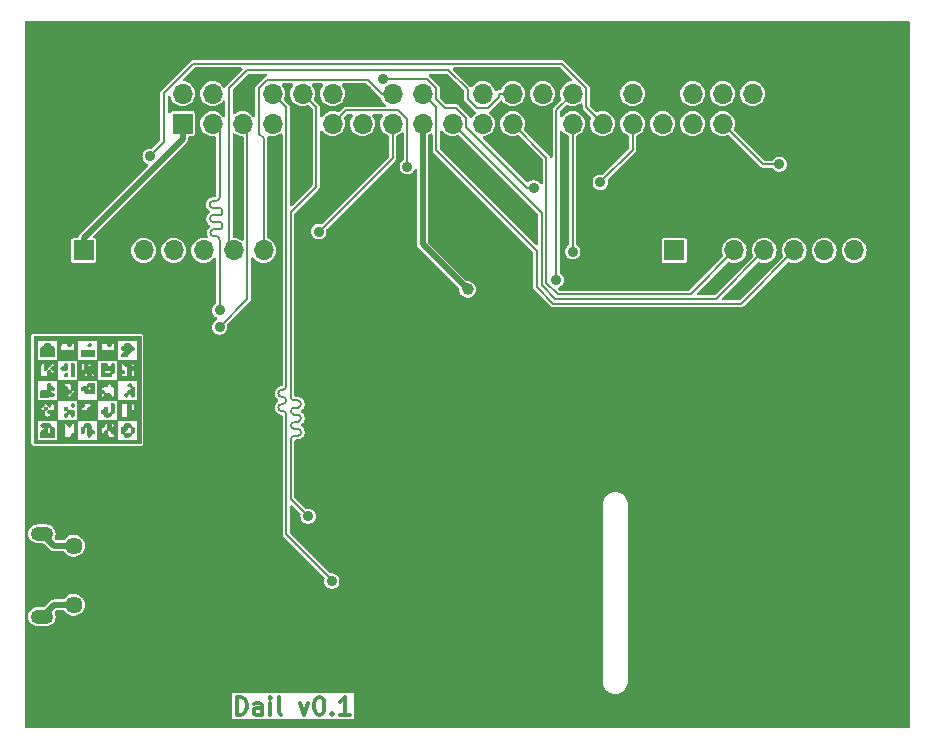
<source format=gbl>
G04 #@! TF.GenerationSoftware,KiCad,Pcbnew,7.0.8-7.0.8~ubuntu23.04.1*
G04 #@! TF.CreationDate,2023-11-21T11:50:35+00:00*
G04 #@! TF.ProjectId,baggerdails,62616767-6572-4646-9169-6c732e6b6963,rev?*
G04 #@! TF.SameCoordinates,Original*
G04 #@! TF.FileFunction,Copper,L2,Bot*
G04 #@! TF.FilePolarity,Positive*
%FSLAX46Y46*%
G04 Gerber Fmt 4.6, Leading zero omitted, Abs format (unit mm)*
G04 Created by KiCad (PCBNEW 7.0.8-7.0.8~ubuntu23.04.1) date 2023-11-21 11:50:35*
%MOMM*%
%LPD*%
G01*
G04 APERTURE LIST*
%ADD10C,0.300000*%
G04 #@! TA.AperFunction,NonConductor*
%ADD11C,0.300000*%
G04 #@! TD*
G04 #@! TA.AperFunction,EtchedComponent*
%ADD12C,0.010000*%
G04 #@! TD*
G04 #@! TA.AperFunction,ComponentPad*
%ADD13R,1.700000X1.700000*%
G04 #@! TD*
G04 #@! TA.AperFunction,ComponentPad*
%ADD14O,1.700000X1.700000*%
G04 #@! TD*
G04 #@! TA.AperFunction,ComponentPad*
%ADD15O,1.900000X1.200000*%
G04 #@! TD*
G04 #@! TA.AperFunction,ComponentPad*
%ADD16C,1.450000*%
G04 #@! TD*
G04 #@! TA.AperFunction,ViaPad*
%ADD17C,0.900000*%
G04 #@! TD*
G04 #@! TA.AperFunction,ViaPad*
%ADD18C,1.000000*%
G04 #@! TD*
G04 #@! TA.AperFunction,Conductor*
%ADD19C,0.200000*%
G04 #@! TD*
G04 #@! TA.AperFunction,Conductor*
%ADD20C,0.500000*%
G04 #@! TD*
G04 APERTURE END LIST*
D10*
D11*
X112954510Y-98800828D02*
X112954510Y-97300828D01*
X112954510Y-97300828D02*
X113311653Y-97300828D01*
X113311653Y-97300828D02*
X113525939Y-97372257D01*
X113525939Y-97372257D02*
X113668796Y-97515114D01*
X113668796Y-97515114D02*
X113740225Y-97657971D01*
X113740225Y-97657971D02*
X113811653Y-97943685D01*
X113811653Y-97943685D02*
X113811653Y-98157971D01*
X113811653Y-98157971D02*
X113740225Y-98443685D01*
X113740225Y-98443685D02*
X113668796Y-98586542D01*
X113668796Y-98586542D02*
X113525939Y-98729400D01*
X113525939Y-98729400D02*
X113311653Y-98800828D01*
X113311653Y-98800828D02*
X112954510Y-98800828D01*
X115097368Y-98800828D02*
X115097368Y-98015114D01*
X115097368Y-98015114D02*
X115025939Y-97872257D01*
X115025939Y-97872257D02*
X114883082Y-97800828D01*
X114883082Y-97800828D02*
X114597368Y-97800828D01*
X114597368Y-97800828D02*
X114454510Y-97872257D01*
X115097368Y-98729400D02*
X114954510Y-98800828D01*
X114954510Y-98800828D02*
X114597368Y-98800828D01*
X114597368Y-98800828D02*
X114454510Y-98729400D01*
X114454510Y-98729400D02*
X114383082Y-98586542D01*
X114383082Y-98586542D02*
X114383082Y-98443685D01*
X114383082Y-98443685D02*
X114454510Y-98300828D01*
X114454510Y-98300828D02*
X114597368Y-98229400D01*
X114597368Y-98229400D02*
X114954510Y-98229400D01*
X114954510Y-98229400D02*
X115097368Y-98157971D01*
X115811653Y-98800828D02*
X115811653Y-97800828D01*
X115811653Y-97300828D02*
X115740225Y-97372257D01*
X115740225Y-97372257D02*
X115811653Y-97443685D01*
X115811653Y-97443685D02*
X115883082Y-97372257D01*
X115883082Y-97372257D02*
X115811653Y-97300828D01*
X115811653Y-97300828D02*
X115811653Y-97443685D01*
X116740225Y-98800828D02*
X116597368Y-98729400D01*
X116597368Y-98729400D02*
X116525939Y-98586542D01*
X116525939Y-98586542D02*
X116525939Y-97300828D01*
X118311653Y-97800828D02*
X118668796Y-98800828D01*
X118668796Y-98800828D02*
X119025939Y-97800828D01*
X119883082Y-97300828D02*
X120025939Y-97300828D01*
X120025939Y-97300828D02*
X120168796Y-97372257D01*
X120168796Y-97372257D02*
X120240225Y-97443685D01*
X120240225Y-97443685D02*
X120311653Y-97586542D01*
X120311653Y-97586542D02*
X120383082Y-97872257D01*
X120383082Y-97872257D02*
X120383082Y-98229400D01*
X120383082Y-98229400D02*
X120311653Y-98515114D01*
X120311653Y-98515114D02*
X120240225Y-98657971D01*
X120240225Y-98657971D02*
X120168796Y-98729400D01*
X120168796Y-98729400D02*
X120025939Y-98800828D01*
X120025939Y-98800828D02*
X119883082Y-98800828D01*
X119883082Y-98800828D02*
X119740225Y-98729400D01*
X119740225Y-98729400D02*
X119668796Y-98657971D01*
X119668796Y-98657971D02*
X119597367Y-98515114D01*
X119597367Y-98515114D02*
X119525939Y-98229400D01*
X119525939Y-98229400D02*
X119525939Y-97872257D01*
X119525939Y-97872257D02*
X119597367Y-97586542D01*
X119597367Y-97586542D02*
X119668796Y-97443685D01*
X119668796Y-97443685D02*
X119740225Y-97372257D01*
X119740225Y-97372257D02*
X119883082Y-97300828D01*
X121025938Y-98657971D02*
X121097367Y-98729400D01*
X121097367Y-98729400D02*
X121025938Y-98800828D01*
X121025938Y-98800828D02*
X120954510Y-98729400D01*
X120954510Y-98729400D02*
X121025938Y-98657971D01*
X121025938Y-98657971D02*
X121025938Y-98800828D01*
X122525939Y-98800828D02*
X121668796Y-98800828D01*
X122097367Y-98800828D02*
X122097367Y-97300828D01*
X122097367Y-97300828D02*
X121954510Y-97515114D01*
X121954510Y-97515114D02*
X121811653Y-97657971D01*
X121811653Y-97657971D02*
X121668796Y-97729400D01*
D12*
X100866017Y-68469917D02*
X99733983Y-68469917D01*
X99733983Y-67903900D01*
X100866017Y-67903900D01*
X100866017Y-68469917D01*
G04 #@! TA.AperFunction,EtchedComponent*
G36*
X100866017Y-68469917D02*
G01*
X99733983Y-68469917D01*
X99733983Y-67903900D01*
X100866017Y-67903900D01*
X100866017Y-68469917D01*
G37*
G04 #@! TD.AperFunction*
X100532979Y-67361139D02*
X100583008Y-67479387D01*
X100559752Y-67570862D01*
X100441504Y-67620892D01*
X100350029Y-67597636D01*
X100300000Y-67479387D01*
X100323255Y-67387912D01*
X100441504Y-67337883D01*
X100532979Y-67361139D01*
G04 #@! TA.AperFunction,EtchedComponent*
G36*
X100532979Y-67361139D02*
G01*
X100583008Y-67479387D01*
X100559752Y-67570862D01*
X100441504Y-67620892D01*
X100350029Y-67597636D01*
X100300000Y-67479387D01*
X100323255Y-67387912D01*
X100441504Y-67337883D01*
X100532979Y-67361139D01*
G37*
G04 #@! TD.AperFunction*
X99117937Y-72455289D02*
X99167966Y-72573538D01*
X99144711Y-72665013D01*
X99026462Y-72715042D01*
X98934987Y-72691786D01*
X98884958Y-72573538D01*
X98908214Y-72482063D01*
X99026462Y-72432034D01*
X99117937Y-72455289D01*
G04 #@! TA.AperFunction,EtchedComponent*
G36*
X99117937Y-72455289D02*
G01*
X99167966Y-72573538D01*
X99144711Y-72665013D01*
X99026462Y-72715042D01*
X98934987Y-72691786D01*
X98884958Y-72573538D01*
X98908214Y-72482063D01*
X99026462Y-72432034D01*
X99117937Y-72455289D01*
G37*
G04 #@! TD.AperFunction*
X98551920Y-69908214D02*
X98601950Y-70026463D01*
X98578694Y-70117937D01*
X98460445Y-70167967D01*
X98368971Y-70144711D01*
X98318941Y-70026463D01*
X98342197Y-69934988D01*
X98460445Y-69884958D01*
X98551920Y-69908214D01*
G04 #@! TA.AperFunction,EtchedComponent*
G36*
X98551920Y-69908214D02*
G01*
X98601950Y-70026463D01*
X98578694Y-70117937D01*
X98460445Y-70167967D01*
X98368971Y-70144711D01*
X98318941Y-70026463D01*
X98342197Y-69934988D01*
X98460445Y-69884958D01*
X98551920Y-69908214D01*
G37*
G04 #@! TD.AperFunction*
X96853870Y-72738298D02*
X96903900Y-72856546D01*
X96880644Y-72948021D01*
X96762395Y-72998050D01*
X96670920Y-72974795D01*
X96620891Y-72856546D01*
X96644147Y-72765071D01*
X96762395Y-72715042D01*
X96853870Y-72738298D01*
G04 #@! TA.AperFunction,EtchedComponent*
G36*
X96853870Y-72738298D02*
G01*
X96903900Y-72856546D01*
X96880644Y-72948021D01*
X96762395Y-72998050D01*
X96670920Y-72974795D01*
X96620891Y-72856546D01*
X96644147Y-72765071D01*
X96762395Y-72715042D01*
X96853870Y-72738298D01*
G37*
G04 #@! TD.AperFunction*
X98542121Y-69051956D02*
X98590083Y-69133787D01*
X98601950Y-69318942D01*
X98601269Y-69418131D01*
X98580583Y-69547485D01*
X98500090Y-69595142D01*
X98318941Y-69601950D01*
X98155590Y-69593939D01*
X98059666Y-69553023D01*
X98035933Y-69460446D01*
X98059189Y-69368971D01*
X98177437Y-69318942D01*
X98268912Y-69295686D01*
X98318941Y-69177438D01*
X98342197Y-69085963D01*
X98460445Y-69035933D01*
X98542121Y-69051956D01*
G04 #@! TA.AperFunction,EtchedComponent*
G36*
X98542121Y-69051956D02*
G01*
X98590083Y-69133787D01*
X98601950Y-69318942D01*
X98601269Y-69418131D01*
X98580583Y-69547485D01*
X98500090Y-69595142D01*
X98318941Y-69601950D01*
X98155590Y-69593939D01*
X98059666Y-69553023D01*
X98035933Y-69460446D01*
X98059189Y-69368971D01*
X98177437Y-69318942D01*
X98268912Y-69295686D01*
X98318941Y-69177438D01*
X98342197Y-69085963D01*
X98460445Y-69035933D01*
X98542121Y-69051956D01*
G37*
G04 #@! TD.AperFunction*
X99063771Y-69038016D02*
X99120030Y-69066433D01*
X99151405Y-69150918D01*
X99165012Y-69319936D01*
X99167966Y-69601950D01*
X99167446Y-69751185D01*
X99160341Y-69976223D01*
X99139220Y-70101723D01*
X99096966Y-70156150D01*
X99026462Y-70167967D01*
X98989154Y-70165884D01*
X98932894Y-70137467D01*
X98901519Y-70052982D01*
X98887912Y-69883964D01*
X98884958Y-69601950D01*
X98885479Y-69452715D01*
X98892583Y-69227678D01*
X98913704Y-69102177D01*
X98955959Y-69047750D01*
X99026462Y-69035933D01*
X99063771Y-69038016D01*
G04 #@! TA.AperFunction,EtchedComponent*
G36*
X99063771Y-69038016D02*
G01*
X99120030Y-69066433D01*
X99151405Y-69150918D01*
X99165012Y-69319936D01*
X99167966Y-69601950D01*
X99167446Y-69751185D01*
X99160341Y-69976223D01*
X99139220Y-70101723D01*
X99096966Y-70156150D01*
X99026462Y-70167967D01*
X98989154Y-70165884D01*
X98932894Y-70137467D01*
X98901519Y-70052982D01*
X98887912Y-69883964D01*
X98884958Y-69601950D01*
X98885479Y-69452715D01*
X98892583Y-69227678D01*
X98913704Y-69102177D01*
X98955959Y-69047750D01*
X99026462Y-69035933D01*
X99063771Y-69038016D01*
G37*
G04 #@! TD.AperFunction*
X97067251Y-67345895D02*
X97163175Y-67386810D01*
X97186908Y-67479387D01*
X97210164Y-67570862D01*
X97328412Y-67620892D01*
X97391087Y-67628696D01*
X97442072Y-67680189D01*
X97464753Y-67808305D01*
X97469916Y-68045404D01*
X97469916Y-68469917D01*
X96337883Y-68469917D01*
X96337883Y-68045404D01*
X96340484Y-67857380D01*
X96357649Y-67704423D01*
X96400354Y-67636381D01*
X96479387Y-67620892D01*
X96570862Y-67597636D01*
X96620891Y-67479387D01*
X96636914Y-67397712D01*
X96718745Y-67349750D01*
X96903900Y-67337883D01*
X97067251Y-67345895D01*
G04 #@! TA.AperFunction,EtchedComponent*
G36*
X97067251Y-67345895D02*
G01*
X97163175Y-67386810D01*
X97186908Y-67479387D01*
X97210164Y-67570862D01*
X97328412Y-67620892D01*
X97391087Y-67628696D01*
X97442072Y-67680189D01*
X97464753Y-67808305D01*
X97469916Y-68045404D01*
X97469916Y-68469917D01*
X96337883Y-68469917D01*
X96337883Y-68045404D01*
X96340484Y-67857380D01*
X96357649Y-67704423D01*
X96400354Y-67636381D01*
X96479387Y-67620892D01*
X96570862Y-67597636D01*
X96620891Y-67479387D01*
X96636914Y-67397712D01*
X96718745Y-67349750D01*
X96903900Y-67337883D01*
X97067251Y-67345895D01*
G37*
G04 #@! TD.AperFunction*
X100866017Y-71583009D02*
X100441504Y-71583009D01*
X100253480Y-71580407D01*
X100100523Y-71563243D01*
X100032481Y-71520537D01*
X100016991Y-71441504D01*
X99993736Y-71350029D01*
X99875487Y-71300000D01*
X99784012Y-71276745D01*
X99733983Y-71158496D01*
X100300000Y-71158496D01*
X100323255Y-71249971D01*
X100441504Y-71300000D01*
X100532979Y-71276745D01*
X100583008Y-71158496D01*
X100559752Y-71067021D01*
X100441504Y-71016992D01*
X100350029Y-71040248D01*
X100300000Y-71158496D01*
X99733983Y-71158496D01*
X99750006Y-71076820D01*
X99831837Y-71028858D01*
X100016991Y-71016992D01*
X100180343Y-71008980D01*
X100276267Y-70968065D01*
X100300000Y-70875488D01*
X100316023Y-70793812D01*
X100397854Y-70745850D01*
X100583008Y-70733983D01*
X100866017Y-70733983D01*
X100866017Y-71158496D01*
X100866017Y-71583009D01*
G04 #@! TA.AperFunction,EtchedComponent*
G36*
X100866017Y-71583009D02*
G01*
X100441504Y-71583009D01*
X100253480Y-71580407D01*
X100100523Y-71563243D01*
X100032481Y-71520537D01*
X100016991Y-71441504D01*
X99993736Y-71350029D01*
X99875487Y-71300000D01*
X99784012Y-71276745D01*
X99733983Y-71158496D01*
X100300000Y-71158496D01*
X100323255Y-71249971D01*
X100441504Y-71300000D01*
X100532979Y-71276745D01*
X100583008Y-71158496D01*
X100559752Y-71067021D01*
X100441504Y-71016992D01*
X100350029Y-71040248D01*
X100300000Y-71158496D01*
X99733983Y-71158496D01*
X99750006Y-71076820D01*
X99831837Y-71028858D01*
X100016991Y-71016992D01*
X100180343Y-71008980D01*
X100276267Y-70968065D01*
X100300000Y-70875488D01*
X100316023Y-70793812D01*
X100397854Y-70745850D01*
X100583008Y-70733983D01*
X100866017Y-70733983D01*
X100866017Y-71158496D01*
X100866017Y-71583009D01*
G37*
G04 #@! TD.AperFunction*
X98551920Y-72738298D02*
X98601950Y-72856546D01*
X98617973Y-72938222D01*
X98699804Y-72986184D01*
X98884958Y-72998050D01*
X98984147Y-72998731D01*
X99113501Y-73019417D01*
X99161158Y-73099910D01*
X99167966Y-73281059D01*
X99159955Y-73444410D01*
X99119039Y-73540334D01*
X99026462Y-73564067D01*
X98934987Y-73540811D01*
X98884958Y-73422563D01*
X98861702Y-73331088D01*
X98743454Y-73281059D01*
X98651979Y-73304314D01*
X98601950Y-73422563D01*
X98578694Y-73514038D01*
X98460445Y-73564067D01*
X98368971Y-73540811D01*
X98318941Y-73422563D01*
X98342197Y-73331088D01*
X98460445Y-73281059D01*
X98551920Y-73257803D01*
X98601950Y-73139555D01*
X98578694Y-73048080D01*
X98460445Y-72998050D01*
X98368971Y-72974795D01*
X98318941Y-72856546D01*
X98342197Y-72765071D01*
X98460445Y-72715042D01*
X98551920Y-72738298D01*
G04 #@! TA.AperFunction,EtchedComponent*
G36*
X98551920Y-72738298D02*
G01*
X98601950Y-72856546D01*
X98617973Y-72938222D01*
X98699804Y-72986184D01*
X98884958Y-72998050D01*
X98984147Y-72998731D01*
X99113501Y-73019417D01*
X99161158Y-73099910D01*
X99167966Y-73281059D01*
X99159955Y-73444410D01*
X99119039Y-73540334D01*
X99026462Y-73564067D01*
X98934987Y-73540811D01*
X98884958Y-73422563D01*
X98861702Y-73331088D01*
X98743454Y-73281059D01*
X98651979Y-73304314D01*
X98601950Y-73422563D01*
X98578694Y-73514038D01*
X98460445Y-73564067D01*
X98368971Y-73540811D01*
X98318941Y-73422563D01*
X98342197Y-73331088D01*
X98460445Y-73281059D01*
X98551920Y-73257803D01*
X98601950Y-73139555D01*
X98578694Y-73048080D01*
X98460445Y-72998050D01*
X98368971Y-72974795D01*
X98318941Y-72856546D01*
X98342197Y-72765071D01*
X98460445Y-72715042D01*
X98551920Y-72738298D01*
G37*
G04 #@! TD.AperFunction*
X97136879Y-70757239D02*
X97186908Y-70875488D01*
X97210164Y-70966963D01*
X97328412Y-71016992D01*
X97419887Y-71040248D01*
X97469916Y-71158496D01*
X97446661Y-71249971D01*
X97328412Y-71300000D01*
X97236937Y-71323256D01*
X97186908Y-71441504D01*
X97210164Y-71532979D01*
X97328412Y-71583009D01*
X97419887Y-71606264D01*
X97469916Y-71724513D01*
X97467833Y-71761821D01*
X97439417Y-71818081D01*
X97354931Y-71849456D01*
X97185913Y-71863063D01*
X96903900Y-71866017D01*
X96337883Y-71866017D01*
X96337883Y-71583009D01*
X96338563Y-71483820D01*
X96359250Y-71354465D01*
X96439743Y-71306808D01*
X96620891Y-71300000D01*
X96720080Y-71299320D01*
X96849435Y-71278633D01*
X96897091Y-71198140D01*
X96903900Y-71016992D01*
X96911911Y-70853640D01*
X96952827Y-70757716D01*
X97045404Y-70733983D01*
X97136879Y-70757239D01*
G04 #@! TA.AperFunction,EtchedComponent*
G36*
X97136879Y-70757239D02*
G01*
X97186908Y-70875488D01*
X97210164Y-70966963D01*
X97328412Y-71016992D01*
X97419887Y-71040248D01*
X97469916Y-71158496D01*
X97446661Y-71249971D01*
X97328412Y-71300000D01*
X97236937Y-71323256D01*
X97186908Y-71441504D01*
X97210164Y-71532979D01*
X97328412Y-71583009D01*
X97419887Y-71606264D01*
X97469916Y-71724513D01*
X97467833Y-71761821D01*
X97439417Y-71818081D01*
X97354931Y-71849456D01*
X97185913Y-71863063D01*
X96903900Y-71866017D01*
X96337883Y-71866017D01*
X96337883Y-71583009D01*
X96338563Y-71483820D01*
X96359250Y-71354465D01*
X96439743Y-71306808D01*
X96620891Y-71300000D01*
X96720080Y-71299320D01*
X96849435Y-71278633D01*
X96897091Y-71198140D01*
X96903900Y-71016992D01*
X96911911Y-70853640D01*
X96952827Y-70757716D01*
X97045404Y-70733983D01*
X97136879Y-70757239D01*
G37*
G04 #@! TD.AperFunction*
X103929079Y-70757239D02*
X103979108Y-70875488D01*
X104002364Y-70966963D01*
X104120613Y-71016992D01*
X104183287Y-71024796D01*
X104234273Y-71076290D01*
X104256954Y-71204406D01*
X104262117Y-71441504D01*
X104259515Y-71629529D01*
X104242351Y-71782485D01*
X104199646Y-71850527D01*
X104120613Y-71866017D01*
X104029138Y-71842761D01*
X103979108Y-71724513D01*
X103955853Y-71633038D01*
X103837604Y-71583009D01*
X103746129Y-71606264D01*
X103696100Y-71724513D01*
X103672844Y-71815988D01*
X103554596Y-71866017D01*
X103463121Y-71842761D01*
X103413092Y-71724513D01*
X103436347Y-71633038D01*
X103554596Y-71583009D01*
X103646071Y-71559753D01*
X103696100Y-71441504D01*
X103719356Y-71350029D01*
X103837604Y-71300000D01*
X103929079Y-71276745D01*
X103979108Y-71158496D01*
X103955853Y-71067021D01*
X103837604Y-71016992D01*
X103746129Y-70993736D01*
X103696100Y-70875488D01*
X103719356Y-70784013D01*
X103837604Y-70733983D01*
X103929079Y-70757239D01*
G04 #@! TA.AperFunction,EtchedComponent*
G36*
X103929079Y-70757239D02*
G01*
X103979108Y-70875488D01*
X104002364Y-70966963D01*
X104120613Y-71016992D01*
X104183287Y-71024796D01*
X104234273Y-71076290D01*
X104256954Y-71204406D01*
X104262117Y-71441504D01*
X104259515Y-71629529D01*
X104242351Y-71782485D01*
X104199646Y-71850527D01*
X104120613Y-71866017D01*
X104029138Y-71842761D01*
X103979108Y-71724513D01*
X103955853Y-71633038D01*
X103837604Y-71583009D01*
X103746129Y-71606264D01*
X103696100Y-71724513D01*
X103672844Y-71815988D01*
X103554596Y-71866017D01*
X103463121Y-71842761D01*
X103413092Y-71724513D01*
X103436347Y-71633038D01*
X103554596Y-71583009D01*
X103646071Y-71559753D01*
X103696100Y-71441504D01*
X103719356Y-71350029D01*
X103837604Y-71300000D01*
X103929079Y-71276745D01*
X103979108Y-71158496D01*
X103955853Y-71067021D01*
X103837604Y-71016992D01*
X103746129Y-70993736D01*
X103696100Y-70875488D01*
X103719356Y-70784013D01*
X103837604Y-70733983D01*
X103929079Y-70757239D01*
G37*
G04 #@! TD.AperFunction*
X103859452Y-67345895D02*
X103955376Y-67386810D01*
X103979108Y-67479387D01*
X104002364Y-67570862D01*
X104120613Y-67620892D01*
X104212088Y-67644147D01*
X104262117Y-67762396D01*
X104238861Y-67853871D01*
X104120613Y-67903900D01*
X104029138Y-67927156D01*
X103979108Y-68045404D01*
X103955853Y-68136879D01*
X103837604Y-68186908D01*
X103746129Y-68210164D01*
X103696100Y-68328412D01*
X103680077Y-68410088D01*
X103598246Y-68458050D01*
X103413092Y-68469917D01*
X103249740Y-68461905D01*
X103153816Y-68420990D01*
X103130083Y-68328412D01*
X103153339Y-68236938D01*
X103271588Y-68186908D01*
X103363062Y-68163653D01*
X103413092Y-68045404D01*
X103389836Y-67953929D01*
X103271588Y-67903900D01*
X103180113Y-67880644D01*
X103130083Y-67762396D01*
X103153339Y-67670921D01*
X103271588Y-67620892D01*
X103363062Y-67597636D01*
X103413092Y-67479387D01*
X103429115Y-67397712D01*
X103510946Y-67349750D01*
X103696100Y-67337883D01*
X103859452Y-67345895D01*
G04 #@! TA.AperFunction,EtchedComponent*
G36*
X103859452Y-67345895D02*
G01*
X103955376Y-67386810D01*
X103979108Y-67479387D01*
X104002364Y-67570862D01*
X104120613Y-67620892D01*
X104212088Y-67644147D01*
X104262117Y-67762396D01*
X104238861Y-67853871D01*
X104120613Y-67903900D01*
X104029138Y-67927156D01*
X103979108Y-68045404D01*
X103955853Y-68136879D01*
X103837604Y-68186908D01*
X103746129Y-68210164D01*
X103696100Y-68328412D01*
X103680077Y-68410088D01*
X103598246Y-68458050D01*
X103413092Y-68469917D01*
X103249740Y-68461905D01*
X103153816Y-68420990D01*
X103130083Y-68328412D01*
X103153339Y-68236938D01*
X103271588Y-68186908D01*
X103363062Y-68163653D01*
X103413092Y-68045404D01*
X103389836Y-67953929D01*
X103271588Y-67903900D01*
X103180113Y-67880644D01*
X103130083Y-67762396D01*
X103153339Y-67670921D01*
X103271588Y-67620892D01*
X103363062Y-67597636D01*
X103413092Y-67479387D01*
X103429115Y-67397712D01*
X103510946Y-67349750D01*
X103696100Y-67337883D01*
X103859452Y-67345895D01*
G37*
G04 #@! TD.AperFunction*
X102485237Y-72439838D02*
X102536223Y-72491332D01*
X102558903Y-72619447D01*
X102564067Y-72856546D01*
X102561465Y-73044571D01*
X102544301Y-73197527D01*
X102501595Y-73265569D01*
X102422562Y-73281059D01*
X102331088Y-73304314D01*
X102281058Y-73422563D01*
X102265035Y-73504239D01*
X102183204Y-73552201D01*
X101998050Y-73564067D01*
X101834698Y-73556056D01*
X101738774Y-73515140D01*
X101715042Y-73422563D01*
X101691786Y-73331088D01*
X101573537Y-73281059D01*
X101482063Y-73257803D01*
X101432033Y-73139555D01*
X101455289Y-73048080D01*
X101573537Y-72998050D01*
X101665012Y-72974795D01*
X101715042Y-72856546D01*
X101738297Y-72765071D01*
X101856546Y-72715042D01*
X101938222Y-72731065D01*
X101986184Y-72812896D01*
X101998050Y-72998050D01*
X102006061Y-73161402D01*
X102046977Y-73257326D01*
X102139554Y-73281059D01*
X102202229Y-73273254D01*
X102253214Y-73221761D01*
X102275895Y-73093645D01*
X102281058Y-72856546D01*
X102283660Y-72668522D01*
X102300824Y-72515566D01*
X102343530Y-72447523D01*
X102422562Y-72432034D01*
X102485237Y-72439838D01*
G04 #@! TA.AperFunction,EtchedComponent*
G36*
X102485237Y-72439838D02*
G01*
X102536223Y-72491332D01*
X102558903Y-72619447D01*
X102564067Y-72856546D01*
X102561465Y-73044571D01*
X102544301Y-73197527D01*
X102501595Y-73265569D01*
X102422562Y-73281059D01*
X102331088Y-73304314D01*
X102281058Y-73422563D01*
X102265035Y-73504239D01*
X102183204Y-73552201D01*
X101998050Y-73564067D01*
X101834698Y-73556056D01*
X101738774Y-73515140D01*
X101715042Y-73422563D01*
X101691786Y-73331088D01*
X101573537Y-73281059D01*
X101482063Y-73257803D01*
X101432033Y-73139555D01*
X101455289Y-73048080D01*
X101573537Y-72998050D01*
X101665012Y-72974795D01*
X101715042Y-72856546D01*
X101738297Y-72765071D01*
X101856546Y-72715042D01*
X101938222Y-72731065D01*
X101986184Y-72812896D01*
X101998050Y-72998050D01*
X102006061Y-73161402D01*
X102046977Y-73257326D01*
X102139554Y-73281059D01*
X102202229Y-73273254D01*
X102253214Y-73221761D01*
X102275895Y-73093645D01*
X102281058Y-72856546D01*
X102283660Y-72668522D01*
X102300824Y-72515566D01*
X102343530Y-72447523D01*
X102422562Y-72432034D01*
X102485237Y-72439838D01*
G37*
G04 #@! TD.AperFunction*
X100399189Y-74130764D02*
X100528543Y-74151451D01*
X100576200Y-74231944D01*
X100583008Y-74413092D01*
X100591020Y-74576444D01*
X100631935Y-74672368D01*
X100724512Y-74696100D01*
X100815987Y-74719356D01*
X100866017Y-74837605D01*
X100842761Y-74929080D01*
X100724512Y-74979109D01*
X100633037Y-75002365D01*
X100583008Y-75120613D01*
X100559752Y-75212088D01*
X100441504Y-75262117D01*
X100378829Y-75254313D01*
X100327844Y-75202819D01*
X100305163Y-75074704D01*
X100300000Y-74837605D01*
X100297398Y-74649580D01*
X100280234Y-74496624D01*
X100237529Y-74428582D01*
X100158496Y-74413092D01*
X100076820Y-74429115D01*
X100028858Y-74510946D01*
X100016991Y-74696100D01*
X100008980Y-74859452D01*
X99968064Y-74955376D01*
X99875487Y-74979109D01*
X99793811Y-74963086D01*
X99745849Y-74881255D01*
X99733983Y-74696100D01*
X99741995Y-74532749D01*
X99782910Y-74436825D01*
X99875487Y-74413092D01*
X99966962Y-74389836D01*
X100016991Y-74271588D01*
X100033014Y-74189912D01*
X100114845Y-74141950D01*
X100300000Y-74130084D01*
X100399189Y-74130764D01*
G04 #@! TA.AperFunction,EtchedComponent*
G36*
X100399189Y-74130764D02*
G01*
X100528543Y-74151451D01*
X100576200Y-74231944D01*
X100583008Y-74413092D01*
X100591020Y-74576444D01*
X100631935Y-74672368D01*
X100724512Y-74696100D01*
X100815987Y-74719356D01*
X100866017Y-74837605D01*
X100842761Y-74929080D01*
X100724512Y-74979109D01*
X100633037Y-75002365D01*
X100583008Y-75120613D01*
X100559752Y-75212088D01*
X100441504Y-75262117D01*
X100378829Y-75254313D01*
X100327844Y-75202819D01*
X100305163Y-75074704D01*
X100300000Y-74837605D01*
X100297398Y-74649580D01*
X100280234Y-74496624D01*
X100237529Y-74428582D01*
X100158496Y-74413092D01*
X100076820Y-74429115D01*
X100028858Y-74510946D01*
X100016991Y-74696100D01*
X100008980Y-74859452D01*
X99968064Y-74955376D01*
X99875487Y-74979109D01*
X99793811Y-74963086D01*
X99745849Y-74881255D01*
X99733983Y-74696100D01*
X99741995Y-74532749D01*
X99782910Y-74436825D01*
X99875487Y-74413092D01*
X99966962Y-74389836D01*
X100016991Y-74271588D01*
X100033014Y-74189912D01*
X100114845Y-74141950D01*
X100300000Y-74130084D01*
X100399189Y-74130764D01*
G37*
G04 #@! TD.AperFunction*
X102544301Y-69801427D02*
X102501595Y-69869469D01*
X102422562Y-69884958D01*
X102331088Y-69908214D01*
X102281058Y-70026463D01*
X102273254Y-70089137D01*
X102221760Y-70140123D01*
X102093645Y-70162804D01*
X101856546Y-70167967D01*
X101432033Y-70167967D01*
X101432033Y-69743454D01*
X101715042Y-69743454D01*
X101731065Y-69825130D01*
X101812896Y-69873092D01*
X101998050Y-69884958D01*
X102161402Y-69876947D01*
X102257325Y-69836031D01*
X102281058Y-69743454D01*
X102265035Y-69661778D01*
X102183204Y-69613816D01*
X101998050Y-69601950D01*
X101834698Y-69609962D01*
X101738774Y-69650877D01*
X101715042Y-69743454D01*
X101432033Y-69743454D01*
X101432033Y-69035933D01*
X101715042Y-69035933D01*
X101878393Y-69043945D01*
X101974317Y-69084860D01*
X101998050Y-69177438D01*
X102021306Y-69268912D01*
X102139554Y-69318942D01*
X102231029Y-69295686D01*
X102281058Y-69177438D01*
X102304314Y-69085963D01*
X102422562Y-69035933D01*
X102485237Y-69043738D01*
X102536223Y-69095231D01*
X102558903Y-69223347D01*
X102564067Y-69460446D01*
X102561465Y-69648470D01*
X102550806Y-69743454D01*
X102544301Y-69801427D01*
G04 #@! TA.AperFunction,EtchedComponent*
G36*
X102544301Y-69801427D02*
G01*
X102501595Y-69869469D01*
X102422562Y-69884958D01*
X102331088Y-69908214D01*
X102281058Y-70026463D01*
X102273254Y-70089137D01*
X102221760Y-70140123D01*
X102093645Y-70162804D01*
X101856546Y-70167967D01*
X101432033Y-70167967D01*
X101432033Y-69743454D01*
X101715042Y-69743454D01*
X101731065Y-69825130D01*
X101812896Y-69873092D01*
X101998050Y-69884958D01*
X102161402Y-69876947D01*
X102257325Y-69836031D01*
X102281058Y-69743454D01*
X102265035Y-69661778D01*
X102183204Y-69613816D01*
X101998050Y-69601950D01*
X101834698Y-69609962D01*
X101738774Y-69650877D01*
X101715042Y-69743454D01*
X101432033Y-69743454D01*
X101432033Y-69035933D01*
X101715042Y-69035933D01*
X101878393Y-69043945D01*
X101974317Y-69084860D01*
X101998050Y-69177438D01*
X102021306Y-69268912D01*
X102139554Y-69318942D01*
X102231029Y-69295686D01*
X102281058Y-69177438D01*
X102304314Y-69085963D01*
X102422562Y-69035933D01*
X102485237Y-69043738D01*
X102536223Y-69095231D01*
X102558903Y-69223347D01*
X102564067Y-69460446D01*
X102561465Y-69648470D01*
X102550806Y-69743454D01*
X102544301Y-69801427D01*
G37*
G04 #@! TD.AperFunction*
X97469916Y-74837605D02*
X97469916Y-75262117D01*
X96337883Y-75262117D01*
X96337883Y-74979109D01*
X96345894Y-74815757D01*
X96386810Y-74719833D01*
X96479387Y-74696100D01*
X96903900Y-74696100D01*
X96911911Y-74859452D01*
X96952827Y-74955376D01*
X97045404Y-74979109D01*
X97127080Y-74963086D01*
X97175041Y-74881255D01*
X97186908Y-74696100D01*
X97178896Y-74532749D01*
X97137981Y-74436825D01*
X97045404Y-74413092D01*
X96963728Y-74429115D01*
X96915766Y-74510946D01*
X96903900Y-74696100D01*
X96479387Y-74696100D01*
X96570862Y-74672845D01*
X96620891Y-74554596D01*
X96597635Y-74463121D01*
X96479387Y-74413092D01*
X96387912Y-74389836D01*
X96337883Y-74271588D01*
X96345687Y-74208913D01*
X96397181Y-74157928D01*
X96525296Y-74135247D01*
X96762395Y-74130084D01*
X96950420Y-74132685D01*
X97103376Y-74149850D01*
X97171418Y-74192555D01*
X97186908Y-74271588D01*
X97210164Y-74363063D01*
X97328412Y-74413092D01*
X97391087Y-74420896D01*
X97442072Y-74472390D01*
X97464753Y-74600506D01*
X97466835Y-74696100D01*
X97469916Y-74837605D01*
G04 #@! TA.AperFunction,EtchedComponent*
G36*
X97469916Y-74837605D02*
G01*
X97469916Y-75262117D01*
X96337883Y-75262117D01*
X96337883Y-74979109D01*
X96345894Y-74815757D01*
X96386810Y-74719833D01*
X96479387Y-74696100D01*
X96903900Y-74696100D01*
X96911911Y-74859452D01*
X96952827Y-74955376D01*
X97045404Y-74979109D01*
X97127080Y-74963086D01*
X97175041Y-74881255D01*
X97186908Y-74696100D01*
X97178896Y-74532749D01*
X97137981Y-74436825D01*
X97045404Y-74413092D01*
X96963728Y-74429115D01*
X96915766Y-74510946D01*
X96903900Y-74696100D01*
X96479387Y-74696100D01*
X96570862Y-74672845D01*
X96620891Y-74554596D01*
X96597635Y-74463121D01*
X96479387Y-74413092D01*
X96387912Y-74389836D01*
X96337883Y-74271588D01*
X96345687Y-74208913D01*
X96397181Y-74157928D01*
X96525296Y-74135247D01*
X96762395Y-74130084D01*
X96950420Y-74132685D01*
X97103376Y-74149850D01*
X97171418Y-74192555D01*
X97186908Y-74271588D01*
X97210164Y-74363063D01*
X97328412Y-74413092D01*
X97391087Y-74420896D01*
X97442072Y-74472390D01*
X97464753Y-74600506D01*
X97466835Y-74696100D01*
X97469916Y-74837605D01*
G37*
G04 #@! TD.AperFunction*
X104254105Y-74859452D02*
X104213190Y-74955376D01*
X104120613Y-74979109D01*
X104029138Y-75002365D01*
X103979108Y-75120613D01*
X103963085Y-75202289D01*
X103881254Y-75250251D01*
X103696100Y-75262117D01*
X103532748Y-75254106D01*
X103436825Y-75213190D01*
X103413092Y-75120613D01*
X103389836Y-75029138D01*
X103271588Y-74979109D01*
X103189912Y-74963086D01*
X103141950Y-74881255D01*
X103139152Y-74837605D01*
X103413092Y-74837605D01*
X103429115Y-74919281D01*
X103510946Y-74967242D01*
X103696100Y-74979109D01*
X103795289Y-74978428D01*
X103924643Y-74957742D01*
X103972300Y-74877249D01*
X103979108Y-74696100D01*
X103971097Y-74532749D01*
X103930181Y-74436825D01*
X103837604Y-74413092D01*
X103746129Y-74436348D01*
X103696100Y-74554596D01*
X103672844Y-74646071D01*
X103554596Y-74696100D01*
X103463121Y-74719356D01*
X103413092Y-74837605D01*
X103139152Y-74837605D01*
X103130083Y-74696100D01*
X103138095Y-74532749D01*
X103179010Y-74436825D01*
X103271588Y-74413092D01*
X103363062Y-74389836D01*
X103413092Y-74271588D01*
X103429115Y-74189912D01*
X103510946Y-74141950D01*
X103696100Y-74130084D01*
X103859452Y-74138095D01*
X103955376Y-74179011D01*
X103979108Y-74271588D01*
X104002364Y-74363063D01*
X104120613Y-74413092D01*
X104202288Y-74429115D01*
X104250250Y-74510946D01*
X104262117Y-74696100D01*
X104254105Y-74859452D01*
G04 #@! TA.AperFunction,EtchedComponent*
G36*
X104254105Y-74859452D02*
G01*
X104213190Y-74955376D01*
X104120613Y-74979109D01*
X104029138Y-75002365D01*
X103979108Y-75120613D01*
X103963085Y-75202289D01*
X103881254Y-75250251D01*
X103696100Y-75262117D01*
X103532748Y-75254106D01*
X103436825Y-75213190D01*
X103413092Y-75120613D01*
X103389836Y-75029138D01*
X103271588Y-74979109D01*
X103189912Y-74963086D01*
X103141950Y-74881255D01*
X103139152Y-74837605D01*
X103413092Y-74837605D01*
X103429115Y-74919281D01*
X103510946Y-74967242D01*
X103696100Y-74979109D01*
X103795289Y-74978428D01*
X103924643Y-74957742D01*
X103972300Y-74877249D01*
X103979108Y-74696100D01*
X103971097Y-74532749D01*
X103930181Y-74436825D01*
X103837604Y-74413092D01*
X103746129Y-74436348D01*
X103696100Y-74554596D01*
X103672844Y-74646071D01*
X103554596Y-74696100D01*
X103463121Y-74719356D01*
X103413092Y-74837605D01*
X103139152Y-74837605D01*
X103130083Y-74696100D01*
X103138095Y-74532749D01*
X103179010Y-74436825D01*
X103271588Y-74413092D01*
X103363062Y-74389836D01*
X103413092Y-74271588D01*
X103429115Y-74189912D01*
X103510946Y-74141950D01*
X103696100Y-74130084D01*
X103859452Y-74138095D01*
X103955376Y-74179011D01*
X103979108Y-74271588D01*
X104002364Y-74363063D01*
X104120613Y-74413092D01*
X104202288Y-74429115D01*
X104250250Y-74510946D01*
X104262117Y-74696100D01*
X104254105Y-74859452D01*
G37*
G04 #@! TD.AperFunction*
X101149025Y-70026463D02*
X101149025Y-70450975D01*
X99450975Y-70450975D01*
X99450975Y-71441504D01*
X99450975Y-72149025D01*
X101149025Y-72149025D01*
X101149025Y-71724513D01*
X101432033Y-71724513D01*
X101455289Y-71815988D01*
X101573537Y-71866017D01*
X101665012Y-71842761D01*
X101715042Y-71724513D01*
X101731065Y-71642837D01*
X101812896Y-71594875D01*
X101998050Y-71583009D01*
X102161402Y-71591020D01*
X102257325Y-71631936D01*
X102281058Y-71724513D01*
X102304314Y-71815988D01*
X102422562Y-71866017D01*
X102485237Y-71858213D01*
X102536223Y-71806719D01*
X102558903Y-71678603D01*
X102564067Y-71441504D01*
X102561465Y-71253480D01*
X102544301Y-71100524D01*
X102501595Y-71032481D01*
X102422562Y-71016992D01*
X102331088Y-70993736D01*
X102281058Y-70875488D01*
X102257803Y-70784013D01*
X102139554Y-70733983D01*
X102048079Y-70757239D01*
X101998050Y-70875488D01*
X101982027Y-70957164D01*
X101900196Y-71005125D01*
X101715042Y-71016992D01*
X101551690Y-71025003D01*
X101455766Y-71065919D01*
X101432033Y-71158496D01*
X101455289Y-71249971D01*
X101573537Y-71300000D01*
X101665012Y-71323256D01*
X101715042Y-71441504D01*
X101691786Y-71532979D01*
X101573537Y-71583009D01*
X101482063Y-71606264D01*
X101432033Y-71724513D01*
X101149025Y-71724513D01*
X101149025Y-70450975D01*
X102847075Y-70450975D01*
X102847075Y-71441504D01*
X102847075Y-72149025D01*
X101149025Y-72149025D01*
X101149025Y-72573538D01*
X101149025Y-73847075D01*
X99450975Y-73847075D01*
X99450975Y-72856546D01*
X99733983Y-72856546D01*
X99750006Y-72938222D01*
X99831837Y-72986184D01*
X100016991Y-72998050D01*
X100180343Y-72990039D01*
X100276267Y-72949123D01*
X100300000Y-72856546D01*
X100323255Y-72765071D01*
X100441504Y-72715042D01*
X100532979Y-72691786D01*
X100583008Y-72573538D01*
X100566985Y-72491862D01*
X100485154Y-72443900D01*
X100300000Y-72432034D01*
X100136648Y-72440045D01*
X100040724Y-72480961D01*
X100016991Y-72573538D01*
X99993736Y-72665013D01*
X99875487Y-72715042D01*
X99784012Y-72738298D01*
X99733983Y-72856546D01*
X99450975Y-72856546D01*
X99450975Y-72149025D01*
X97752925Y-72149025D01*
X97752925Y-70875488D01*
X98318941Y-70875488D01*
X98342197Y-70966963D01*
X98460445Y-71016992D01*
X98551920Y-71040248D01*
X98601950Y-71158496D01*
X98625205Y-71249971D01*
X98743454Y-71300000D01*
X98834929Y-71323256D01*
X98884958Y-71441504D01*
X98861702Y-71532979D01*
X98743454Y-71583009D01*
X98651979Y-71606264D01*
X98601950Y-71724513D01*
X98625205Y-71815988D01*
X98743454Y-71866017D01*
X98834929Y-71842761D01*
X98884958Y-71724513D01*
X98908214Y-71633038D01*
X99026462Y-71583009D01*
X99117937Y-71559753D01*
X99167966Y-71441504D01*
X99144711Y-71350029D01*
X99026462Y-71300000D01*
X98944786Y-71283977D01*
X98896824Y-71202146D01*
X98884958Y-71016992D01*
X98884277Y-70917803D01*
X98863591Y-70788448D01*
X98783098Y-70740792D01*
X98601950Y-70733983D01*
X98438598Y-70741995D01*
X98342674Y-70782911D01*
X98318941Y-70875488D01*
X97752925Y-70875488D01*
X97752925Y-70450975D01*
X99450975Y-70450975D01*
X99450975Y-70026463D01*
X100016991Y-70026463D01*
X100040247Y-70117937D01*
X100158496Y-70167967D01*
X100249971Y-70144711D01*
X100300000Y-70026463D01*
X100583008Y-70026463D01*
X100606264Y-70117937D01*
X100724512Y-70167967D01*
X100815987Y-70144711D01*
X100866017Y-70026463D01*
X100842761Y-69934988D01*
X100724512Y-69884958D01*
X100633037Y-69908214D01*
X100583008Y-70026463D01*
X100300000Y-70026463D01*
X100276744Y-69934988D01*
X100158496Y-69884958D01*
X100067021Y-69908214D01*
X100016991Y-70026463D01*
X99450975Y-70026463D01*
X99450975Y-69318942D01*
X99733983Y-69318942D01*
X99741995Y-69482293D01*
X99782910Y-69578217D01*
X99875487Y-69601950D01*
X99957163Y-69585927D01*
X100005125Y-69504096D01*
X100016991Y-69318942D01*
X100010051Y-69177438D01*
X100300000Y-69177438D01*
X100323255Y-69268912D01*
X100441504Y-69318942D01*
X100532979Y-69295686D01*
X100583008Y-69177438D01*
X100559752Y-69085963D01*
X100441504Y-69035933D01*
X100350029Y-69059189D01*
X100300000Y-69177438D01*
X100010051Y-69177438D01*
X100008980Y-69155590D01*
X99968064Y-69059666D01*
X99875487Y-69035933D01*
X99793811Y-69051956D01*
X99745849Y-69133787D01*
X99733983Y-69318942D01*
X99450975Y-69318942D01*
X99450975Y-68752925D01*
X101149025Y-68752925D01*
X101149025Y-69177438D01*
X101149025Y-70026463D01*
G04 #@! TA.AperFunction,EtchedComponent*
G36*
X101149025Y-70026463D02*
G01*
X101149025Y-70450975D01*
X99450975Y-70450975D01*
X99450975Y-71441504D01*
X99450975Y-72149025D01*
X101149025Y-72149025D01*
X101149025Y-71724513D01*
X101432033Y-71724513D01*
X101455289Y-71815988D01*
X101573537Y-71866017D01*
X101665012Y-71842761D01*
X101715042Y-71724513D01*
X101731065Y-71642837D01*
X101812896Y-71594875D01*
X101998050Y-71583009D01*
X102161402Y-71591020D01*
X102257325Y-71631936D01*
X102281058Y-71724513D01*
X102304314Y-71815988D01*
X102422562Y-71866017D01*
X102485237Y-71858213D01*
X102536223Y-71806719D01*
X102558903Y-71678603D01*
X102564067Y-71441504D01*
X102561465Y-71253480D01*
X102544301Y-71100524D01*
X102501595Y-71032481D01*
X102422562Y-71016992D01*
X102331088Y-70993736D01*
X102281058Y-70875488D01*
X102257803Y-70784013D01*
X102139554Y-70733983D01*
X102048079Y-70757239D01*
X101998050Y-70875488D01*
X101982027Y-70957164D01*
X101900196Y-71005125D01*
X101715042Y-71016992D01*
X101551690Y-71025003D01*
X101455766Y-71065919D01*
X101432033Y-71158496D01*
X101455289Y-71249971D01*
X101573537Y-71300000D01*
X101665012Y-71323256D01*
X101715042Y-71441504D01*
X101691786Y-71532979D01*
X101573537Y-71583009D01*
X101482063Y-71606264D01*
X101432033Y-71724513D01*
X101149025Y-71724513D01*
X101149025Y-70450975D01*
X102847075Y-70450975D01*
X102847075Y-71441504D01*
X102847075Y-72149025D01*
X101149025Y-72149025D01*
X101149025Y-72573538D01*
X101149025Y-73847075D01*
X99450975Y-73847075D01*
X99450975Y-72856546D01*
X99733983Y-72856546D01*
X99750006Y-72938222D01*
X99831837Y-72986184D01*
X100016991Y-72998050D01*
X100180343Y-72990039D01*
X100276267Y-72949123D01*
X100300000Y-72856546D01*
X100323255Y-72765071D01*
X100441504Y-72715042D01*
X100532979Y-72691786D01*
X100583008Y-72573538D01*
X100566985Y-72491862D01*
X100485154Y-72443900D01*
X100300000Y-72432034D01*
X100136648Y-72440045D01*
X100040724Y-72480961D01*
X100016991Y-72573538D01*
X99993736Y-72665013D01*
X99875487Y-72715042D01*
X99784012Y-72738298D01*
X99733983Y-72856546D01*
X99450975Y-72856546D01*
X99450975Y-72149025D01*
X97752925Y-72149025D01*
X97752925Y-70875488D01*
X98318941Y-70875488D01*
X98342197Y-70966963D01*
X98460445Y-71016992D01*
X98551920Y-71040248D01*
X98601950Y-71158496D01*
X98625205Y-71249971D01*
X98743454Y-71300000D01*
X98834929Y-71323256D01*
X98884958Y-71441504D01*
X98861702Y-71532979D01*
X98743454Y-71583009D01*
X98651979Y-71606264D01*
X98601950Y-71724513D01*
X98625205Y-71815988D01*
X98743454Y-71866017D01*
X98834929Y-71842761D01*
X98884958Y-71724513D01*
X98908214Y-71633038D01*
X99026462Y-71583009D01*
X99117937Y-71559753D01*
X99167966Y-71441504D01*
X99144711Y-71350029D01*
X99026462Y-71300000D01*
X98944786Y-71283977D01*
X98896824Y-71202146D01*
X98884958Y-71016992D01*
X98884277Y-70917803D01*
X98863591Y-70788448D01*
X98783098Y-70740792D01*
X98601950Y-70733983D01*
X98438598Y-70741995D01*
X98342674Y-70782911D01*
X98318941Y-70875488D01*
X97752925Y-70875488D01*
X97752925Y-70450975D01*
X99450975Y-70450975D01*
X99450975Y-70026463D01*
X100016991Y-70026463D01*
X100040247Y-70117937D01*
X100158496Y-70167967D01*
X100249971Y-70144711D01*
X100300000Y-70026463D01*
X100583008Y-70026463D01*
X100606264Y-70117937D01*
X100724512Y-70167967D01*
X100815987Y-70144711D01*
X100866017Y-70026463D01*
X100842761Y-69934988D01*
X100724512Y-69884958D01*
X100633037Y-69908214D01*
X100583008Y-70026463D01*
X100300000Y-70026463D01*
X100276744Y-69934988D01*
X100158496Y-69884958D01*
X100067021Y-69908214D01*
X100016991Y-70026463D01*
X99450975Y-70026463D01*
X99450975Y-69318942D01*
X99733983Y-69318942D01*
X99741995Y-69482293D01*
X99782910Y-69578217D01*
X99875487Y-69601950D01*
X99957163Y-69585927D01*
X100005125Y-69504096D01*
X100016991Y-69318942D01*
X100010051Y-69177438D01*
X100300000Y-69177438D01*
X100323255Y-69268912D01*
X100441504Y-69318942D01*
X100532979Y-69295686D01*
X100583008Y-69177438D01*
X100559752Y-69085963D01*
X100441504Y-69035933D01*
X100350029Y-69059189D01*
X100300000Y-69177438D01*
X100010051Y-69177438D01*
X100008980Y-69155590D01*
X99968064Y-69059666D01*
X99875487Y-69035933D01*
X99793811Y-69051956D01*
X99745849Y-69133787D01*
X99733983Y-69318942D01*
X99450975Y-69318942D01*
X99450975Y-68752925D01*
X101149025Y-68752925D01*
X101149025Y-69177438D01*
X101149025Y-70026463D01*
G37*
G04 #@! TD.AperFunction*
X104828133Y-69177438D02*
X104828133Y-69884958D01*
X104828133Y-70450975D01*
X104828133Y-72715042D01*
X104828133Y-73847075D01*
X104828133Y-75828134D01*
X95771866Y-75828134D01*
X95771866Y-75545126D01*
X96054874Y-75545126D01*
X97752925Y-75545126D01*
X97752925Y-75262117D01*
X98318941Y-75262117D01*
X98601950Y-75262117D01*
X98765301Y-75254106D01*
X98861225Y-75213190D01*
X98884958Y-75120613D01*
X98908214Y-75029138D01*
X99026462Y-74979109D01*
X99089137Y-74971304D01*
X99140122Y-74919811D01*
X99162803Y-74791695D01*
X99167966Y-74554596D01*
X99165365Y-74366572D01*
X99148200Y-74213616D01*
X99105495Y-74145573D01*
X99026462Y-74130084D01*
X98934987Y-74153339D01*
X98884958Y-74271588D01*
X98861702Y-74363063D01*
X98743454Y-74413092D01*
X98651979Y-74389836D01*
X98601950Y-74271588D01*
X98578694Y-74180113D01*
X98460445Y-74130084D01*
X98423137Y-74132167D01*
X98366877Y-74160583D01*
X98335502Y-74245069D01*
X98321896Y-74414087D01*
X98318941Y-74696100D01*
X98318941Y-75262117D01*
X97752925Y-75262117D01*
X97752925Y-73847075D01*
X99450975Y-73847075D01*
X99450975Y-74554596D01*
X99450975Y-75545126D01*
X101149025Y-75545126D01*
X101149025Y-74696100D01*
X101432033Y-74696100D01*
X101440045Y-74859452D01*
X101480960Y-74955376D01*
X101573537Y-74979109D01*
X101665012Y-74955853D01*
X101715042Y-74837605D01*
X101738297Y-74746130D01*
X101856546Y-74696100D01*
X101938222Y-74712123D01*
X101986184Y-74793955D01*
X101998050Y-74979109D01*
X101998730Y-75078298D01*
X102019417Y-75207652D01*
X102099910Y-75255309D01*
X102281058Y-75262117D01*
X102444410Y-75254106D01*
X102540334Y-75213190D01*
X102564067Y-75120613D01*
X102540811Y-75029138D01*
X102422562Y-74979109D01*
X102331088Y-74955853D01*
X102281058Y-74837605D01*
X102257803Y-74746130D01*
X102139554Y-74696100D01*
X102057878Y-74680078D01*
X102009916Y-74598246D01*
X101998050Y-74413092D01*
X101991110Y-74271588D01*
X102281058Y-74271588D01*
X102304314Y-74363063D01*
X102422562Y-74413092D01*
X102514037Y-74389836D01*
X102564067Y-74271588D01*
X102847075Y-74271588D01*
X102847075Y-75120613D01*
X102847075Y-75545126D01*
X104545125Y-75545126D01*
X104545125Y-73847075D01*
X102847075Y-73847075D01*
X102847075Y-74271588D01*
X102564067Y-74271588D01*
X102540811Y-74180113D01*
X102422562Y-74130084D01*
X102331088Y-74153339D01*
X102281058Y-74271588D01*
X101991110Y-74271588D01*
X101990038Y-74249740D01*
X101949123Y-74153817D01*
X101856546Y-74130084D01*
X101765071Y-74153339D01*
X101715042Y-74271588D01*
X101691786Y-74363063D01*
X101573537Y-74413092D01*
X101491862Y-74429115D01*
X101443900Y-74510946D01*
X101432033Y-74696100D01*
X101149025Y-74696100D01*
X101149025Y-73847075D01*
X102847075Y-73847075D01*
X102847075Y-72432034D01*
X103130083Y-72432034D01*
X103130083Y-73564067D01*
X103696100Y-73564067D01*
X103696100Y-72715042D01*
X103979108Y-72715042D01*
X103987120Y-72878394D01*
X104028035Y-72974318D01*
X104120613Y-72998050D01*
X104202288Y-72982027D01*
X104250250Y-72900196D01*
X104262117Y-72715042D01*
X104254105Y-72551690D01*
X104213190Y-72455766D01*
X104120613Y-72432034D01*
X104038937Y-72448057D01*
X103990975Y-72529888D01*
X103979108Y-72715042D01*
X103696100Y-72715042D01*
X103696100Y-72432034D01*
X103130083Y-72432034D01*
X102847075Y-72432034D01*
X102847075Y-72149025D01*
X104545125Y-72149025D01*
X104545125Y-70450975D01*
X102847075Y-70450975D01*
X102847075Y-70026463D01*
X103130083Y-70026463D01*
X103146106Y-70108138D01*
X103227937Y-70156100D01*
X103413092Y-70167967D01*
X103696100Y-70167967D01*
X103696100Y-69884958D01*
X103979108Y-69884958D01*
X103987120Y-70048310D01*
X104028035Y-70144234D01*
X104120613Y-70167967D01*
X104202288Y-70151944D01*
X104250250Y-70070113D01*
X104262117Y-69884958D01*
X104254105Y-69721607D01*
X104213190Y-69625683D01*
X104120613Y-69601950D01*
X104038937Y-69617973D01*
X103990975Y-69699804D01*
X103988177Y-69743454D01*
X103979108Y-69884958D01*
X103696100Y-69884958D01*
X103696100Y-69743454D01*
X103693499Y-69555430D01*
X103676334Y-69402474D01*
X103633629Y-69334431D01*
X103554596Y-69318942D01*
X103463121Y-69295686D01*
X103413092Y-69177438D01*
X103979108Y-69177438D01*
X104002364Y-69268912D01*
X104120613Y-69318942D01*
X104212088Y-69295686D01*
X104262117Y-69177438D01*
X104238861Y-69085963D01*
X104120613Y-69035933D01*
X104029138Y-69059189D01*
X103979108Y-69177438D01*
X103413092Y-69177438D01*
X103389836Y-69085963D01*
X103271588Y-69035933D01*
X103189912Y-69051956D01*
X103141950Y-69133787D01*
X103130083Y-69318942D01*
X103138095Y-69482293D01*
X103179010Y-69578217D01*
X103271588Y-69601950D01*
X103363062Y-69625206D01*
X103413092Y-69743454D01*
X103389836Y-69834929D01*
X103271588Y-69884958D01*
X103180113Y-69908214D01*
X103130083Y-70026463D01*
X102847075Y-70026463D01*
X102847075Y-68752925D01*
X101149025Y-68752925D01*
X101149025Y-67903900D01*
X101432033Y-67903900D01*
X102564067Y-67903900D01*
X102564067Y-67620892D01*
X102847075Y-67620892D01*
X102847075Y-68752925D01*
X104545125Y-68752925D01*
X104545125Y-67054875D01*
X102847075Y-67054875D01*
X102847075Y-67620892D01*
X102564067Y-67620892D01*
X102556055Y-67457540D01*
X102515140Y-67361616D01*
X102422562Y-67337883D01*
X102331088Y-67361139D01*
X102281058Y-67479387D01*
X102257803Y-67570862D01*
X102139554Y-67620892D01*
X102048079Y-67597636D01*
X101998050Y-67479387D01*
X101982027Y-67397712D01*
X101900196Y-67349750D01*
X101715042Y-67337883D01*
X101615853Y-67338564D01*
X101486498Y-67359250D01*
X101438841Y-67439743D01*
X101432033Y-67620892D01*
X101432033Y-67903900D01*
X101149025Y-67903900D01*
X101149025Y-67054875D01*
X99450975Y-67054875D01*
X99450975Y-67620892D01*
X99450975Y-68752925D01*
X97752925Y-68752925D01*
X97752925Y-69177438D01*
X97752925Y-70450975D01*
X96054874Y-70450975D01*
X96054874Y-72149025D01*
X97752925Y-72149025D01*
X97752925Y-72715042D01*
X97752925Y-73847075D01*
X96054874Y-73847075D01*
X96054874Y-75545126D01*
X95771866Y-75545126D01*
X95771866Y-72856546D01*
X96337883Y-72856546D01*
X96361138Y-72948021D01*
X96479387Y-72998050D01*
X96561063Y-73014073D01*
X96609025Y-73095904D01*
X96620891Y-73281059D01*
X96621572Y-73380248D01*
X96642258Y-73509602D01*
X96722751Y-73557259D01*
X96903900Y-73564067D01*
X97067251Y-73556056D01*
X97163175Y-73515140D01*
X97186908Y-73422563D01*
X97163652Y-73331088D01*
X97045404Y-73281059D01*
X96953929Y-73257803D01*
X96903900Y-73139555D01*
X96919922Y-73057879D01*
X97001754Y-73009917D01*
X97186908Y-72998050D01*
X97286097Y-72997370D01*
X97415451Y-72976683D01*
X97463108Y-72896190D01*
X97469916Y-72715042D01*
X97461905Y-72551690D01*
X97420989Y-72455766D01*
X97328412Y-72432034D01*
X97236937Y-72455289D01*
X97186908Y-72573538D01*
X97163652Y-72665013D01*
X97045404Y-72715042D01*
X96953929Y-72691786D01*
X96903900Y-72573538D01*
X96880644Y-72482063D01*
X96762395Y-72432034D01*
X96670920Y-72455289D01*
X96620891Y-72573538D01*
X96597635Y-72665013D01*
X96479387Y-72715042D01*
X96387912Y-72738298D01*
X96337883Y-72856546D01*
X95771866Y-72856546D01*
X95771866Y-70167967D01*
X96337883Y-70167967D01*
X96620891Y-70167967D01*
X96720080Y-70167286D01*
X96849435Y-70146600D01*
X96897091Y-70066107D01*
X96903900Y-69884958D01*
X96911911Y-69721607D01*
X96952827Y-69625683D01*
X97045404Y-69601950D01*
X97136879Y-69625206D01*
X97186908Y-69743454D01*
X97210164Y-69834929D01*
X97328412Y-69884958D01*
X97419887Y-69861703D01*
X97469916Y-69743454D01*
X97446661Y-69651979D01*
X97328412Y-69601950D01*
X97236937Y-69578694D01*
X97186908Y-69460446D01*
X97210164Y-69368971D01*
X97328412Y-69318942D01*
X97419887Y-69295686D01*
X97469916Y-69177438D01*
X97446661Y-69085963D01*
X97328412Y-69035933D01*
X97236937Y-69059189D01*
X97186908Y-69177438D01*
X97163652Y-69268912D01*
X97045404Y-69318942D01*
X96953929Y-69342197D01*
X96903900Y-69460446D01*
X96880644Y-69551921D01*
X96762395Y-69601950D01*
X96680719Y-69585927D01*
X96632758Y-69504096D01*
X96620891Y-69318942D01*
X96612880Y-69155590D01*
X96571964Y-69059666D01*
X96479387Y-69035933D01*
X96442078Y-69038016D01*
X96385819Y-69066433D01*
X96354444Y-69150918D01*
X96340837Y-69319936D01*
X96337883Y-69601950D01*
X96337883Y-70167967D01*
X95771866Y-70167967D01*
X95771866Y-67054875D01*
X96054874Y-67054875D01*
X96054874Y-68752925D01*
X97752925Y-68752925D01*
X97752925Y-67903900D01*
X98035933Y-67903900D01*
X99167966Y-67903900D01*
X99167966Y-67620892D01*
X99159955Y-67457540D01*
X99119039Y-67361616D01*
X99026462Y-67337883D01*
X98934987Y-67361139D01*
X98884958Y-67479387D01*
X98861702Y-67570862D01*
X98743454Y-67620892D01*
X98651979Y-67597636D01*
X98601950Y-67479387D01*
X98585927Y-67397712D01*
X98504096Y-67349750D01*
X98318941Y-67337883D01*
X98219752Y-67338564D01*
X98090398Y-67359250D01*
X98042741Y-67439743D01*
X98035933Y-67620892D01*
X98035933Y-67903900D01*
X97752925Y-67903900D01*
X97752925Y-67054875D01*
X96054874Y-67054875D01*
X95771866Y-67054875D01*
X95771866Y-66771867D01*
X104828133Y-66771867D01*
X104828133Y-67054875D01*
X104828133Y-69177438D01*
G04 #@! TA.AperFunction,EtchedComponent*
G36*
X104828133Y-69177438D02*
G01*
X104828133Y-69884958D01*
X104828133Y-70450975D01*
X104828133Y-72715042D01*
X104828133Y-73847075D01*
X104828133Y-75828134D01*
X95771866Y-75828134D01*
X95771866Y-75545126D01*
X96054874Y-75545126D01*
X97752925Y-75545126D01*
X97752925Y-75262117D01*
X98318941Y-75262117D01*
X98601950Y-75262117D01*
X98765301Y-75254106D01*
X98861225Y-75213190D01*
X98884958Y-75120613D01*
X98908214Y-75029138D01*
X99026462Y-74979109D01*
X99089137Y-74971304D01*
X99140122Y-74919811D01*
X99162803Y-74791695D01*
X99167966Y-74554596D01*
X99165365Y-74366572D01*
X99148200Y-74213616D01*
X99105495Y-74145573D01*
X99026462Y-74130084D01*
X98934987Y-74153339D01*
X98884958Y-74271588D01*
X98861702Y-74363063D01*
X98743454Y-74413092D01*
X98651979Y-74389836D01*
X98601950Y-74271588D01*
X98578694Y-74180113D01*
X98460445Y-74130084D01*
X98423137Y-74132167D01*
X98366877Y-74160583D01*
X98335502Y-74245069D01*
X98321896Y-74414087D01*
X98318941Y-74696100D01*
X98318941Y-75262117D01*
X97752925Y-75262117D01*
X97752925Y-73847075D01*
X99450975Y-73847075D01*
X99450975Y-74554596D01*
X99450975Y-75545126D01*
X101149025Y-75545126D01*
X101149025Y-74696100D01*
X101432033Y-74696100D01*
X101440045Y-74859452D01*
X101480960Y-74955376D01*
X101573537Y-74979109D01*
X101665012Y-74955853D01*
X101715042Y-74837605D01*
X101738297Y-74746130D01*
X101856546Y-74696100D01*
X101938222Y-74712123D01*
X101986184Y-74793955D01*
X101998050Y-74979109D01*
X101998730Y-75078298D01*
X102019417Y-75207652D01*
X102099910Y-75255309D01*
X102281058Y-75262117D01*
X102444410Y-75254106D01*
X102540334Y-75213190D01*
X102564067Y-75120613D01*
X102540811Y-75029138D01*
X102422562Y-74979109D01*
X102331088Y-74955853D01*
X102281058Y-74837605D01*
X102257803Y-74746130D01*
X102139554Y-74696100D01*
X102057878Y-74680078D01*
X102009916Y-74598246D01*
X101998050Y-74413092D01*
X101991110Y-74271588D01*
X102281058Y-74271588D01*
X102304314Y-74363063D01*
X102422562Y-74413092D01*
X102514037Y-74389836D01*
X102564067Y-74271588D01*
X102847075Y-74271588D01*
X102847075Y-75120613D01*
X102847075Y-75545126D01*
X104545125Y-75545126D01*
X104545125Y-73847075D01*
X102847075Y-73847075D01*
X102847075Y-74271588D01*
X102564067Y-74271588D01*
X102540811Y-74180113D01*
X102422562Y-74130084D01*
X102331088Y-74153339D01*
X102281058Y-74271588D01*
X101991110Y-74271588D01*
X101990038Y-74249740D01*
X101949123Y-74153817D01*
X101856546Y-74130084D01*
X101765071Y-74153339D01*
X101715042Y-74271588D01*
X101691786Y-74363063D01*
X101573537Y-74413092D01*
X101491862Y-74429115D01*
X101443900Y-74510946D01*
X101432033Y-74696100D01*
X101149025Y-74696100D01*
X101149025Y-73847075D01*
X102847075Y-73847075D01*
X102847075Y-72432034D01*
X103130083Y-72432034D01*
X103130083Y-73564067D01*
X103696100Y-73564067D01*
X103696100Y-72715042D01*
X103979108Y-72715042D01*
X103987120Y-72878394D01*
X104028035Y-72974318D01*
X104120613Y-72998050D01*
X104202288Y-72982027D01*
X104250250Y-72900196D01*
X104262117Y-72715042D01*
X104254105Y-72551690D01*
X104213190Y-72455766D01*
X104120613Y-72432034D01*
X104038937Y-72448057D01*
X103990975Y-72529888D01*
X103979108Y-72715042D01*
X103696100Y-72715042D01*
X103696100Y-72432034D01*
X103130083Y-72432034D01*
X102847075Y-72432034D01*
X102847075Y-72149025D01*
X104545125Y-72149025D01*
X104545125Y-70450975D01*
X102847075Y-70450975D01*
X102847075Y-70026463D01*
X103130083Y-70026463D01*
X103146106Y-70108138D01*
X103227937Y-70156100D01*
X103413092Y-70167967D01*
X103696100Y-70167967D01*
X103696100Y-69884958D01*
X103979108Y-69884958D01*
X103987120Y-70048310D01*
X104028035Y-70144234D01*
X104120613Y-70167967D01*
X104202288Y-70151944D01*
X104250250Y-70070113D01*
X104262117Y-69884958D01*
X104254105Y-69721607D01*
X104213190Y-69625683D01*
X104120613Y-69601950D01*
X104038937Y-69617973D01*
X103990975Y-69699804D01*
X103988177Y-69743454D01*
X103979108Y-69884958D01*
X103696100Y-69884958D01*
X103696100Y-69743454D01*
X103693499Y-69555430D01*
X103676334Y-69402474D01*
X103633629Y-69334431D01*
X103554596Y-69318942D01*
X103463121Y-69295686D01*
X103413092Y-69177438D01*
X103979108Y-69177438D01*
X104002364Y-69268912D01*
X104120613Y-69318942D01*
X104212088Y-69295686D01*
X104262117Y-69177438D01*
X104238861Y-69085963D01*
X104120613Y-69035933D01*
X104029138Y-69059189D01*
X103979108Y-69177438D01*
X103413092Y-69177438D01*
X103389836Y-69085963D01*
X103271588Y-69035933D01*
X103189912Y-69051956D01*
X103141950Y-69133787D01*
X103130083Y-69318942D01*
X103138095Y-69482293D01*
X103179010Y-69578217D01*
X103271588Y-69601950D01*
X103363062Y-69625206D01*
X103413092Y-69743454D01*
X103389836Y-69834929D01*
X103271588Y-69884958D01*
X103180113Y-69908214D01*
X103130083Y-70026463D01*
X102847075Y-70026463D01*
X102847075Y-68752925D01*
X101149025Y-68752925D01*
X101149025Y-67903900D01*
X101432033Y-67903900D01*
X102564067Y-67903900D01*
X102564067Y-67620892D01*
X102847075Y-67620892D01*
X102847075Y-68752925D01*
X104545125Y-68752925D01*
X104545125Y-67054875D01*
X102847075Y-67054875D01*
X102847075Y-67620892D01*
X102564067Y-67620892D01*
X102556055Y-67457540D01*
X102515140Y-67361616D01*
X102422562Y-67337883D01*
X102331088Y-67361139D01*
X102281058Y-67479387D01*
X102257803Y-67570862D01*
X102139554Y-67620892D01*
X102048079Y-67597636D01*
X101998050Y-67479387D01*
X101982027Y-67397712D01*
X101900196Y-67349750D01*
X101715042Y-67337883D01*
X101615853Y-67338564D01*
X101486498Y-67359250D01*
X101438841Y-67439743D01*
X101432033Y-67620892D01*
X101432033Y-67903900D01*
X101149025Y-67903900D01*
X101149025Y-67054875D01*
X99450975Y-67054875D01*
X99450975Y-67620892D01*
X99450975Y-68752925D01*
X97752925Y-68752925D01*
X97752925Y-69177438D01*
X97752925Y-70450975D01*
X96054874Y-70450975D01*
X96054874Y-72149025D01*
X97752925Y-72149025D01*
X97752925Y-72715042D01*
X97752925Y-73847075D01*
X96054874Y-73847075D01*
X96054874Y-75545126D01*
X95771866Y-75545126D01*
X95771866Y-72856546D01*
X96337883Y-72856546D01*
X96361138Y-72948021D01*
X96479387Y-72998050D01*
X96561063Y-73014073D01*
X96609025Y-73095904D01*
X96620891Y-73281059D01*
X96621572Y-73380248D01*
X96642258Y-73509602D01*
X96722751Y-73557259D01*
X96903900Y-73564067D01*
X97067251Y-73556056D01*
X97163175Y-73515140D01*
X97186908Y-73422563D01*
X97163652Y-73331088D01*
X97045404Y-73281059D01*
X96953929Y-73257803D01*
X96903900Y-73139555D01*
X96919922Y-73057879D01*
X97001754Y-73009917D01*
X97186908Y-72998050D01*
X97286097Y-72997370D01*
X97415451Y-72976683D01*
X97463108Y-72896190D01*
X97469916Y-72715042D01*
X97461905Y-72551690D01*
X97420989Y-72455766D01*
X97328412Y-72432034D01*
X97236937Y-72455289D01*
X97186908Y-72573538D01*
X97163652Y-72665013D01*
X97045404Y-72715042D01*
X96953929Y-72691786D01*
X96903900Y-72573538D01*
X96880644Y-72482063D01*
X96762395Y-72432034D01*
X96670920Y-72455289D01*
X96620891Y-72573538D01*
X96597635Y-72665013D01*
X96479387Y-72715042D01*
X96387912Y-72738298D01*
X96337883Y-72856546D01*
X95771866Y-72856546D01*
X95771866Y-70167967D01*
X96337883Y-70167967D01*
X96620891Y-70167967D01*
X96720080Y-70167286D01*
X96849435Y-70146600D01*
X96897091Y-70066107D01*
X96903900Y-69884958D01*
X96911911Y-69721607D01*
X96952827Y-69625683D01*
X97045404Y-69601950D01*
X97136879Y-69625206D01*
X97186908Y-69743454D01*
X97210164Y-69834929D01*
X97328412Y-69884958D01*
X97419887Y-69861703D01*
X97469916Y-69743454D01*
X97446661Y-69651979D01*
X97328412Y-69601950D01*
X97236937Y-69578694D01*
X97186908Y-69460446D01*
X97210164Y-69368971D01*
X97328412Y-69318942D01*
X97419887Y-69295686D01*
X97469916Y-69177438D01*
X97446661Y-69085963D01*
X97328412Y-69035933D01*
X97236937Y-69059189D01*
X97186908Y-69177438D01*
X97163652Y-69268912D01*
X97045404Y-69318942D01*
X96953929Y-69342197D01*
X96903900Y-69460446D01*
X96880644Y-69551921D01*
X96762395Y-69601950D01*
X96680719Y-69585927D01*
X96632758Y-69504096D01*
X96620891Y-69318942D01*
X96612880Y-69155590D01*
X96571964Y-69059666D01*
X96479387Y-69035933D01*
X96442078Y-69038016D01*
X96385819Y-69066433D01*
X96354444Y-69150918D01*
X96340837Y-69319936D01*
X96337883Y-69601950D01*
X96337883Y-70167967D01*
X95771866Y-70167967D01*
X95771866Y-67054875D01*
X96054874Y-67054875D01*
X96054874Y-68752925D01*
X97752925Y-68752925D01*
X97752925Y-67903900D01*
X98035933Y-67903900D01*
X99167966Y-67903900D01*
X99167966Y-67620892D01*
X99159955Y-67457540D01*
X99119039Y-67361616D01*
X99026462Y-67337883D01*
X98934987Y-67361139D01*
X98884958Y-67479387D01*
X98861702Y-67570862D01*
X98743454Y-67620892D01*
X98651979Y-67597636D01*
X98601950Y-67479387D01*
X98585927Y-67397712D01*
X98504096Y-67349750D01*
X98318941Y-67337883D01*
X98219752Y-67338564D01*
X98090398Y-67359250D01*
X98042741Y-67439743D01*
X98035933Y-67620892D01*
X98035933Y-67903900D01*
X97752925Y-67903900D01*
X97752925Y-67054875D01*
X96054874Y-67054875D01*
X95771866Y-67054875D01*
X95771866Y-66771867D01*
X104828133Y-66771867D01*
X104828133Y-67054875D01*
X104828133Y-69177438D01*
G37*
G04 #@! TD.AperFunction*
D13*
X150000000Y-59500000D03*
D14*
X152540000Y-59500000D03*
X155080000Y-59500000D03*
X157620000Y-59500000D03*
X160160000Y-59500000D03*
X162700000Y-59500000D03*
X165240000Y-59500000D03*
D13*
X100000000Y-59500000D03*
D14*
X102540000Y-59500000D03*
X105080000Y-59500000D03*
X107620000Y-59500000D03*
X110160000Y-59500000D03*
X112700000Y-59500000D03*
X115240000Y-59500000D03*
D15*
X96462500Y-83500000D03*
D16*
X99162500Y-84500000D03*
X99162500Y-89500000D03*
D15*
X96462500Y-90500000D03*
D13*
X108370000Y-48770000D03*
D14*
X108370000Y-46230000D03*
X110910000Y-48770000D03*
X110910000Y-46230000D03*
X113450000Y-48770000D03*
X113450000Y-46230000D03*
X115990000Y-48770000D03*
X115990000Y-46230000D03*
X118530000Y-48770000D03*
X118530000Y-46230000D03*
X121070000Y-48770000D03*
X121070000Y-46230000D03*
X123610000Y-48770000D03*
X123610000Y-46230000D03*
X126150000Y-48770000D03*
X126150000Y-46230000D03*
X128690000Y-48770000D03*
X128690000Y-46230000D03*
X131230000Y-48770000D03*
X131230000Y-46230000D03*
X133770000Y-48770000D03*
X133770000Y-46230000D03*
X136310000Y-48770000D03*
X136310000Y-46230000D03*
X138850000Y-48770000D03*
X138850000Y-46230000D03*
X141390000Y-48770000D03*
X141390000Y-46230000D03*
X143930000Y-48770000D03*
X143930000Y-46230000D03*
X146470000Y-48770000D03*
X146470000Y-46230000D03*
X149010000Y-48770000D03*
X149010000Y-46230000D03*
X151550000Y-48770000D03*
X151550000Y-46230000D03*
X154090000Y-48770000D03*
X154090000Y-46230000D03*
X156630000Y-48770000D03*
X156630000Y-46230000D03*
D17*
X123400000Y-53200000D03*
X131400000Y-56500000D03*
X142300000Y-56700000D03*
X126500000Y-53200000D03*
X104400000Y-84100000D03*
X126400000Y-56500000D03*
X118600000Y-56600000D03*
X137600000Y-45000000D03*
X113100000Y-56400000D03*
X100800000Y-89500000D03*
X103100000Y-86900000D03*
X101900000Y-85100000D03*
X118500000Y-52100000D03*
X131400000Y-54400000D03*
X137700000Y-51900000D03*
X116300000Y-56600000D03*
X133100000Y-53000000D03*
X108900000Y-53700000D03*
X113100000Y-52600000D03*
X136400000Y-56500000D03*
X111510000Y-64574700D03*
X111500000Y-66000000D03*
X121000000Y-87500000D03*
X119000000Y-82000000D03*
X127400000Y-52400000D03*
X138100000Y-54200000D03*
X125300000Y-44973400D03*
X119900000Y-57900000D03*
X141400000Y-59600000D03*
X140010000Y-62000000D03*
X105634931Y-51534931D03*
X143737400Y-53737400D03*
X158900000Y-52200000D03*
D18*
X132501000Y-62800000D03*
D19*
X111020048Y-58300000D02*
X111210000Y-58300000D01*
X111710000Y-56000000D02*
X111710000Y-56400000D01*
X111510000Y-57100000D02*
X111610000Y-57100000D01*
X111510000Y-57700000D02*
X111020048Y-57700000D01*
X110973942Y-57100000D02*
X111510000Y-57100000D01*
X111210000Y-55300000D02*
X110962393Y-55300000D01*
X111510000Y-56500000D02*
X110973942Y-56500000D01*
X111610000Y-57700000D02*
X111510000Y-57700000D01*
X111610000Y-56500000D02*
X111510000Y-56500000D01*
X111710000Y-57200000D02*
X111710000Y-57600000D01*
X110962393Y-55900000D02*
X111610000Y-55900000D01*
X111510000Y-49370000D02*
X111510000Y-55000000D01*
X110910000Y-48770000D02*
X111510000Y-49370000D01*
X111510000Y-58600000D02*
X111510000Y-64574700D01*
X111710000Y-56000000D02*
G75*
G03*
X111610000Y-55900000I-100000J0D01*
G01*
X111510000Y-58600000D02*
G75*
G03*
X111210000Y-58300000I-300000J0D01*
G01*
X110673900Y-56800000D02*
G75*
G03*
X110973942Y-57100000I300000J0D01*
G01*
X110962393Y-55299993D02*
G75*
G03*
X110662393Y-55600000I7J-300007D01*
G01*
X111020048Y-57700048D02*
G75*
G03*
X110720048Y-58000000I-48J-299952D01*
G01*
X111710000Y-57200000D02*
G75*
G03*
X111610000Y-57100000I-100000J0D01*
G01*
X110973942Y-56500042D02*
G75*
G03*
X110673942Y-56800000I-42J-299958D01*
G01*
X111210000Y-55300000D02*
G75*
G03*
X111510000Y-55000000I0J300000D01*
G01*
X111610000Y-56500000D02*
G75*
G03*
X111710000Y-56400000I0J100000D01*
G01*
X110662400Y-55600000D02*
G75*
G03*
X110962393Y-55900000I300000J0D01*
G01*
X111610000Y-57700000D02*
G75*
G03*
X111710000Y-57600000I0J100000D01*
G01*
X110720000Y-58000000D02*
G75*
G03*
X111020048Y-58300000I300000J0D01*
G01*
X113850000Y-63650000D02*
X111500000Y-66000000D01*
X113850000Y-49170000D02*
X113850000Y-63650000D01*
X113450000Y-48770000D02*
X113850000Y-49170000D01*
X116840000Y-71300000D02*
X116768761Y-71300000D01*
X121000000Y-87360000D02*
X121000000Y-87500000D01*
X116768761Y-71900000D02*
X116840000Y-71900000D01*
X116840000Y-72500000D02*
X116768786Y-72500000D01*
X115990000Y-46230000D02*
X117140000Y-47380000D01*
X117140000Y-73400000D02*
X117140000Y-83500000D01*
X117140000Y-83500000D02*
X121000000Y-87360000D01*
X117140000Y-47380000D02*
X117140000Y-71000000D01*
X116768786Y-73100000D02*
X116840000Y-73100000D01*
X116468800Y-71600000D02*
G75*
G03*
X116768761Y-71900000I300000J0D01*
G01*
X116468800Y-72800000D02*
G75*
G03*
X116768786Y-73100000I300000J0D01*
G01*
X116840000Y-72500000D02*
G75*
G03*
X117140000Y-72200000I0J300000D01*
G01*
X116768786Y-72499986D02*
G75*
G03*
X116468786Y-72800000I14J-300014D01*
G01*
X116840000Y-71300000D02*
G75*
G03*
X117140000Y-71000000I0J300000D01*
G01*
X117140000Y-72200000D02*
G75*
G03*
X116840000Y-71900000I-300000J0D01*
G01*
X116768761Y-71299961D02*
G75*
G03*
X116468761Y-71600000I39J-300039D01*
G01*
X117140000Y-73400000D02*
G75*
G03*
X116840000Y-73100000I-300000J0D01*
G01*
X117840000Y-75200000D02*
X118103305Y-75200000D01*
X117540000Y-71900000D02*
X117540000Y-56234539D01*
X117540000Y-80540000D02*
X117540000Y-75500000D01*
X117840000Y-74000000D02*
X118103305Y-74000000D01*
X117840000Y-72800000D02*
X118103281Y-72800000D01*
X119000000Y-82000000D02*
X117540000Y-80540000D01*
X119680000Y-54094539D02*
X119680000Y-47380000D01*
X118103305Y-73400000D02*
X117840000Y-73400000D01*
X118103281Y-72200000D02*
X117840000Y-72200000D01*
X117540000Y-56234539D02*
X119680000Y-54094539D01*
X119680000Y-47380000D02*
X118530000Y-46230000D01*
X118103305Y-74600000D02*
X117840000Y-74600000D01*
X117540000Y-73100000D02*
G75*
G03*
X117840000Y-73400000I300000J0D01*
G01*
X118103281Y-72799981D02*
G75*
G03*
X118403281Y-72500000I19J299981D01*
G01*
X118103305Y-75200005D02*
G75*
G03*
X118403305Y-74900000I-5J300005D01*
G01*
X118403300Y-73700000D02*
G75*
G03*
X118103305Y-73400000I-300000J0D01*
G01*
X118403300Y-74900000D02*
G75*
G03*
X118103305Y-74600000I-300000J0D01*
G01*
X118103305Y-74000005D02*
G75*
G03*
X118403305Y-73700000I-5J300005D01*
G01*
X117840000Y-72800000D02*
G75*
G03*
X117540000Y-73100000I0J-300000D01*
G01*
X117840000Y-75200000D02*
G75*
G03*
X117540000Y-75500000I0J-300000D01*
G01*
X117540000Y-74300000D02*
G75*
G03*
X117840000Y-74600000I300000J0D01*
G01*
X117840000Y-74000000D02*
G75*
G03*
X117540000Y-74300000I0J-300000D01*
G01*
X117540000Y-71900000D02*
G75*
G03*
X117840000Y-72200000I300000J0D01*
G01*
X118403300Y-72500000D02*
G75*
G03*
X118103281Y-72200000I-300000J0D01*
G01*
X127400000Y-52400000D02*
X127400000Y-48393654D01*
X122220000Y-47620000D02*
X121070000Y-48770000D01*
X126626346Y-47620000D02*
X122220000Y-47620000D01*
X127400000Y-48393654D02*
X126626346Y-47620000D01*
X129059746Y-44973400D02*
X125300000Y-44973400D01*
X138100000Y-54200000D02*
X137573654Y-54200000D01*
X129840000Y-46640000D02*
X129840000Y-45753654D01*
X129840000Y-45753654D02*
X129059746Y-44973400D01*
X132400000Y-48313654D02*
X131486346Y-47400000D01*
X130600000Y-47400000D02*
X129840000Y-46640000D01*
X132400000Y-49026346D02*
X132400000Y-48313654D01*
X131486346Y-47400000D02*
X130600000Y-47400000D01*
X137573654Y-54200000D02*
X132400000Y-49026346D01*
X126150000Y-48770000D02*
X126150000Y-51650000D01*
X126150000Y-51650000D02*
X119900000Y-57900000D01*
X115240000Y-50005000D02*
X114835000Y-49600000D01*
X114835000Y-45749000D02*
X114835000Y-49600000D01*
X115520000Y-45063700D02*
X114835000Y-45749000D01*
X125236346Y-46230000D02*
X124070046Y-45063700D01*
X115240000Y-59500000D02*
X115240000Y-50005000D01*
X124070046Y-45063700D02*
X115520000Y-45063700D01*
X126150000Y-46230000D02*
X125236346Y-46230000D01*
X128690000Y-46230000D02*
X129840000Y-47380000D01*
X129840000Y-51000661D02*
X138374669Y-59535330D01*
X138374669Y-62630355D02*
X139744314Y-64000000D01*
X138374669Y-59535330D02*
X138374669Y-62630355D01*
X139744314Y-64000000D02*
X155660000Y-64000000D01*
X129840000Y-47380000D02*
X129840000Y-51000661D01*
X155660000Y-64000000D02*
X160160000Y-59500000D01*
X131230000Y-48770000D02*
X138774669Y-56314669D01*
X138774669Y-56314669D02*
X138774669Y-62464669D01*
X139910000Y-63600000D02*
X153520000Y-63600000D01*
X153520000Y-63600000D02*
X157620000Y-59500000D01*
X138774669Y-62464669D02*
X139910000Y-63600000D01*
X140149339Y-63200000D02*
X151380000Y-63200000D01*
X136310000Y-48770000D02*
X139174669Y-51634669D01*
X139174669Y-62225331D02*
X140149339Y-63200000D01*
X139174669Y-51634669D02*
X139174669Y-62225331D01*
X151380000Y-63200000D02*
X155080000Y-59500000D01*
X112700000Y-59500000D02*
X112300000Y-59100000D01*
X134236000Y-47440200D02*
X135158000Y-46518000D01*
X130865000Y-44223900D02*
X132500000Y-45858900D01*
X135158000Y-46518000D02*
X135158000Y-46230000D01*
X132500000Y-45858900D02*
X132500000Y-46648400D01*
X135158000Y-46230000D02*
X136310000Y-46230000D01*
X112300000Y-59100000D02*
X112300000Y-45753654D01*
X113829754Y-44223900D02*
X130865000Y-44223900D01*
X112300000Y-45753654D02*
X113829754Y-44223900D01*
X132500000Y-46648400D02*
X133292000Y-47440200D01*
X133292000Y-47440200D02*
X134236000Y-47440200D01*
X141390000Y-59323537D02*
X141390000Y-48770000D01*
X141400000Y-59600000D02*
X141390000Y-59323537D01*
X140010000Y-62000000D02*
X140010000Y-47610000D01*
X140010000Y-47610000D02*
X141390000Y-46230000D01*
X105634931Y-51534931D02*
X105634931Y-51465069D01*
X106800000Y-46173654D02*
X109273654Y-43700000D01*
X106800000Y-50300000D02*
X106800000Y-46173654D01*
X142540000Y-45753654D02*
X142540000Y-47380000D01*
X140486346Y-43700000D02*
X142540000Y-45753654D01*
X105634931Y-51465069D02*
X106800000Y-50300000D01*
X142540000Y-47380000D02*
X143930000Y-48770000D01*
X109273654Y-43700000D02*
X140486346Y-43700000D01*
X146470000Y-51004800D02*
X146470000Y-48770000D01*
X143737400Y-53737400D02*
X146470000Y-51004800D01*
X157520000Y-52200000D02*
X154090000Y-48770000D01*
X158900000Y-52200000D02*
X157520000Y-52200000D01*
D20*
X100000000Y-58442052D02*
X102221026Y-56221026D01*
X128690000Y-58989000D02*
X132501000Y-62800000D01*
X100000000Y-59500000D02*
X100000000Y-58442052D01*
X108370000Y-50071900D02*
X108370000Y-48770000D01*
X128690000Y-48770000D02*
X128690000Y-58989000D01*
X102221026Y-56221026D02*
X108370000Y-50071900D01*
X99162500Y-89500000D02*
X97462500Y-89500000D01*
X97462500Y-89500000D02*
X96462500Y-90500000D01*
X97462500Y-84500000D02*
X96462500Y-83500000D01*
X99162500Y-84500000D02*
X97462500Y-84500000D01*
G04 #@! TA.AperFunction,Conductor*
G36*
X130345703Y-49351196D02*
G01*
X130360350Y-49366241D01*
X130398096Y-49412235D01*
X130483589Y-49516410D01*
X130544943Y-49566761D01*
X130643550Y-49647685D01*
X130826046Y-49745232D01*
X131024066Y-49805300D01*
X131024065Y-49805300D01*
X131042529Y-49807118D01*
X131230000Y-49825583D01*
X131435934Y-49805300D01*
X131633954Y-49745232D01*
X131648191Y-49737621D01*
X131716592Y-49723379D01*
X131781837Y-49748377D01*
X131794326Y-49759297D01*
X138437851Y-56402822D01*
X138471335Y-56464143D01*
X138474169Y-56490501D01*
X138474169Y-58910497D01*
X138454484Y-58977536D01*
X138401680Y-59023291D01*
X138332522Y-59033235D01*
X138268966Y-59004210D01*
X138262488Y-58998178D01*
X130176819Y-50912509D01*
X130143334Y-50851186D01*
X130140500Y-50824828D01*
X130140500Y-49444909D01*
X130160185Y-49377870D01*
X130212989Y-49332115D01*
X130282147Y-49322171D01*
X130345703Y-49351196D01*
G37*
G04 #@! TD.AperFunction*
G04 #@! TA.AperFunction,Conductor*
G36*
X112803165Y-49598129D02*
G01*
X112863546Y-49647682D01*
X112863550Y-49647685D01*
X113046046Y-49745232D01*
X113244066Y-49805300D01*
X113244065Y-49805300D01*
X113262964Y-49807161D01*
X113437655Y-49824367D01*
X113502440Y-49850527D01*
X113542799Y-49907561D01*
X113549499Y-49947769D01*
X113549499Y-58576017D01*
X113529814Y-58643056D01*
X113477010Y-58688811D01*
X113407852Y-58698755D01*
X113346835Y-58671871D01*
X113296121Y-58630252D01*
X113286450Y-58622315D01*
X113103954Y-58524768D01*
X112905934Y-58464700D01*
X112905932Y-58464699D01*
X112905934Y-58464699D01*
X112712346Y-58445633D01*
X112647559Y-58419472D01*
X112607200Y-58362438D01*
X112600500Y-58322230D01*
X112600500Y-49693982D01*
X112620185Y-49626943D01*
X112672989Y-49581188D01*
X112742147Y-49571244D01*
X112803165Y-49598129D01*
G37*
G04 #@! TD.AperFunction*
G04 #@! TA.AperFunction,Conductor*
G36*
X117686434Y-45383885D02*
G01*
X117732189Y-45436689D01*
X117742133Y-45505847D01*
X117715248Y-45566865D01*
X117652317Y-45643546D01*
X117554769Y-45826043D01*
X117494699Y-46024067D01*
X117474417Y-46229999D01*
X117494699Y-46435932D01*
X117514079Y-46499820D01*
X117554768Y-46633954D01*
X117652315Y-46816450D01*
X117672499Y-46841044D01*
X117783589Y-46976410D01*
X117845405Y-47027140D01*
X117943550Y-47107685D01*
X118126046Y-47205232D01*
X118324066Y-47265300D01*
X118324065Y-47265300D01*
X118344347Y-47267297D01*
X118530000Y-47285583D01*
X118735934Y-47265300D01*
X118933954Y-47205232D01*
X118948188Y-47197623D01*
X119016589Y-47183378D01*
X119081834Y-47208375D01*
X119094326Y-47219298D01*
X119343181Y-47468152D01*
X119376666Y-47529475D01*
X119379500Y-47555833D01*
X119379500Y-53918705D01*
X119359815Y-53985744D01*
X119343181Y-54006386D01*
X117652180Y-55697386D01*
X117590857Y-55730871D01*
X117521165Y-55725887D01*
X117465232Y-55684015D01*
X117440815Y-55618551D01*
X117440499Y-55609732D01*
X117440499Y-47442841D01*
X117441095Y-47434258D01*
X117442771Y-47422243D01*
X117442774Y-47422236D01*
X117440991Y-47383678D01*
X117440566Y-47374477D01*
X117440500Y-47371613D01*
X117440500Y-47352159D01*
X117440500Y-47352156D01*
X117440007Y-47349519D01*
X117439017Y-47340987D01*
X117438773Y-47335704D01*
X117437585Y-47310009D01*
X117434784Y-47303666D01*
X117426332Y-47276370D01*
X117425061Y-47269567D01*
X117408738Y-47243205D01*
X117404731Y-47235602D01*
X117392207Y-47207237D01*
X117392206Y-47207236D01*
X117392206Y-47207235D01*
X117387308Y-47202338D01*
X117369563Y-47179934D01*
X117365918Y-47174047D01*
X117341172Y-47155360D01*
X117334694Y-47149723D01*
X116979297Y-46794326D01*
X116945813Y-46733004D01*
X116950797Y-46663312D01*
X116957621Y-46648193D01*
X116965232Y-46633954D01*
X117025300Y-46435934D01*
X117045583Y-46230000D01*
X117025300Y-46024066D01*
X116965232Y-45826046D01*
X116867685Y-45643550D01*
X116867414Y-45643220D01*
X116804752Y-45566865D01*
X116777439Y-45502555D01*
X116789230Y-45433687D01*
X116836383Y-45382127D01*
X116900605Y-45364200D01*
X117619395Y-45364200D01*
X117686434Y-45383885D01*
G37*
G04 #@! TD.AperFunction*
G04 #@! TA.AperFunction,Conductor*
G36*
X140377552Y-44020185D02*
G01*
X140398194Y-44036819D01*
X141337334Y-44975959D01*
X141370819Y-45037282D01*
X141365835Y-45106974D01*
X141323963Y-45162907D01*
X141261807Y-45187043D01*
X141184067Y-45194699D01*
X140986043Y-45254769D01*
X140942726Y-45277923D01*
X140803550Y-45352315D01*
X140803548Y-45352316D01*
X140803547Y-45352317D01*
X140643589Y-45483589D01*
X140512585Y-45643221D01*
X140512315Y-45643550D01*
X140474319Y-45714634D01*
X140414769Y-45826043D01*
X140354699Y-46024067D01*
X140334417Y-46229999D01*
X140354699Y-46435932D01*
X140374079Y-46499820D01*
X140406349Y-46606201D01*
X140414769Y-46633956D01*
X140422379Y-46648193D01*
X140436620Y-46716596D01*
X140411619Y-46781840D01*
X140400701Y-46794326D01*
X139841948Y-47353080D01*
X139835464Y-47358722D01*
X139825768Y-47366044D01*
X139793559Y-47401374D01*
X139791585Y-47403442D01*
X139777827Y-47417200D01*
X139777822Y-47417206D01*
X139776306Y-47419420D01*
X139770976Y-47426148D01*
X139750083Y-47449066D01*
X139750083Y-47449067D01*
X139747578Y-47455533D01*
X139734259Y-47480802D01*
X139730345Y-47486515D01*
X139730343Y-47486521D01*
X139723244Y-47516699D01*
X139720702Y-47524907D01*
X139709500Y-47553826D01*
X139709500Y-47560751D01*
X139706206Y-47589141D01*
X139704621Y-47595877D01*
X139704621Y-47595881D01*
X139708905Y-47626590D01*
X139709500Y-47635166D01*
X139709500Y-51514164D01*
X139689815Y-51581203D01*
X139637011Y-51626958D01*
X139567853Y-51636902D01*
X139504297Y-51607877D01*
X139472072Y-51564265D01*
X139469462Y-51558356D01*
X139461001Y-51531039D01*
X139459730Y-51524236D01*
X139443407Y-51497874D01*
X139439400Y-51490271D01*
X139426876Y-51461906D01*
X139426875Y-51461905D01*
X139426875Y-51461904D01*
X139421977Y-51457006D01*
X139404232Y-51434603D01*
X139400587Y-51428716D01*
X139375841Y-51410029D01*
X139369363Y-51404392D01*
X137299298Y-49334327D01*
X137265813Y-49273004D01*
X137270797Y-49203312D01*
X137277618Y-49188197D01*
X137285232Y-49173954D01*
X137345300Y-48975934D01*
X137365583Y-48770000D01*
X137345300Y-48564066D01*
X137285232Y-48366046D01*
X137187685Y-48183550D01*
X137105471Y-48083371D01*
X137056410Y-48023589D01*
X136918292Y-47910240D01*
X136896450Y-47892315D01*
X136713954Y-47794768D01*
X136515934Y-47734700D01*
X136515932Y-47734699D01*
X136515934Y-47734699D01*
X136310000Y-47714417D01*
X136104067Y-47734699D01*
X135906043Y-47794769D01*
X135807433Y-47847478D01*
X135723550Y-47892315D01*
X135723548Y-47892316D01*
X135723547Y-47892317D01*
X135563589Y-48023589D01*
X135433004Y-48182710D01*
X135432315Y-48183550D01*
X135412357Y-48220889D01*
X135334769Y-48366043D01*
X135274699Y-48564067D01*
X135254417Y-48770000D01*
X135274699Y-48975932D01*
X135274700Y-48975934D01*
X135334768Y-49173954D01*
X135432315Y-49356450D01*
X135432317Y-49356452D01*
X135563589Y-49516410D01*
X135624943Y-49566761D01*
X135723550Y-49647685D01*
X135906046Y-49745232D01*
X136104066Y-49805300D01*
X136104065Y-49805300D01*
X136122529Y-49807118D01*
X136310000Y-49825583D01*
X136515934Y-49805300D01*
X136713954Y-49745232D01*
X136728191Y-49737621D01*
X136796592Y-49723379D01*
X136861837Y-49748377D01*
X136874327Y-49759298D01*
X138837850Y-51722820D01*
X138871335Y-51784143D01*
X138874169Y-51810501D01*
X138874169Y-53778530D01*
X138854484Y-53845569D01*
X138801680Y-53891324D01*
X138732522Y-53901268D01*
X138668966Y-53872243D01*
X138648119Y-53848970D01*
X138609031Y-53792342D01*
X138590483Y-53765470D01*
X138472240Y-53660717D01*
X138472238Y-53660716D01*
X138472237Y-53660715D01*
X138332365Y-53587303D01*
X138178986Y-53549500D01*
X138178985Y-53549500D01*
X138021015Y-53549500D01*
X138021014Y-53549500D01*
X137867634Y-53587303D01*
X137727761Y-53660715D01*
X137727759Y-53660716D01*
X137672800Y-53709405D01*
X137609567Y-53739125D01*
X137540303Y-53729940D01*
X137502894Y-53704269D01*
X133822665Y-50024040D01*
X133789180Y-49962717D01*
X133794164Y-49893025D01*
X133836036Y-49837092D01*
X133898189Y-49812957D01*
X133975934Y-49805300D01*
X134173954Y-49745232D01*
X134356450Y-49647685D01*
X134516410Y-49516410D01*
X134647685Y-49356450D01*
X134745232Y-49173954D01*
X134805300Y-48975934D01*
X134825583Y-48770000D01*
X134805300Y-48564066D01*
X134745232Y-48366046D01*
X134647685Y-48183550D01*
X134565471Y-48083371D01*
X134516410Y-48023589D01*
X134372180Y-47905224D01*
X134332845Y-47847478D01*
X134330974Y-47777633D01*
X134367161Y-47717865D01*
X134400746Y-47695940D01*
X134408793Y-47692387D01*
X134413666Y-47687511D01*
X134436089Y-47669748D01*
X134441952Y-47666119D01*
X134460646Y-47641361D01*
X134466284Y-47634882D01*
X134467486Y-47633680D01*
X135268955Y-46832036D01*
X135330274Y-46798546D01*
X135399966Y-46803523D01*
X135452498Y-46841044D01*
X135504911Y-46904909D01*
X135563590Y-46976410D01*
X135723550Y-47107685D01*
X135906046Y-47205232D01*
X136104066Y-47265300D01*
X136104065Y-47265300D01*
X136122529Y-47267118D01*
X136310000Y-47285583D01*
X136515934Y-47265300D01*
X136713954Y-47205232D01*
X136896450Y-47107685D01*
X137056410Y-46976410D01*
X137187685Y-46816450D01*
X137285232Y-46633954D01*
X137345300Y-46435934D01*
X137365583Y-46230000D01*
X137794417Y-46230000D01*
X137814699Y-46435932D01*
X137834079Y-46499820D01*
X137874768Y-46633954D01*
X137972315Y-46816450D01*
X137992499Y-46841044D01*
X138103589Y-46976410D01*
X138165405Y-47027140D01*
X138263550Y-47107685D01*
X138446046Y-47205232D01*
X138644066Y-47265300D01*
X138644065Y-47265300D01*
X138662529Y-47267118D01*
X138850000Y-47285583D01*
X139055934Y-47265300D01*
X139253954Y-47205232D01*
X139436450Y-47107685D01*
X139596410Y-46976410D01*
X139727685Y-46816450D01*
X139825232Y-46633954D01*
X139885300Y-46435934D01*
X139905583Y-46230000D01*
X139885300Y-46024066D01*
X139825232Y-45826046D01*
X139727685Y-45643550D01*
X139663367Y-45565178D01*
X139596410Y-45483589D01*
X139450932Y-45364200D01*
X139436450Y-45352315D01*
X139253954Y-45254768D01*
X139055934Y-45194700D01*
X139055932Y-45194699D01*
X139055934Y-45194699D01*
X138850000Y-45174417D01*
X138644067Y-45194699D01*
X138446043Y-45254769D01*
X138402726Y-45277923D01*
X138263550Y-45352315D01*
X138263548Y-45352316D01*
X138263547Y-45352317D01*
X138103589Y-45483589D01*
X137972585Y-45643221D01*
X137972315Y-45643550D01*
X137934319Y-45714634D01*
X137874769Y-45826043D01*
X137814699Y-46024067D01*
X137794417Y-46230000D01*
X137365583Y-46230000D01*
X137345300Y-46024066D01*
X137285232Y-45826046D01*
X137187685Y-45643550D01*
X137123367Y-45565178D01*
X137056410Y-45483589D01*
X136910932Y-45364200D01*
X136896450Y-45352315D01*
X136713954Y-45254768D01*
X136515934Y-45194700D01*
X136515932Y-45194699D01*
X136515934Y-45194699D01*
X136310000Y-45174417D01*
X136104067Y-45194699D01*
X135906043Y-45254769D01*
X135862726Y-45277923D01*
X135723550Y-45352315D01*
X135723548Y-45352316D01*
X135723547Y-45352317D01*
X135563589Y-45483589D01*
X135432585Y-45643221D01*
X135432315Y-45643550D01*
X135394319Y-45714634D01*
X135334769Y-45826043D01*
X135334767Y-45826048D01*
X135330540Y-45839982D01*
X135292240Y-45898419D01*
X135228427Y-45926873D01*
X135197832Y-45924678D01*
X135197649Y-45926659D01*
X135186207Y-45925598D01*
X135146964Y-45929235D01*
X135141241Y-45929500D01*
X135130151Y-45929500D01*
X135119256Y-45931536D01*
X135113588Y-45932327D01*
X135074339Y-45935964D01*
X135065644Y-45938438D01*
X135056008Y-45941668D01*
X135047563Y-45944939D01*
X135014060Y-45965683D01*
X135009058Y-45968470D01*
X134973768Y-45986043D01*
X134969111Y-45989560D01*
X134903748Y-46014246D01*
X134835414Y-45999675D01*
X134785806Y-45950473D01*
X134775733Y-45926598D01*
X134745232Y-45826046D01*
X134647685Y-45643550D01*
X134583367Y-45565178D01*
X134516410Y-45483589D01*
X134370932Y-45364200D01*
X134356450Y-45352315D01*
X134173954Y-45254768D01*
X133975934Y-45194700D01*
X133975932Y-45194699D01*
X133975934Y-45194699D01*
X133788463Y-45176235D01*
X133770000Y-45174417D01*
X133769999Y-45174417D01*
X133564067Y-45194699D01*
X133366043Y-45254769D01*
X133322726Y-45277923D01*
X133183550Y-45352315D01*
X133183548Y-45352316D01*
X133183547Y-45352317D01*
X133023589Y-45483590D01*
X132899433Y-45634875D01*
X132841688Y-45674209D01*
X132771843Y-45676080D01*
X132728852Y-45655163D01*
X132701171Y-45634259D01*
X132694687Y-45628616D01*
X131278252Y-44212181D01*
X131244767Y-44150858D01*
X131249751Y-44081166D01*
X131291623Y-44025233D01*
X131357087Y-44000816D01*
X131365933Y-44000500D01*
X140310513Y-44000500D01*
X140377552Y-44020185D01*
G37*
G04 #@! TD.AperFunction*
G04 #@! TA.AperFunction,Conductor*
G36*
X130756206Y-44544085D02*
G01*
X130776848Y-44560719D01*
X132163181Y-45947052D01*
X132196666Y-46008375D01*
X132199500Y-46034733D01*
X132199500Y-46585540D01*
X132198906Y-46594106D01*
X132197220Y-46606201D01*
X132199433Y-46653925D01*
X132199500Y-46656797D01*
X132199500Y-46676249D01*
X132199996Y-46678900D01*
X132200986Y-46687428D01*
X132202423Y-46718425D01*
X132202424Y-46718429D01*
X132205211Y-46724738D01*
X132213671Y-46752052D01*
X132214938Y-46758831D01*
X132214939Y-46758834D01*
X132231270Y-46785209D01*
X132235275Y-46792806D01*
X132247815Y-46821196D01*
X132247817Y-46821199D01*
X132252694Y-46826075D01*
X132270450Y-46848488D01*
X132274080Y-46854352D01*
X132298846Y-46873054D01*
X132305325Y-46878692D01*
X132653959Y-47227237D01*
X133034051Y-47607233D01*
X133035104Y-47608285D01*
X133040753Y-47614776D01*
X133048040Y-47624426D01*
X133083393Y-47656654D01*
X133085444Y-47658613D01*
X133089248Y-47662416D01*
X133099229Y-47672396D01*
X133099232Y-47672398D01*
X133099233Y-47672399D01*
X133101427Y-47673901D01*
X133108161Y-47679234D01*
X133131067Y-47700116D01*
X133131068Y-47700116D01*
X133131070Y-47700118D01*
X133140836Y-47706165D01*
X133139693Y-47708009D01*
X133183146Y-47741396D01*
X133206741Y-47807161D01*
X133191035Y-47875243D01*
X133161621Y-47910310D01*
X133023590Y-48023589D01*
X132892314Y-48183550D01*
X132892313Y-48183551D01*
X132892107Y-48183938D01*
X132891945Y-48184101D01*
X132888934Y-48188610D01*
X132888077Y-48188038D01*
X132843135Y-48233772D01*
X132774994Y-48249220D01*
X132709319Y-48225375D01*
X132677331Y-48190737D01*
X132668739Y-48176859D01*
X132664731Y-48169255D01*
X132652207Y-48140892D01*
X132652206Y-48140889D01*
X132647309Y-48135992D01*
X132629563Y-48113588D01*
X132625918Y-48107701D01*
X132601172Y-48089014D01*
X132594694Y-48083377D01*
X131743267Y-47231950D01*
X131737624Y-47225465D01*
X131730302Y-47215770D01*
X131694970Y-47183560D01*
X131692919Y-47181602D01*
X131679143Y-47167826D01*
X131676932Y-47166311D01*
X131670199Y-47160978D01*
X131647279Y-47140084D01*
X131640816Y-47137580D01*
X131615538Y-47124256D01*
X131609827Y-47120344D01*
X131609824Y-47120343D01*
X131609825Y-47120343D01*
X131579648Y-47113244D01*
X131571440Y-47110703D01*
X131542519Y-47099500D01*
X131535595Y-47099500D01*
X131507204Y-47096206D01*
X131500465Y-47094621D01*
X131469755Y-47098905D01*
X131461180Y-47099500D01*
X130775833Y-47099500D01*
X130708794Y-47079815D01*
X130688152Y-47063181D01*
X130176819Y-46551847D01*
X130143334Y-46490524D01*
X130140500Y-46464166D01*
X130140500Y-45816493D01*
X130141095Y-45807917D01*
X130142771Y-45795894D01*
X130142773Y-45795890D01*
X130140566Y-45748144D01*
X130140500Y-45745282D01*
X130140500Y-45725813D01*
X130140499Y-45725807D01*
X130140009Y-45723187D01*
X130139016Y-45714634D01*
X130138008Y-45692824D01*
X130137585Y-45683663D01*
X130134788Y-45677330D01*
X130126332Y-45650023D01*
X130125061Y-45643221D01*
X130108738Y-45616859D01*
X130104731Y-45609256D01*
X130092207Y-45580891D01*
X130092206Y-45580890D01*
X130092206Y-45580889D01*
X130087308Y-45575991D01*
X130069563Y-45553588D01*
X130069561Y-45553585D01*
X130065919Y-45547702D01*
X130057641Y-45541451D01*
X130041172Y-45529014D01*
X130034694Y-45523377D01*
X129316668Y-44805351D01*
X129311024Y-44798865D01*
X129303702Y-44789170D01*
X129268370Y-44756960D01*
X129266319Y-44755002D01*
X129252543Y-44741226D01*
X129252542Y-44741225D01*
X129248488Y-44737171D01*
X129250098Y-44735560D01*
X129216639Y-44685823D01*
X129215173Y-44615969D01*
X129251706Y-44556411D01*
X129314639Y-44526059D01*
X129334857Y-44524400D01*
X130689167Y-44524400D01*
X130756206Y-44544085D01*
G37*
G04 #@! TD.AperFunction*
G04 #@! TA.AperFunction,Conductor*
G36*
X120226434Y-45383885D02*
G01*
X120272189Y-45436689D01*
X120282133Y-45505847D01*
X120255248Y-45566865D01*
X120192317Y-45643546D01*
X120094769Y-45826043D01*
X120034699Y-46024067D01*
X120014417Y-46230000D01*
X120034699Y-46435932D01*
X120054079Y-46499820D01*
X120094768Y-46633954D01*
X120192315Y-46816450D01*
X120212499Y-46841044D01*
X120323589Y-46976410D01*
X120385405Y-47027140D01*
X120483550Y-47107685D01*
X120666046Y-47205232D01*
X120864066Y-47265300D01*
X120864065Y-47265300D01*
X120882529Y-47267118D01*
X121070000Y-47285583D01*
X121275934Y-47265300D01*
X121473954Y-47205232D01*
X121656450Y-47107685D01*
X121816410Y-46976410D01*
X121947685Y-46816450D01*
X122045232Y-46633954D01*
X122105300Y-46435934D01*
X122125583Y-46230000D01*
X122105300Y-46024066D01*
X122045232Y-45826046D01*
X121947685Y-45643550D01*
X121947414Y-45643220D01*
X121884752Y-45566865D01*
X121857439Y-45502555D01*
X121869230Y-45433687D01*
X121916383Y-45382127D01*
X121980605Y-45364200D01*
X123894213Y-45364200D01*
X123961252Y-45383885D01*
X123981894Y-45400519D01*
X124979424Y-46398049D01*
X124985067Y-46404533D01*
X124992387Y-46414226D01*
X124992388Y-46414228D01*
X125012740Y-46432781D01*
X125027721Y-46446439D01*
X125029769Y-46448394D01*
X125043549Y-46462174D01*
X125045759Y-46463688D01*
X125052489Y-46469018D01*
X125075413Y-46489916D01*
X125081214Y-46492163D01*
X125081874Y-46492419D01*
X125106984Y-46505627D01*
X125107299Y-46505843D01*
X125151572Y-46559894D01*
X125156054Y-46572264D01*
X125174767Y-46633953D01*
X125174769Y-46633956D01*
X125272315Y-46816450D01*
X125292499Y-46841044D01*
X125403589Y-46976410D01*
X125553754Y-47099646D01*
X125593089Y-47157392D01*
X125594960Y-47227237D01*
X125558773Y-47287005D01*
X125496017Y-47317721D01*
X125475090Y-47319500D01*
X122282849Y-47319500D01*
X122274274Y-47318905D01*
X122262239Y-47317226D01*
X122262236Y-47317226D01*
X122240010Y-47318253D01*
X122214478Y-47319434D01*
X122211615Y-47319500D01*
X122192156Y-47319500D01*
X122189521Y-47319992D01*
X122180994Y-47320981D01*
X122150009Y-47322414D01*
X122150006Y-47322415D01*
X122143668Y-47325214D01*
X122116379Y-47333664D01*
X122109572Y-47334936D01*
X122109566Y-47334939D01*
X122083202Y-47351261D01*
X122075603Y-47355266D01*
X122047237Y-47367792D01*
X122042336Y-47372693D01*
X122019942Y-47390431D01*
X122014048Y-47394080D01*
X121995359Y-47418827D01*
X121989718Y-47425310D01*
X121634326Y-47780701D01*
X121573003Y-47814186D01*
X121503311Y-47809202D01*
X121488193Y-47802379D01*
X121473956Y-47794769D01*
X121473955Y-47794768D01*
X121473954Y-47794768D01*
X121275934Y-47734700D01*
X121275932Y-47734699D01*
X121275934Y-47734699D01*
X121070000Y-47714417D01*
X120864067Y-47734699D01*
X120666043Y-47794769D01*
X120567433Y-47847478D01*
X120483550Y-47892315D01*
X120483548Y-47892316D01*
X120483547Y-47892317D01*
X120323589Y-48023589D01*
X120200354Y-48173754D01*
X120142608Y-48213089D01*
X120072763Y-48214960D01*
X120012995Y-48178773D01*
X119982279Y-48116017D01*
X119980500Y-48095090D01*
X119980500Y-47442845D01*
X119981095Y-47434269D01*
X119982772Y-47422241D01*
X119982774Y-47422236D01*
X119980566Y-47374477D01*
X119980500Y-47371614D01*
X119980500Y-47352159D01*
X119980500Y-47352156D01*
X119980007Y-47349519D01*
X119979017Y-47340987D01*
X119978773Y-47335704D01*
X119977585Y-47310009D01*
X119974784Y-47303666D01*
X119966332Y-47276370D01*
X119965061Y-47269567D01*
X119948738Y-47243205D01*
X119944731Y-47235602D01*
X119932207Y-47207237D01*
X119932206Y-47207236D01*
X119932206Y-47207235D01*
X119927308Y-47202338D01*
X119909563Y-47179934D01*
X119905918Y-47174047D01*
X119881172Y-47155360D01*
X119874694Y-47149723D01*
X119519297Y-46794326D01*
X119485813Y-46733004D01*
X119490797Y-46663312D01*
X119497621Y-46648193D01*
X119505232Y-46633954D01*
X119565300Y-46435934D01*
X119585583Y-46230000D01*
X119565300Y-46024066D01*
X119505232Y-45826046D01*
X119407685Y-45643550D01*
X119407414Y-45643220D01*
X119344752Y-45566865D01*
X119317439Y-45502555D01*
X119329230Y-45433687D01*
X119376383Y-45382127D01*
X119440605Y-45364200D01*
X120159395Y-45364200D01*
X120226434Y-45383885D01*
G37*
G04 #@! TD.AperFunction*
G04 #@! TA.AperFunction,Conductor*
G36*
X115476619Y-44544085D02*
G01*
X115522374Y-44596889D01*
X115532318Y-44666047D01*
X115503293Y-44729603D01*
X115459683Y-44761827D01*
X115443639Y-44768914D01*
X115416328Y-44777374D01*
X115409568Y-44778637D01*
X115409565Y-44778639D01*
X115383167Y-44794982D01*
X115375581Y-44798982D01*
X115347180Y-44811531D01*
X115342311Y-44816402D01*
X115319897Y-44834159D01*
X115314050Y-44837779D01*
X115314047Y-44837782D01*
X115295342Y-44862550D01*
X115289710Y-44869023D01*
X114666879Y-45492129D01*
X114660386Y-45497780D01*
X114650775Y-45505038D01*
X114618550Y-45540387D01*
X114616584Y-45542446D01*
X114602781Y-45556256D01*
X114602777Y-45556261D01*
X114601278Y-45558449D01*
X114595947Y-45565178D01*
X114575084Y-45588065D01*
X114575082Y-45588068D01*
X114572561Y-45594576D01*
X114559255Y-45619827D01*
X114555318Y-45625577D01*
X114555315Y-45625583D01*
X114548233Y-45655722D01*
X114545688Y-45663945D01*
X114534500Y-45692824D01*
X114534500Y-45699797D01*
X114531213Y-45728159D01*
X114529617Y-45734947D01*
X114529617Y-45734950D01*
X114533902Y-45765616D01*
X114534499Y-45774204D01*
X114534500Y-48088997D01*
X114514815Y-48156036D01*
X114462012Y-48201791D01*
X114392853Y-48211735D01*
X114329297Y-48182710D01*
X114314647Y-48167662D01*
X114196410Y-48023590D01*
X114115747Y-47957392D01*
X114036450Y-47892315D01*
X113853954Y-47794768D01*
X113655934Y-47734700D01*
X113655932Y-47734699D01*
X113655934Y-47734699D01*
X113450000Y-47714417D01*
X113244067Y-47734699D01*
X113046043Y-47794769D01*
X112863546Y-47892317D01*
X112803163Y-47941872D01*
X112738853Y-47969184D01*
X112669985Y-47957392D01*
X112618426Y-47910240D01*
X112600499Y-47846021D01*
X112600499Y-45929486D01*
X112620184Y-45862448D01*
X112636818Y-45841806D01*
X113917906Y-44560719D01*
X113979229Y-44527234D01*
X114005587Y-44524400D01*
X115409580Y-44524400D01*
X115476619Y-44544085D01*
G37*
G04 #@! TD.AperFunction*
G04 #@! TA.AperFunction,Conductor*
G36*
X169892539Y-40070185D02*
G01*
X169938294Y-40122989D01*
X169949500Y-40174500D01*
X169949500Y-99825500D01*
X169929815Y-99892539D01*
X169877011Y-99938294D01*
X169825500Y-99949500D01*
X95174500Y-99949500D01*
X95107461Y-99929815D01*
X95061706Y-99877011D01*
X95050500Y-99825500D01*
X95050500Y-96945037D01*
X112598719Y-96945037D01*
X112598719Y-99156619D01*
X122881730Y-99156619D01*
X122881730Y-96945037D01*
X112598719Y-96945037D01*
X95050500Y-96945037D01*
X95050500Y-96097343D01*
X143949500Y-96097343D01*
X143985274Y-96288714D01*
X143985275Y-96288716D01*
X144055600Y-96470248D01*
X144055604Y-96470257D01*
X144158090Y-96635778D01*
X144158092Y-96635780D01*
X144289248Y-96779652D01*
X144370076Y-96840690D01*
X144444614Y-96896979D01*
X144513452Y-96931256D01*
X144618879Y-96983753D01*
X144618883Y-96983754D01*
X144618890Y-96983758D01*
X144806144Y-97037037D01*
X144999999Y-97055000D01*
X145000000Y-97055000D01*
X145000001Y-97055000D01*
X145096928Y-97046018D01*
X145193856Y-97037037D01*
X145381110Y-96983758D01*
X145555386Y-96896979D01*
X145710749Y-96779654D01*
X145841908Y-96635780D01*
X145944397Y-96470254D01*
X146014726Y-96288714D01*
X146050500Y-96097343D01*
X146050500Y-96000000D01*
X146050500Y-95983592D01*
X146050500Y-80989955D01*
X146050500Y-80989954D01*
X146050500Y-80902657D01*
X146014726Y-80711286D01*
X145944397Y-80529746D01*
X145908943Y-80472486D01*
X145841909Y-80364221D01*
X145841907Y-80364219D01*
X145710751Y-80220347D01*
X145555386Y-80103021D01*
X145381120Y-80016246D01*
X145381107Y-80016241D01*
X145193854Y-79962962D01*
X145193855Y-79962962D01*
X145000001Y-79945000D01*
X144999999Y-79945000D01*
X144806144Y-79962962D01*
X144618892Y-80016241D01*
X144618879Y-80016246D01*
X144444613Y-80103021D01*
X144289248Y-80220347D01*
X144158092Y-80364219D01*
X144158090Y-80364221D01*
X144055604Y-80529742D01*
X144055600Y-80529751D01*
X144014191Y-80636642D01*
X143985274Y-80711286D01*
X143949500Y-80902657D01*
X143949500Y-80989954D01*
X143949500Y-80989955D01*
X143949500Y-95983592D01*
X143949500Y-96000000D01*
X143949500Y-96097343D01*
X95050500Y-96097343D01*
X95050500Y-90500003D01*
X95306935Y-90500003D01*
X95327130Y-90679249D01*
X95327131Y-90679254D01*
X95386711Y-90849523D01*
X95482684Y-91002261D01*
X95482684Y-91002262D01*
X95610238Y-91129816D01*
X95762978Y-91225789D01*
X95933244Y-91285368D01*
X95933245Y-91285368D01*
X95933250Y-91285369D01*
X96023746Y-91295565D01*
X96067540Y-91300499D01*
X96067543Y-91300500D01*
X96067546Y-91300500D01*
X96857457Y-91300500D01*
X96857458Y-91300499D01*
X96924604Y-91292934D01*
X96991749Y-91285369D01*
X96991752Y-91285368D01*
X96991755Y-91285368D01*
X97162022Y-91225789D01*
X97314762Y-91129816D01*
X97442316Y-91002262D01*
X97538289Y-90849522D01*
X97597868Y-90679255D01*
X97618065Y-90500000D01*
X97605113Y-90385051D01*
X97597869Y-90320750D01*
X97597868Y-90320745D01*
X97540910Y-90157968D01*
X97537349Y-90088189D01*
X97570272Y-90029331D01*
X97612786Y-89986818D01*
X97674109Y-89953333D01*
X97700466Y-89950500D01*
X98282329Y-89950500D01*
X98349368Y-89970185D01*
X98389716Y-90012501D01*
X98409626Y-90046987D01*
X98409628Y-90046990D01*
X98539802Y-90191564D01*
X98539805Y-90191566D01*
X98539808Y-90191569D01*
X98657852Y-90277333D01*
X98697202Y-90305923D01*
X98730494Y-90320745D01*
X98874929Y-90385051D01*
X99065226Y-90425500D01*
X99259774Y-90425500D01*
X99450071Y-90385051D01*
X99627799Y-90305922D01*
X99785192Y-90191569D01*
X99915370Y-90046992D01*
X100012644Y-89878508D01*
X100072762Y-89693482D01*
X100093098Y-89500000D01*
X100072762Y-89306518D01*
X100012644Y-89121492D01*
X100012643Y-89121491D01*
X100012643Y-89121489D01*
X100012642Y-89121488D01*
X99974710Y-89055789D01*
X99915370Y-88953008D01*
X99864382Y-88896381D01*
X99785197Y-88808435D01*
X99785194Y-88808433D01*
X99785193Y-88808432D01*
X99785192Y-88808431D01*
X99706495Y-88751254D01*
X99627797Y-88694076D01*
X99491348Y-88633326D01*
X99450071Y-88614949D01*
X99450069Y-88614948D01*
X99259774Y-88574500D01*
X99065226Y-88574500D01*
X98874931Y-88614948D01*
X98697202Y-88694076D01*
X98539805Y-88808433D01*
X98539802Y-88808435D01*
X98409628Y-88953009D01*
X98409626Y-88953012D01*
X98389716Y-88987499D01*
X98339150Y-89035715D01*
X98282329Y-89049500D01*
X97491283Y-89049500D01*
X97484344Y-89049110D01*
X97470069Y-89047502D01*
X97445464Y-89044729D01*
X97387011Y-89055789D01*
X97328211Y-89064652D01*
X97320056Y-89067167D01*
X97312030Y-89069975D01*
X97312029Y-89069976D01*
X97312027Y-89069976D01*
X97312024Y-89069978D01*
X97259426Y-89097777D01*
X97205858Y-89123575D01*
X97198808Y-89128380D01*
X97191961Y-89133435D01*
X97170937Y-89154458D01*
X97149913Y-89175483D01*
X97126270Y-89197420D01*
X97106303Y-89215947D01*
X97100513Y-89223208D01*
X97099862Y-89222688D01*
X97090467Y-89234928D01*
X96662216Y-89663181D01*
X96600893Y-89696666D01*
X96574535Y-89699500D01*
X96067539Y-89699500D01*
X95933250Y-89714630D01*
X95933245Y-89714631D01*
X95762976Y-89774211D01*
X95610237Y-89870184D01*
X95482684Y-89997737D01*
X95386711Y-90150476D01*
X95327131Y-90320745D01*
X95327130Y-90320750D01*
X95306935Y-90499996D01*
X95306935Y-90500003D01*
X95050500Y-90500003D01*
X95050500Y-83500003D01*
X95306935Y-83500003D01*
X95327130Y-83679249D01*
X95327131Y-83679254D01*
X95386711Y-83849523D01*
X95473408Y-83987499D01*
X95482684Y-84002262D01*
X95610238Y-84129816D01*
X95762978Y-84225789D01*
X95933245Y-84285367D01*
X95933245Y-84285368D01*
X95933250Y-84285369D01*
X96023746Y-84295565D01*
X96067540Y-84300499D01*
X96067543Y-84300500D01*
X96067546Y-84300500D01*
X96574534Y-84300500D01*
X96641573Y-84320185D01*
X96662215Y-84336819D01*
X97123590Y-84798193D01*
X97128226Y-84803380D01*
X97152621Y-84833970D01*
X97152621Y-84833971D01*
X97201771Y-84867480D01*
X97249618Y-84902793D01*
X97257154Y-84906776D01*
X97264819Y-84910467D01*
X97264827Y-84910472D01*
X97321676Y-84928007D01*
X97321677Y-84928007D01*
X97377797Y-84947645D01*
X97377799Y-84947645D01*
X97377801Y-84947646D01*
X97377802Y-84947646D01*
X97386198Y-84949234D01*
X97394595Y-84950500D01*
X97394598Y-84950500D01*
X97454059Y-84950500D01*
X97513509Y-84952725D01*
X97513509Y-84952724D01*
X97513510Y-84952725D01*
X97513510Y-84952724D01*
X97522742Y-84951685D01*
X97522835Y-84952513D01*
X97538139Y-84950500D01*
X98282329Y-84950500D01*
X98349368Y-84970185D01*
X98389716Y-85012501D01*
X98409626Y-85046987D01*
X98409628Y-85046990D01*
X98539802Y-85191564D01*
X98539805Y-85191566D01*
X98539808Y-85191569D01*
X98657852Y-85277333D01*
X98697202Y-85305923D01*
X98765426Y-85336297D01*
X98874929Y-85385051D01*
X99065226Y-85425500D01*
X99259774Y-85425500D01*
X99450071Y-85385051D01*
X99627799Y-85305922D01*
X99785192Y-85191569D01*
X99915370Y-85046992D01*
X100012644Y-84878508D01*
X100072762Y-84693482D01*
X100093098Y-84500000D01*
X100072762Y-84306518D01*
X100012644Y-84121492D01*
X100012643Y-84121491D01*
X100012643Y-84121489D01*
X100012642Y-84121488D01*
X99978702Y-84062703D01*
X99915370Y-83953008D01*
X99864382Y-83896381D01*
X99785197Y-83808435D01*
X99785194Y-83808433D01*
X99785193Y-83808432D01*
X99785192Y-83808431D01*
X99706495Y-83751254D01*
X99627797Y-83694076D01*
X99491348Y-83633326D01*
X99450071Y-83614949D01*
X99450069Y-83614948D01*
X99259774Y-83574500D01*
X99065226Y-83574500D01*
X98874931Y-83614948D01*
X98697202Y-83694076D01*
X98539805Y-83808433D01*
X98539802Y-83808435D01*
X98409628Y-83953009D01*
X98409626Y-83953012D01*
X98389716Y-83987499D01*
X98339150Y-84035715D01*
X98282329Y-84049500D01*
X97700465Y-84049500D01*
X97633426Y-84029815D01*
X97612784Y-84013181D01*
X97570270Y-83970667D01*
X97536785Y-83909344D01*
X97540910Y-83842031D01*
X97597866Y-83679262D01*
X97597869Y-83679249D01*
X97618065Y-83500003D01*
X97618065Y-83499996D01*
X97597869Y-83320750D01*
X97597868Y-83320745D01*
X97538288Y-83150476D01*
X97442315Y-82997737D01*
X97314762Y-82870184D01*
X97162023Y-82774211D01*
X96991754Y-82714631D01*
X96991749Y-82714630D01*
X96857460Y-82699500D01*
X96857454Y-82699500D01*
X96067546Y-82699500D01*
X96067539Y-82699500D01*
X95933250Y-82714630D01*
X95933245Y-82714631D01*
X95762976Y-82774211D01*
X95610237Y-82870184D01*
X95482684Y-82997737D01*
X95386711Y-83150476D01*
X95327131Y-83320745D01*
X95327130Y-83320750D01*
X95306935Y-83499996D01*
X95306935Y-83500003D01*
X95050500Y-83500003D01*
X95050500Y-75875038D01*
X95566366Y-75875038D01*
X95570610Y-75883852D01*
X95579777Y-75910050D01*
X95581955Y-75919590D01*
X95588054Y-75927238D01*
X95602822Y-75950740D01*
X95602830Y-75950755D01*
X95607068Y-75959556D01*
X95607069Y-75959557D01*
X95614709Y-75965649D01*
X95634346Y-75985286D01*
X95640442Y-75992930D01*
X95640444Y-75992932D01*
X95649247Y-75997171D01*
X95672764Y-76011948D01*
X95680409Y-76018045D01*
X95689943Y-76020221D01*
X95716149Y-76029390D01*
X95724962Y-76033634D01*
X95724963Y-76033634D01*
X104875036Y-76033634D01*
X104875037Y-76033634D01*
X104883849Y-76029390D01*
X104910055Y-76020220D01*
X104919589Y-76018045D01*
X104927234Y-76011948D01*
X104950748Y-75997172D01*
X104959555Y-75992932D01*
X104965647Y-75985291D01*
X104985290Y-75965648D01*
X104992931Y-75959556D01*
X104997171Y-75950749D01*
X105011948Y-75927232D01*
X105018044Y-75919590D01*
X105020219Y-75910056D01*
X105029389Y-75883850D01*
X105033633Y-75875038D01*
X105033633Y-75781230D01*
X105033633Y-75781229D01*
X105033633Y-73823920D01*
X105033633Y-73823919D01*
X105033633Y-73800171D01*
X105033633Y-72691887D01*
X105033633Y-72691886D01*
X105033633Y-72668138D01*
X105033633Y-72643476D01*
X105033632Y-72643470D01*
X105033633Y-71544242D01*
X105033633Y-70427820D01*
X105033633Y-70427819D01*
X105033633Y-70404071D01*
X105033633Y-69861803D01*
X105033633Y-69861802D01*
X105033633Y-69838054D01*
X105033633Y-69154283D01*
X105033633Y-69154282D01*
X105033633Y-69130534D01*
X105033633Y-69130533D01*
X105033633Y-67031720D01*
X105033633Y-67031719D01*
X105033633Y-67007971D01*
X105033633Y-66748712D01*
X105033633Y-66748711D01*
X105033633Y-66724963D01*
X105029389Y-66716150D01*
X105020220Y-66689944D01*
X105018044Y-66680410D01*
X105011947Y-66672765D01*
X104997170Y-66649248D01*
X104992931Y-66640445D01*
X104992929Y-66640443D01*
X104985285Y-66634347D01*
X104965648Y-66614710D01*
X104959556Y-66607070D01*
X104959555Y-66607069D01*
X104959545Y-66607064D01*
X104950739Y-66602823D01*
X104927237Y-66588055D01*
X104919589Y-66581956D01*
X104919586Y-66581955D01*
X104910049Y-66579778D01*
X104883851Y-66570611D01*
X104875037Y-66566367D01*
X104851288Y-66566367D01*
X95818770Y-66566367D01*
X95724962Y-66566367D01*
X95716143Y-66570613D01*
X95689955Y-66579776D01*
X95680413Y-66581954D01*
X95680406Y-66581958D01*
X95672760Y-66588055D01*
X95649262Y-66602820D01*
X95640449Y-66607064D01*
X95640443Y-66607069D01*
X95634345Y-66614716D01*
X95614715Y-66634346D01*
X95607068Y-66640444D01*
X95607063Y-66640450D01*
X95602819Y-66649263D01*
X95588054Y-66672761D01*
X95581957Y-66680407D01*
X95581953Y-66680414D01*
X95579775Y-66689956D01*
X95570612Y-66716144D01*
X95566366Y-66724963D01*
X95566366Y-75875038D01*
X95050500Y-75875038D01*
X95050500Y-60369752D01*
X98949500Y-60369752D01*
X98961131Y-60428229D01*
X98961132Y-60428230D01*
X99005447Y-60494552D01*
X99071769Y-60538867D01*
X99071770Y-60538868D01*
X99130247Y-60550499D01*
X99130250Y-60550500D01*
X99130252Y-60550500D01*
X100869750Y-60550500D01*
X100869751Y-60550499D01*
X100884568Y-60547552D01*
X100928229Y-60538868D01*
X100928229Y-60538867D01*
X100928231Y-60538867D01*
X100994552Y-60494552D01*
X101038867Y-60428231D01*
X101038867Y-60428229D01*
X101038868Y-60428229D01*
X101050499Y-60369752D01*
X101050500Y-60369750D01*
X101050500Y-59500000D01*
X104024417Y-59500000D01*
X104044699Y-59705932D01*
X104044700Y-59705934D01*
X104104768Y-59903954D01*
X104202315Y-60086450D01*
X104202317Y-60086452D01*
X104333589Y-60246410D01*
X104393165Y-60295302D01*
X104493550Y-60377685D01*
X104676046Y-60475232D01*
X104874066Y-60535300D01*
X104874065Y-60535300D01*
X104894347Y-60537297D01*
X105080000Y-60555583D01*
X105285934Y-60535300D01*
X105483954Y-60475232D01*
X105666450Y-60377685D01*
X105826410Y-60246410D01*
X105957685Y-60086450D01*
X106055232Y-59903954D01*
X106115300Y-59705934D01*
X106135583Y-59500000D01*
X106564417Y-59500000D01*
X106584699Y-59705932D01*
X106584700Y-59705934D01*
X106644768Y-59903954D01*
X106742315Y-60086450D01*
X106742317Y-60086452D01*
X106873589Y-60246410D01*
X106933165Y-60295302D01*
X107033550Y-60377685D01*
X107216046Y-60475232D01*
X107414066Y-60535300D01*
X107414065Y-60535300D01*
X107432529Y-60537118D01*
X107620000Y-60555583D01*
X107825934Y-60535300D01*
X108023954Y-60475232D01*
X108206450Y-60377685D01*
X108366410Y-60246410D01*
X108497685Y-60086450D01*
X108595232Y-59903954D01*
X108655300Y-59705934D01*
X108675583Y-59500000D01*
X108655300Y-59294066D01*
X108595232Y-59096046D01*
X108497685Y-58913550D01*
X108385943Y-58777391D01*
X108366410Y-58753589D01*
X108216121Y-58630252D01*
X108206450Y-58622315D01*
X108023954Y-58524768D01*
X107825934Y-58464700D01*
X107825932Y-58464699D01*
X107825934Y-58464699D01*
X107632346Y-58445633D01*
X107620000Y-58444417D01*
X107619999Y-58444417D01*
X107414067Y-58464699D01*
X107250835Y-58514215D01*
X107216050Y-58524767D01*
X107216043Y-58524769D01*
X107167905Y-58550500D01*
X107033550Y-58622315D01*
X107033548Y-58622316D01*
X107033547Y-58622317D01*
X106873589Y-58753589D01*
X106742317Y-58913547D01*
X106742315Y-58913550D01*
X106703643Y-58985898D01*
X106644769Y-59096043D01*
X106584699Y-59294067D01*
X106564417Y-59500000D01*
X106135583Y-59500000D01*
X106115300Y-59294066D01*
X106055232Y-59096046D01*
X105957685Y-58913550D01*
X105845943Y-58777391D01*
X105826410Y-58753589D01*
X105676121Y-58630252D01*
X105666450Y-58622315D01*
X105483954Y-58524768D01*
X105285934Y-58464700D01*
X105285932Y-58464699D01*
X105285934Y-58464699D01*
X105080000Y-58444417D01*
X104874067Y-58464699D01*
X104710835Y-58514215D01*
X104676050Y-58524767D01*
X104676043Y-58524769D01*
X104627905Y-58550500D01*
X104493550Y-58622315D01*
X104493548Y-58622316D01*
X104493547Y-58622317D01*
X104333589Y-58753589D01*
X104202317Y-58913547D01*
X104202315Y-58913550D01*
X104163643Y-58985898D01*
X104104769Y-59096043D01*
X104044699Y-59294067D01*
X104024417Y-59500000D01*
X101050500Y-59500000D01*
X101050500Y-58630249D01*
X101050499Y-58630247D01*
X101038868Y-58571770D01*
X101038867Y-58571769D01*
X100994552Y-58505447D01*
X100928230Y-58461132D01*
X100897017Y-58454923D01*
X100835106Y-58422537D01*
X100800533Y-58361821D01*
X100804274Y-58292051D01*
X100833525Y-58245629D01*
X102481357Y-56597796D01*
X102481362Y-56597793D01*
X102491566Y-56587588D01*
X102491568Y-56587588D01*
X102550948Y-56528207D01*
X102563451Y-56515704D01*
X102567770Y-56511385D01*
X102567781Y-56511372D01*
X108668209Y-50410793D01*
X108673369Y-50406181D01*
X108703970Y-50381779D01*
X108737481Y-50332626D01*
X108772795Y-50284777D01*
X108772796Y-50284771D01*
X108776792Y-50277212D01*
X108780468Y-50269578D01*
X108780472Y-50269573D01*
X108798009Y-50212715D01*
X108817647Y-50156594D01*
X108817647Y-50156585D01*
X108819234Y-50148202D01*
X108820500Y-50139804D01*
X108820500Y-50080332D01*
X108822724Y-50020884D01*
X108821683Y-50011649D01*
X108822513Y-50011555D01*
X108820499Y-49996252D01*
X108820499Y-49944500D01*
X108840184Y-49877461D01*
X108892988Y-49831706D01*
X108944499Y-49820500D01*
X109239750Y-49820500D01*
X109239751Y-49820499D01*
X109256524Y-49817163D01*
X109298229Y-49808868D01*
X109298229Y-49808867D01*
X109298231Y-49808867D01*
X109364552Y-49764552D01*
X109408867Y-49698231D01*
X109408867Y-49698229D01*
X109408868Y-49698229D01*
X109420499Y-49639752D01*
X109420500Y-49639750D01*
X109420500Y-47900249D01*
X109420499Y-47900247D01*
X109408868Y-47841770D01*
X109408867Y-47841769D01*
X109364552Y-47775447D01*
X109298230Y-47731132D01*
X109298229Y-47731131D01*
X109239752Y-47719500D01*
X109239748Y-47719500D01*
X107500252Y-47719500D01*
X107500247Y-47719500D01*
X107441770Y-47731131D01*
X107441769Y-47731132D01*
X107375447Y-47775447D01*
X107327602Y-47847053D01*
X107273989Y-47891858D01*
X107204664Y-47900565D01*
X107141637Y-47870410D01*
X107104918Y-47810967D01*
X107100500Y-47778162D01*
X107100500Y-46499820D01*
X107120185Y-46432781D01*
X107172989Y-46387026D01*
X107242147Y-46377082D01*
X107305703Y-46406107D01*
X107343160Y-46463823D01*
X107394768Y-46633954D01*
X107492315Y-46816450D01*
X107512499Y-46841044D01*
X107623589Y-46976410D01*
X107685405Y-47027140D01*
X107783550Y-47107685D01*
X107966046Y-47205232D01*
X108164066Y-47265300D01*
X108164065Y-47265300D01*
X108184347Y-47267297D01*
X108370000Y-47285583D01*
X108575934Y-47265300D01*
X108773954Y-47205232D01*
X108956450Y-47107685D01*
X109116410Y-46976410D01*
X109247685Y-46816450D01*
X109345232Y-46633954D01*
X109405300Y-46435934D01*
X109425583Y-46230000D01*
X109405300Y-46024066D01*
X109345232Y-45826046D01*
X109247685Y-45643550D01*
X109183367Y-45565178D01*
X109116410Y-45483589D01*
X108970932Y-45364200D01*
X108956450Y-45352315D01*
X108773954Y-45254768D01*
X108575934Y-45194700D01*
X108575932Y-45194699D01*
X108575934Y-45194699D01*
X108498191Y-45187042D01*
X108433404Y-45160880D01*
X108393045Y-45103845D01*
X108389929Y-45034045D01*
X108422663Y-44975960D01*
X109361805Y-44036819D01*
X109423129Y-44003334D01*
X109449487Y-44000500D01*
X113328820Y-44000500D01*
X113395859Y-44020185D01*
X113441614Y-44072989D01*
X113451558Y-44142147D01*
X113422533Y-44205703D01*
X113416501Y-44212181D01*
X112131948Y-45496734D01*
X112125464Y-45502376D01*
X112115768Y-45509698D01*
X112083559Y-45545028D01*
X112081585Y-45547096D01*
X112067827Y-45560854D01*
X112067822Y-45560860D01*
X112066306Y-45563074D01*
X112060976Y-45569802D01*
X112040083Y-45592720D01*
X112040083Y-45592721D01*
X112037578Y-45599187D01*
X112024259Y-45624456D01*
X112020345Y-45630169D01*
X112015705Y-45640681D01*
X112012458Y-45639247D01*
X111987746Y-45682728D01*
X111925862Y-45715164D01*
X111856265Y-45708994D01*
X111801052Y-45666177D01*
X111792216Y-45652028D01*
X111787685Y-45643550D01*
X111787414Y-45643220D01*
X111656410Y-45483589D01*
X111510932Y-45364200D01*
X111496450Y-45352315D01*
X111313954Y-45254768D01*
X111115934Y-45194700D01*
X111115932Y-45194699D01*
X111115934Y-45194699D01*
X110928463Y-45176235D01*
X110910000Y-45174417D01*
X110909999Y-45174417D01*
X110704067Y-45194699D01*
X110506043Y-45254769D01*
X110462726Y-45277923D01*
X110323550Y-45352315D01*
X110323548Y-45352316D01*
X110323547Y-45352317D01*
X110163589Y-45483589D01*
X110032585Y-45643221D01*
X110032315Y-45643550D01*
X109994319Y-45714634D01*
X109934769Y-45826043D01*
X109874699Y-46024067D01*
X109854417Y-46230000D01*
X109874699Y-46435932D01*
X109894079Y-46499820D01*
X109934768Y-46633954D01*
X110032315Y-46816450D01*
X110052499Y-46841044D01*
X110163589Y-46976410D01*
X110225405Y-47027140D01*
X110323550Y-47107685D01*
X110506046Y-47205232D01*
X110704066Y-47265300D01*
X110704065Y-47265300D01*
X110722529Y-47267118D01*
X110910000Y-47285583D01*
X111115934Y-47265300D01*
X111313954Y-47205232D01*
X111496450Y-47107685D01*
X111656410Y-46976410D01*
X111779647Y-46826244D01*
X111837392Y-46786910D01*
X111907236Y-46785039D01*
X111967005Y-46821226D01*
X111997721Y-46883982D01*
X111999500Y-46904909D01*
X111999500Y-48095090D01*
X111979815Y-48162129D01*
X111927011Y-48207884D01*
X111857853Y-48217828D01*
X111794297Y-48188803D01*
X111779646Y-48173754D01*
X111656410Y-48023589D01*
X111518292Y-47910240D01*
X111496450Y-47892315D01*
X111313954Y-47794768D01*
X111115934Y-47734700D01*
X111115932Y-47734699D01*
X111115934Y-47734699D01*
X110910000Y-47714417D01*
X110704067Y-47734699D01*
X110506043Y-47794769D01*
X110407433Y-47847478D01*
X110323550Y-47892315D01*
X110323548Y-47892316D01*
X110323547Y-47892317D01*
X110163589Y-48023589D01*
X110033004Y-48182710D01*
X110032315Y-48183550D01*
X110012357Y-48220889D01*
X109934769Y-48366043D01*
X109874699Y-48564067D01*
X109854417Y-48769999D01*
X109874699Y-48975932D01*
X109874700Y-48975934D01*
X109934768Y-49173954D01*
X110032315Y-49356450D01*
X110032317Y-49356452D01*
X110163589Y-49516410D01*
X110224943Y-49566761D01*
X110323550Y-49647685D01*
X110506046Y-49745232D01*
X110704066Y-49805300D01*
X110704065Y-49805300D01*
X110724347Y-49807297D01*
X110910000Y-49825583D01*
X111073347Y-49809494D01*
X111141991Y-49822513D01*
X111192702Y-49870577D01*
X111209500Y-49932897D01*
X111209500Y-54875500D01*
X111189815Y-54942539D01*
X111137011Y-54988294D01*
X111085500Y-54999500D01*
X111019981Y-54999500D01*
X111019969Y-54999499D01*
X111013754Y-54999499D01*
X111013730Y-54999492D01*
X110894729Y-54999493D01*
X110894728Y-54999493D01*
X110894726Y-54999494D01*
X110845692Y-55010686D01*
X110762801Y-55029607D01*
X110762792Y-55029611D01*
X110640884Y-55088321D01*
X110535085Y-55172695D01*
X110535082Y-55172697D01*
X110450714Y-55278496D01*
X110392003Y-55400412D01*
X110361893Y-55532333D01*
X110361893Y-55657547D01*
X110361900Y-55657634D01*
X110361900Y-55667664D01*
X110392009Y-55799585D01*
X110450720Y-55921501D01*
X110535090Y-56027300D01*
X110635868Y-56107670D01*
X110676008Y-56164859D01*
X110678857Y-56234671D01*
X110643510Y-56294940D01*
X110635860Y-56301568D01*
X110546655Y-56372696D01*
X110462276Y-56478489D01*
X110403558Y-56600408D01*
X110403557Y-56600410D01*
X110373442Y-56732342D01*
X110373442Y-56748600D01*
X110373400Y-56748743D01*
X110373400Y-56800000D01*
X110373400Y-56867666D01*
X110376106Y-56879520D01*
X110403516Y-56999603D01*
X110403517Y-56999607D01*
X110462240Y-57121532D01*
X110462241Y-57121533D01*
X110546625Y-57227335D01*
X110546626Y-57227336D01*
X110546628Y-57227338D01*
X110548743Y-57229024D01*
X110652439Y-57311704D01*
X110652445Y-57311707D01*
X110654141Y-57312773D01*
X110655004Y-57313748D01*
X110657884Y-57316045D01*
X110657481Y-57316549D01*
X110700433Y-57365108D01*
X110711082Y-57434161D01*
X110682707Y-57498010D01*
X110665474Y-57514722D01*
X110592768Y-57572691D01*
X110592766Y-57572693D01*
X110508383Y-57678491D01*
X110449663Y-57800409D01*
X110419548Y-57932341D01*
X110419548Y-57948594D01*
X110419500Y-57948757D01*
X110419500Y-58067669D01*
X110449618Y-58199607D01*
X110492052Y-58287711D01*
X110503407Y-58356652D01*
X110475688Y-58420788D01*
X110417694Y-58459756D01*
X110368180Y-58464921D01*
X110160000Y-58444417D01*
X109954067Y-58464699D01*
X109790835Y-58514215D01*
X109756050Y-58524767D01*
X109756043Y-58524769D01*
X109707905Y-58550500D01*
X109573550Y-58622315D01*
X109573548Y-58622316D01*
X109573547Y-58622317D01*
X109413589Y-58753589D01*
X109282317Y-58913547D01*
X109282315Y-58913550D01*
X109243643Y-58985897D01*
X109184769Y-59096043D01*
X109124699Y-59294067D01*
X109104417Y-59499999D01*
X109124699Y-59705932D01*
X109124700Y-59705934D01*
X109184768Y-59903954D01*
X109282315Y-60086450D01*
X109282317Y-60086452D01*
X109413589Y-60246410D01*
X109473165Y-60295302D01*
X109573550Y-60377685D01*
X109756046Y-60475232D01*
X109954066Y-60535300D01*
X109954065Y-60535300D01*
X109974347Y-60537297D01*
X110160000Y-60555583D01*
X110365934Y-60535300D01*
X110563954Y-60475232D01*
X110746450Y-60377685D01*
X110906410Y-60246410D01*
X110989646Y-60144985D01*
X111047392Y-60105651D01*
X111117236Y-60103780D01*
X111177005Y-60139967D01*
X111207721Y-60202723D01*
X111209500Y-60223650D01*
X111209500Y-63922804D01*
X111189815Y-63989843D01*
X111143131Y-64032598D01*
X111137761Y-64035416D01*
X111137760Y-64035417D01*
X111019516Y-64140171D01*
X110929781Y-64270175D01*
X110929780Y-64270176D01*
X110873762Y-64417881D01*
X110854722Y-64574699D01*
X110854722Y-64574700D01*
X110873762Y-64731518D01*
X110929780Y-64879222D01*
X110929780Y-64879223D01*
X111019517Y-65009230D01*
X111137760Y-65113983D01*
X111137762Y-65113984D01*
X111253881Y-65174929D01*
X111304094Y-65223513D01*
X111320068Y-65291532D01*
X111296733Y-65357390D01*
X111253882Y-65394521D01*
X111127761Y-65460716D01*
X111009516Y-65565471D01*
X110919781Y-65695475D01*
X110919780Y-65695476D01*
X110863762Y-65843181D01*
X110844722Y-65999999D01*
X110844722Y-66000000D01*
X110863762Y-66156818D01*
X110919780Y-66304523D01*
X111009517Y-66434530D01*
X111127760Y-66539283D01*
X111127762Y-66539284D01*
X111267634Y-66612696D01*
X111421014Y-66650500D01*
X111421015Y-66650500D01*
X111578985Y-66650500D01*
X111732365Y-66612696D01*
X111751182Y-66602820D01*
X111872240Y-66539283D01*
X111990483Y-66434530D01*
X112080220Y-66304523D01*
X112136237Y-66156818D01*
X112155278Y-66000000D01*
X112137618Y-65854562D01*
X112149080Y-65785639D01*
X112173031Y-65751938D01*
X114018059Y-63906910D01*
X114024532Y-63901279D01*
X114034224Y-63893959D01*
X114034228Y-63893958D01*
X114066459Y-63858600D01*
X114068367Y-63856602D01*
X114082174Y-63842797D01*
X114083684Y-63840592D01*
X114089023Y-63833851D01*
X114091368Y-63831278D01*
X114109916Y-63810933D01*
X114112417Y-63804476D01*
X114125750Y-63779184D01*
X114129657Y-63773481D01*
X114136757Y-63743294D01*
X114139296Y-63735092D01*
X114150500Y-63706173D01*
X114150499Y-63699256D01*
X114153796Y-63670846D01*
X114155379Y-63664119D01*
X114151094Y-63633407D01*
X114150500Y-63624833D01*
X114150500Y-60174909D01*
X114170185Y-60107870D01*
X114222989Y-60062115D01*
X114292147Y-60052171D01*
X114355703Y-60081196D01*
X114370350Y-60096241D01*
X114406235Y-60139967D01*
X114493589Y-60246410D01*
X114553165Y-60295302D01*
X114653550Y-60377685D01*
X114836046Y-60475232D01*
X115034066Y-60535300D01*
X115034065Y-60535300D01*
X115052529Y-60537118D01*
X115240000Y-60555583D01*
X115445934Y-60535300D01*
X115643954Y-60475232D01*
X115826450Y-60377685D01*
X115986410Y-60246410D01*
X116117685Y-60086450D01*
X116215232Y-59903954D01*
X116275300Y-59705934D01*
X116295583Y-59500000D01*
X116275300Y-59294066D01*
X116215232Y-59096046D01*
X116117685Y-58913550D01*
X116005943Y-58777391D01*
X115986410Y-58753589D01*
X115836121Y-58630252D01*
X115826450Y-58622315D01*
X115692095Y-58550500D01*
X115643953Y-58524767D01*
X115628504Y-58520081D01*
X115570066Y-58481784D01*
X115541609Y-58417971D01*
X115540500Y-58401421D01*
X115540500Y-50067838D01*
X115541095Y-50059262D01*
X115542771Y-50047239D01*
X115542773Y-50047235D01*
X115540566Y-49999490D01*
X115540500Y-49996627D01*
X115540500Y-49977159D01*
X115540499Y-49977153D01*
X115540009Y-49974533D01*
X115539016Y-49965980D01*
X115538839Y-49962147D01*
X115537585Y-49935008D01*
X115537584Y-49935005D01*
X115535079Y-49924352D01*
X115538894Y-49854587D01*
X115579822Y-49797959D01*
X115644867Y-49772448D01*
X115691780Y-49777305D01*
X115784063Y-49805299D01*
X115784065Y-49805300D01*
X115802529Y-49807118D01*
X115990000Y-49825583D01*
X116195934Y-49805300D01*
X116393954Y-49745232D01*
X116576450Y-49647685D01*
X116619038Y-49612734D01*
X116636835Y-49598129D01*
X116701145Y-49570816D01*
X116770013Y-49582607D01*
X116821573Y-49629760D01*
X116839500Y-49693982D01*
X116839500Y-70875467D01*
X116819815Y-70942506D01*
X116767011Y-70988261D01*
X116715517Y-70999467D01*
X116701097Y-70999468D01*
X116701063Y-70999469D01*
X116687754Y-71002508D01*
X116569142Y-71029594D01*
X116569139Y-71029595D01*
X116447232Y-71088317D01*
X116447226Y-71088320D01*
X116341440Y-71172695D01*
X116257077Y-71278494D01*
X116198368Y-71400416D01*
X116168261Y-71532333D01*
X116168260Y-71532342D01*
X116168261Y-71600000D01*
X116168261Y-71657107D01*
X116168299Y-71657590D01*
X116168299Y-71667652D01*
X116168300Y-71667662D01*
X116198405Y-71799570D01*
X116198406Y-71799572D01*
X116257110Y-71921483D01*
X116263583Y-71929601D01*
X116341468Y-72027277D01*
X116436471Y-72103052D01*
X116476607Y-72160244D01*
X116479451Y-72230056D01*
X116444100Y-72290323D01*
X116436466Y-72296937D01*
X116341482Y-72372689D01*
X116341472Y-72372699D01*
X116257109Y-72478490D01*
X116257106Y-72478495D01*
X116198395Y-72600415D01*
X116168286Y-72732334D01*
X116168286Y-72857273D01*
X116168299Y-72857438D01*
X116168299Y-72867664D01*
X116198406Y-72999573D01*
X116198410Y-72999584D01*
X116257117Y-73121496D01*
X116341484Y-73227294D01*
X116433245Y-73300475D01*
X116447278Y-73311666D01*
X116569191Y-73370381D01*
X116701114Y-73400497D01*
X116701120Y-73400497D01*
X116701142Y-73400500D01*
X116712613Y-73400500D01*
X116715500Y-73400500D01*
X116723369Y-73402810D01*
X116724321Y-73402905D01*
X116724336Y-73402908D01*
X116724300Y-73403084D01*
X116782539Y-73420185D01*
X116828294Y-73472989D01*
X116839500Y-73524500D01*
X116839500Y-83437158D01*
X116838905Y-83445732D01*
X116837227Y-83457763D01*
X116839434Y-83505509D01*
X116839500Y-83508372D01*
X116839500Y-83527845D01*
X116839993Y-83530482D01*
X116840982Y-83539015D01*
X116842415Y-83569991D01*
X116842416Y-83569997D01*
X116845214Y-83576334D01*
X116853664Y-83603620D01*
X116854937Y-83610429D01*
X116854937Y-83610430D01*
X116871260Y-83636793D01*
X116875263Y-83644386D01*
X116887794Y-83672765D01*
X116887795Y-83672766D01*
X116887796Y-83672768D01*
X116892689Y-83677661D01*
X116910435Y-83700065D01*
X116914077Y-83705948D01*
X116914080Y-83705951D01*
X116938826Y-83724639D01*
X116945311Y-83730282D01*
X120360539Y-87145510D01*
X120394024Y-87206833D01*
X120389040Y-87276525D01*
X120388801Y-87277160D01*
X120363763Y-87343180D01*
X120363762Y-87343185D01*
X120344721Y-87499999D01*
X120344721Y-87500000D01*
X120363762Y-87656818D01*
X120419780Y-87804522D01*
X120419780Y-87804523D01*
X120509517Y-87934530D01*
X120627760Y-88039283D01*
X120627762Y-88039284D01*
X120767634Y-88112696D01*
X120921014Y-88150500D01*
X120921015Y-88150500D01*
X121078985Y-88150500D01*
X121232365Y-88112696D01*
X121232364Y-88112696D01*
X121372240Y-88039283D01*
X121490483Y-87934530D01*
X121580220Y-87804523D01*
X121636237Y-87656818D01*
X121655278Y-87500000D01*
X121636237Y-87343182D01*
X121636236Y-87343180D01*
X121610957Y-87276525D01*
X121580220Y-87195477D01*
X121490483Y-87065470D01*
X121372240Y-86960717D01*
X121372238Y-86960716D01*
X121372237Y-86960715D01*
X121232365Y-86887303D01*
X121078986Y-86849500D01*
X121078985Y-86849500D01*
X120965834Y-86849500D01*
X120898795Y-86829815D01*
X120878153Y-86813181D01*
X117476819Y-83411847D01*
X117443334Y-83350524D01*
X117440500Y-83324166D01*
X117440500Y-81164833D01*
X117460185Y-81097794D01*
X117512989Y-81052039D01*
X117582147Y-81042095D01*
X117645703Y-81071120D01*
X117652181Y-81077152D01*
X118326965Y-81751936D01*
X118360450Y-81813259D01*
X118362380Y-81854563D01*
X118344722Y-81999999D01*
X118344721Y-82000000D01*
X118363762Y-82156818D01*
X118419779Y-82304523D01*
X118419780Y-82304523D01*
X118509517Y-82434530D01*
X118627760Y-82539283D01*
X118627762Y-82539284D01*
X118767634Y-82612696D01*
X118921014Y-82650500D01*
X118921015Y-82650500D01*
X119078985Y-82650500D01*
X119232365Y-82612696D01*
X119232364Y-82612695D01*
X119372240Y-82539283D01*
X119490483Y-82434530D01*
X119580220Y-82304523D01*
X119636237Y-82156818D01*
X119655278Y-82000000D01*
X119636237Y-81843182D01*
X119580220Y-81695477D01*
X119490483Y-81565470D01*
X119372240Y-81460717D01*
X119372238Y-81460716D01*
X119372237Y-81460715D01*
X119232365Y-81387303D01*
X119078986Y-81349500D01*
X119078985Y-81349500D01*
X118921015Y-81349500D01*
X118921011Y-81349500D01*
X118871349Y-81361740D01*
X118801547Y-81358670D01*
X118753995Y-81329024D01*
X117876819Y-80451847D01*
X117843334Y-80390524D01*
X117840500Y-80364166D01*
X117840500Y-75624500D01*
X117860185Y-75557461D01*
X117912989Y-75511706D01*
X117964500Y-75500500D01*
X118051923Y-75500500D01*
X118051947Y-75500507D01*
X118051947Y-75500506D01*
X118170928Y-75500504D01*
X118170970Y-75500504D01*
X118302897Y-75470391D01*
X118424815Y-75411676D01*
X118530612Y-75327305D01*
X118614982Y-75221507D01*
X118673694Y-75099587D01*
X118673695Y-75099583D01*
X118703804Y-74967666D01*
X118703805Y-74967658D01*
X118703805Y-74843031D01*
X118703800Y-74842965D01*
X118703800Y-74832342D01*
X118703799Y-74832334D01*
X118673689Y-74700413D01*
X118614979Y-74578500D01*
X118614978Y-74578499D01*
X118614977Y-74578496D01*
X118530608Y-74472699D01*
X118530605Y-74472696D01*
X118530604Y-74472695D01*
X118435623Y-74396950D01*
X118395483Y-74339761D01*
X118392633Y-74269950D01*
X118427979Y-74209680D01*
X118435624Y-74203056D01*
X118530610Y-74127307D01*
X118543442Y-74111216D01*
X118614982Y-74021507D01*
X118673694Y-73899587D01*
X118690964Y-73823920D01*
X118703804Y-73767666D01*
X118703805Y-73767658D01*
X118703805Y-73643031D01*
X118703800Y-73642965D01*
X118703800Y-73632342D01*
X118703799Y-73632334D01*
X118673689Y-73500413D01*
X118614979Y-73378500D01*
X118614978Y-73378499D01*
X118614977Y-73378496D01*
X118530608Y-73272699D01*
X118530605Y-73272696D01*
X118530604Y-73272695D01*
X118473673Y-73227294D01*
X118435599Y-73196930D01*
X118395461Y-73139745D01*
X118392611Y-73069933D01*
X118427957Y-73009663D01*
X118435589Y-73003048D01*
X118530578Y-72927305D01*
X118614952Y-72821508D01*
X118619666Y-72811721D01*
X118673667Y-72699591D01*
X118673666Y-72699591D01*
X118673668Y-72699589D01*
X118703781Y-72567661D01*
X118703781Y-72551382D01*
X118703800Y-72551317D01*
X118703800Y-72432341D01*
X118703800Y-72432337D01*
X118673686Y-72300405D01*
X118667867Y-72288322D01*
X118614971Y-72178485D01*
X118614968Y-72178480D01*
X118530595Y-72072686D01*
X118530592Y-72072683D01*
X118530591Y-72072682D01*
X118473651Y-72027277D01*
X118424788Y-71988312D01*
X118302864Y-71929603D01*
X118302862Y-71929602D01*
X118302859Y-71929601D01*
X118170925Y-71899496D01*
X118170924Y-71899496D01*
X118103261Y-71899500D01*
X117964500Y-71899500D01*
X117897461Y-71879815D01*
X117851706Y-71827011D01*
X117840500Y-71775500D01*
X117840500Y-56410370D01*
X117860185Y-56343331D01*
X117876814Y-56322694D01*
X119848059Y-54351449D01*
X119854532Y-54345818D01*
X119864224Y-54338498D01*
X119864228Y-54338497D01*
X119896459Y-54303139D01*
X119898367Y-54301141D01*
X119912174Y-54287336D01*
X119913684Y-54285131D01*
X119919023Y-54278390D01*
X119921763Y-54275383D01*
X119939916Y-54255472D01*
X119942416Y-54249017D01*
X119955749Y-54223721D01*
X119959656Y-54218020D01*
X119966757Y-54187824D01*
X119969292Y-54179640D01*
X119980500Y-54150712D01*
X119980500Y-54143786D01*
X119983795Y-54115394D01*
X119985378Y-54108662D01*
X119985379Y-54108658D01*
X119981095Y-54077947D01*
X119980500Y-54069372D01*
X119980500Y-49444909D01*
X120000185Y-49377870D01*
X120052989Y-49332115D01*
X120122147Y-49322171D01*
X120185703Y-49351196D01*
X120200350Y-49366241D01*
X120238096Y-49412235D01*
X120323589Y-49516410D01*
X120384943Y-49566761D01*
X120483550Y-49647685D01*
X120666046Y-49745232D01*
X120864066Y-49805300D01*
X120864065Y-49805300D01*
X120884347Y-49807297D01*
X121070000Y-49825583D01*
X121275934Y-49805300D01*
X121473954Y-49745232D01*
X121656450Y-49647685D01*
X121816410Y-49516410D01*
X121947685Y-49356450D01*
X122045232Y-49173954D01*
X122105300Y-48975934D01*
X122125583Y-48770000D01*
X122105300Y-48564066D01*
X122045232Y-48366046D01*
X122037620Y-48351806D01*
X122023379Y-48283404D01*
X122048379Y-48218160D01*
X122059282Y-48205688D01*
X122308154Y-47956816D01*
X122369476Y-47923334D01*
X122395834Y-47920500D01*
X122686018Y-47920500D01*
X122753057Y-47940185D01*
X122798812Y-47992989D01*
X122808756Y-48062147D01*
X122781871Y-48123165D01*
X122732317Y-48183546D01*
X122634769Y-48366043D01*
X122574699Y-48564067D01*
X122554417Y-48770000D01*
X122574699Y-48975932D01*
X122574700Y-48975934D01*
X122634768Y-49173954D01*
X122732315Y-49356450D01*
X122732317Y-49356452D01*
X122863589Y-49516410D01*
X122924943Y-49566761D01*
X123023550Y-49647685D01*
X123206046Y-49745232D01*
X123404066Y-49805300D01*
X123404065Y-49805300D01*
X123422529Y-49807118D01*
X123610000Y-49825583D01*
X123815934Y-49805300D01*
X124013954Y-49745232D01*
X124196450Y-49647685D01*
X124356410Y-49516410D01*
X124487685Y-49356450D01*
X124585232Y-49173954D01*
X124645300Y-48975934D01*
X124665583Y-48770000D01*
X124645300Y-48564066D01*
X124585232Y-48366046D01*
X124487685Y-48183550D01*
X124486996Y-48182710D01*
X124438129Y-48123165D01*
X124410816Y-48058855D01*
X124422607Y-47989987D01*
X124469760Y-47938427D01*
X124533982Y-47920500D01*
X125226018Y-47920500D01*
X125293057Y-47940185D01*
X125338812Y-47992989D01*
X125348756Y-48062147D01*
X125321871Y-48123165D01*
X125272317Y-48183546D01*
X125174769Y-48366043D01*
X125114699Y-48564067D01*
X125094417Y-48770000D01*
X125114699Y-48975932D01*
X125114700Y-48975934D01*
X125174768Y-49173954D01*
X125272315Y-49356450D01*
X125272317Y-49356452D01*
X125403589Y-49516410D01*
X125464943Y-49566761D01*
X125563550Y-49647685D01*
X125746046Y-49745232D01*
X125761496Y-49749918D01*
X125819932Y-49788212D01*
X125848390Y-49852024D01*
X125849500Y-49868578D01*
X125849499Y-51474166D01*
X125829814Y-51541206D01*
X125813180Y-51561847D01*
X120146003Y-57229024D01*
X120084680Y-57262509D01*
X120028648Y-57261740D01*
X119978986Y-57249500D01*
X119978985Y-57249500D01*
X119821015Y-57249500D01*
X119821014Y-57249500D01*
X119667634Y-57287303D01*
X119527762Y-57360715D01*
X119409516Y-57465471D01*
X119319781Y-57595475D01*
X119319780Y-57595476D01*
X119263762Y-57743181D01*
X119244721Y-57899999D01*
X119244721Y-57900000D01*
X119263762Y-58056818D01*
X119317916Y-58199607D01*
X119319780Y-58204523D01*
X119409517Y-58334530D01*
X119527760Y-58439283D01*
X119527762Y-58439284D01*
X119667634Y-58512696D01*
X119821014Y-58550500D01*
X119821015Y-58550500D01*
X119978985Y-58550500D01*
X120132365Y-58512696D01*
X120146177Y-58505447D01*
X120272240Y-58439283D01*
X120390483Y-58334530D01*
X120480220Y-58204523D01*
X120536237Y-58056818D01*
X120555278Y-57900000D01*
X120537618Y-57754562D01*
X120549080Y-57685639D01*
X120573031Y-57651938D01*
X126318059Y-51906910D01*
X126324532Y-51901279D01*
X126334224Y-51893959D01*
X126334228Y-51893958D01*
X126366459Y-51858600D01*
X126368367Y-51856602D01*
X126382174Y-51842797D01*
X126383684Y-51840592D01*
X126389023Y-51833851D01*
X126390489Y-51832242D01*
X126409916Y-51810933D01*
X126412416Y-51804478D01*
X126425750Y-51779183D01*
X126429656Y-51773481D01*
X126429655Y-51773481D01*
X126429657Y-51773480D01*
X126436757Y-51743291D01*
X126439291Y-51735106D01*
X126450500Y-51706173D01*
X126450500Y-51699248D01*
X126453795Y-51670855D01*
X126455378Y-51664123D01*
X126455379Y-51664119D01*
X126451092Y-51633391D01*
X126450499Y-51624848D01*
X126450499Y-49868577D01*
X126470184Y-49801539D01*
X126522988Y-49755784D01*
X126538489Y-49749922D01*
X126553954Y-49745232D01*
X126736450Y-49647685D01*
X126896410Y-49516410D01*
X126896410Y-49516409D01*
X126896835Y-49516061D01*
X126961145Y-49488748D01*
X127030013Y-49500539D01*
X127081573Y-49547691D01*
X127099500Y-49611914D01*
X127099500Y-51748104D01*
X127079815Y-51815143D01*
X127033131Y-51857898D01*
X127027761Y-51860716D01*
X127027760Y-51860717D01*
X126981975Y-51901279D01*
X126909516Y-51965471D01*
X126819781Y-52095475D01*
X126819780Y-52095476D01*
X126763762Y-52243181D01*
X126744721Y-52399999D01*
X126744721Y-52400000D01*
X126763762Y-52556818D01*
X126817118Y-52697503D01*
X126819780Y-52704523D01*
X126909517Y-52834530D01*
X127027760Y-52939283D01*
X127027762Y-52939284D01*
X127167634Y-53012696D01*
X127321014Y-53050500D01*
X127321015Y-53050500D01*
X127478985Y-53050500D01*
X127632365Y-53012696D01*
X127632364Y-53012695D01*
X127772240Y-52939283D01*
X127890483Y-52834530D01*
X127980220Y-52704523D01*
X127999558Y-52653531D01*
X128041736Y-52597829D01*
X128107333Y-52573772D01*
X128175524Y-52588999D01*
X128224657Y-52638675D01*
X128239500Y-52697503D01*
X128239500Y-58960217D01*
X128239110Y-58967155D01*
X128237941Y-58977536D01*
X128234729Y-59006034D01*
X128245788Y-59064479D01*
X128254652Y-59123290D01*
X128257162Y-59131427D01*
X128259978Y-59139475D01*
X128287777Y-59192072D01*
X128313576Y-59245644D01*
X128318383Y-59252696D01*
X128323432Y-59259536D01*
X128323433Y-59259537D01*
X128323434Y-59259538D01*
X128365496Y-59301599D01*
X128405944Y-59345194D01*
X128405945Y-59345194D01*
X128413207Y-59350985D01*
X128412685Y-59351638D01*
X128424930Y-59361034D01*
X131760084Y-62696187D01*
X131793569Y-62757510D01*
X131795204Y-62792500D01*
X131795355Y-62792500D01*
X131795355Y-62795731D01*
X131795499Y-62798813D01*
X131795355Y-62799999D01*
X131795354Y-62799999D01*
X131815859Y-62968869D01*
X131815860Y-62968874D01*
X131876182Y-63127931D01*
X131896836Y-63157853D01*
X131972817Y-63267929D01*
X132078505Y-63361560D01*
X132100150Y-63380736D01*
X132250773Y-63459789D01*
X132250775Y-63459790D01*
X132415944Y-63500500D01*
X132586056Y-63500500D01*
X132751225Y-63459790D01*
X132830692Y-63418081D01*
X132901849Y-63380736D01*
X132901850Y-63380734D01*
X132901852Y-63380734D01*
X133029183Y-63267929D01*
X133125818Y-63127930D01*
X133186140Y-62968872D01*
X133206645Y-62800000D01*
X133186140Y-62631128D01*
X133125818Y-62472070D01*
X133099904Y-62434528D01*
X133091476Y-62422318D01*
X133029183Y-62332071D01*
X132901852Y-62219266D01*
X132901849Y-62219263D01*
X132751226Y-62140210D01*
X132586056Y-62099500D01*
X132488966Y-62099500D01*
X132421927Y-62079815D01*
X132401285Y-62063181D01*
X129176818Y-58838714D01*
X129143333Y-58777391D01*
X129140500Y-58751042D01*
X129140499Y-49794670D01*
X129160184Y-49727635D01*
X129206046Y-49685316D01*
X129276450Y-49647685D01*
X129336834Y-49598129D01*
X129401145Y-49570816D01*
X129470013Y-49582607D01*
X129521573Y-49629760D01*
X129539500Y-49693982D01*
X129539500Y-50937819D01*
X129538905Y-50946393D01*
X129537227Y-50958424D01*
X129539434Y-51006170D01*
X129539500Y-51009033D01*
X129539500Y-51028506D01*
X129539993Y-51031143D01*
X129540982Y-51039676D01*
X129542415Y-51070652D01*
X129542416Y-51070658D01*
X129545214Y-51076995D01*
X129553664Y-51104281D01*
X129554937Y-51111090D01*
X129554937Y-51111091D01*
X129554939Y-51111094D01*
X129569111Y-51133984D01*
X129571260Y-51137454D01*
X129575263Y-51145047D01*
X129587794Y-51173426D01*
X129587795Y-51173427D01*
X129587796Y-51173429D01*
X129592689Y-51178322D01*
X129610435Y-51200726D01*
X129614077Y-51206609D01*
X129614080Y-51206612D01*
X129638826Y-51225300D01*
X129645311Y-51230943D01*
X138037850Y-59623482D01*
X138071335Y-59684805D01*
X138074169Y-59711163D01*
X138074169Y-62567513D01*
X138073574Y-62576087D01*
X138071896Y-62588118D01*
X138074103Y-62635864D01*
X138074169Y-62638727D01*
X138074169Y-62658200D01*
X138074662Y-62660837D01*
X138075651Y-62669370D01*
X138077084Y-62700346D01*
X138077085Y-62700352D01*
X138079883Y-62706689D01*
X138088333Y-62733975D01*
X138089606Y-62740784D01*
X138089606Y-62740785D01*
X138089608Y-62740788D01*
X138099961Y-62757510D01*
X138105929Y-62767148D01*
X138109932Y-62774741D01*
X138122463Y-62803120D01*
X138122464Y-62803121D01*
X138122465Y-62803123D01*
X138127358Y-62808016D01*
X138145104Y-62830420D01*
X138148746Y-62836303D01*
X138148749Y-62836306D01*
X138173495Y-62854994D01*
X138179980Y-62860637D01*
X139487395Y-64168053D01*
X139493037Y-64174537D01*
X139500353Y-64184224D01*
X139500354Y-64184225D01*
X139500356Y-64184228D01*
X139515175Y-64197737D01*
X139535678Y-64216429D01*
X139537726Y-64218384D01*
X139551517Y-64232175D01*
X139552977Y-64233175D01*
X139553733Y-64233693D01*
X139560472Y-64239031D01*
X139583377Y-64259913D01*
X139583379Y-64259914D01*
X139583381Y-64259916D01*
X139589837Y-64262417D01*
X139615121Y-64275743D01*
X139620834Y-64279657D01*
X139635528Y-64283112D01*
X139651012Y-64286755D01*
X139659225Y-64289298D01*
X139688140Y-64300500D01*
X139688141Y-64300500D01*
X139695067Y-64300500D01*
X139723455Y-64303793D01*
X139730196Y-64305379D01*
X139760908Y-64301094D01*
X139769482Y-64300500D01*
X155597159Y-64300500D01*
X155605733Y-64301095D01*
X155617761Y-64302772D01*
X155617761Y-64302771D01*
X155617765Y-64302773D01*
X155660920Y-64300778D01*
X155665510Y-64300566D01*
X155668373Y-64300500D01*
X155687843Y-64300500D01*
X155687844Y-64300500D01*
X155690468Y-64300009D01*
X155699021Y-64299016D01*
X155700245Y-64298959D01*
X155729992Y-64297585D01*
X155736322Y-64294789D01*
X155763629Y-64286332D01*
X155770433Y-64285061D01*
X155796797Y-64268736D01*
X155804392Y-64264733D01*
X155832765Y-64252206D01*
X155837661Y-64247309D01*
X155860069Y-64229561D01*
X155865952Y-64225919D01*
X155884649Y-64201158D01*
X155890266Y-64194703D01*
X159595673Y-60489296D01*
X159656994Y-60455813D01*
X159726686Y-60460797D01*
X159741804Y-60467620D01*
X159750493Y-60472264D01*
X159756046Y-60475232D01*
X159954066Y-60535300D01*
X159954065Y-60535300D01*
X159972529Y-60537118D01*
X160160000Y-60555583D01*
X160365934Y-60535300D01*
X160563954Y-60475232D01*
X160746450Y-60377685D01*
X160906410Y-60246410D01*
X161037685Y-60086450D01*
X161135232Y-59903954D01*
X161195300Y-59705934D01*
X161215583Y-59500000D01*
X161215583Y-59499999D01*
X161644417Y-59499999D01*
X161664699Y-59705932D01*
X161664700Y-59705934D01*
X161724768Y-59903954D01*
X161822315Y-60086450D01*
X161822317Y-60086452D01*
X161953589Y-60246410D01*
X162013165Y-60295302D01*
X162113550Y-60377685D01*
X162296046Y-60475232D01*
X162494066Y-60535300D01*
X162494065Y-60535300D01*
X162512529Y-60537118D01*
X162700000Y-60555583D01*
X162905934Y-60535300D01*
X163103954Y-60475232D01*
X163286450Y-60377685D01*
X163446410Y-60246410D01*
X163577685Y-60086450D01*
X163675232Y-59903954D01*
X163735300Y-59705934D01*
X163755583Y-59500000D01*
X164184417Y-59500000D01*
X164204699Y-59705932D01*
X164204700Y-59705934D01*
X164264768Y-59903954D01*
X164362315Y-60086450D01*
X164362317Y-60086452D01*
X164493589Y-60246410D01*
X164553165Y-60295302D01*
X164653550Y-60377685D01*
X164836046Y-60475232D01*
X165034066Y-60535300D01*
X165034065Y-60535300D01*
X165052529Y-60537118D01*
X165240000Y-60555583D01*
X165445934Y-60535300D01*
X165643954Y-60475232D01*
X165826450Y-60377685D01*
X165986410Y-60246410D01*
X166117685Y-60086450D01*
X166215232Y-59903954D01*
X166275300Y-59705934D01*
X166295583Y-59500000D01*
X166275300Y-59294066D01*
X166215232Y-59096046D01*
X166117685Y-58913550D01*
X166005943Y-58777391D01*
X165986410Y-58753589D01*
X165836121Y-58630252D01*
X165826450Y-58622315D01*
X165643954Y-58524768D01*
X165445934Y-58464700D01*
X165445932Y-58464699D01*
X165445934Y-58464699D01*
X165240000Y-58444417D01*
X165034067Y-58464699D01*
X164870835Y-58514215D01*
X164836050Y-58524767D01*
X164836043Y-58524769D01*
X164787905Y-58550500D01*
X164653550Y-58622315D01*
X164653548Y-58622316D01*
X164653547Y-58622317D01*
X164493589Y-58753589D01*
X164362317Y-58913547D01*
X164362315Y-58913550D01*
X164323643Y-58985897D01*
X164264769Y-59096043D01*
X164204699Y-59294067D01*
X164184417Y-59500000D01*
X163755583Y-59500000D01*
X163735300Y-59294066D01*
X163675232Y-59096046D01*
X163577685Y-58913550D01*
X163465943Y-58777391D01*
X163446410Y-58753589D01*
X163296121Y-58630252D01*
X163286450Y-58622315D01*
X163103954Y-58524768D01*
X162905934Y-58464700D01*
X162905932Y-58464699D01*
X162905934Y-58464699D01*
X162700000Y-58444417D01*
X162494067Y-58464699D01*
X162330835Y-58514215D01*
X162296050Y-58524767D01*
X162296043Y-58524769D01*
X162247905Y-58550500D01*
X162113550Y-58622315D01*
X162113548Y-58622316D01*
X162113547Y-58622317D01*
X161953589Y-58753589D01*
X161822317Y-58913547D01*
X161822315Y-58913550D01*
X161783643Y-58985897D01*
X161724769Y-59096043D01*
X161664699Y-59294067D01*
X161644417Y-59499999D01*
X161215583Y-59499999D01*
X161195300Y-59294066D01*
X161135232Y-59096046D01*
X161037685Y-58913550D01*
X160925943Y-58777391D01*
X160906410Y-58753589D01*
X160756121Y-58630252D01*
X160746450Y-58622315D01*
X160563954Y-58524768D01*
X160365934Y-58464700D01*
X160365932Y-58464699D01*
X160365934Y-58464699D01*
X160160000Y-58444417D01*
X159954067Y-58464699D01*
X159790835Y-58514215D01*
X159756050Y-58524767D01*
X159756043Y-58524769D01*
X159707905Y-58550500D01*
X159573550Y-58622315D01*
X159573548Y-58622316D01*
X159573547Y-58622317D01*
X159413589Y-58753589D01*
X159282317Y-58913547D01*
X159282315Y-58913550D01*
X159243643Y-58985897D01*
X159184769Y-59096043D01*
X159124699Y-59294067D01*
X159104417Y-59499999D01*
X159124699Y-59705932D01*
X159184769Y-59903956D01*
X159192379Y-59918193D01*
X159206620Y-59986596D01*
X159181619Y-60051840D01*
X159170701Y-60064326D01*
X155571848Y-63663181D01*
X155510525Y-63696666D01*
X155484167Y-63699500D01*
X154144833Y-63699500D01*
X154077794Y-63679815D01*
X154032039Y-63627011D01*
X154022095Y-63557853D01*
X154051120Y-63494297D01*
X154057152Y-63487819D01*
X155544972Y-61999999D01*
X157055674Y-60489296D01*
X157116995Y-60455813D01*
X157186687Y-60460797D01*
X157201806Y-60467620D01*
X157216046Y-60475232D01*
X157414066Y-60535300D01*
X157414065Y-60535300D01*
X157432529Y-60537118D01*
X157620000Y-60555583D01*
X157825934Y-60535300D01*
X158023954Y-60475232D01*
X158206450Y-60377685D01*
X158366410Y-60246410D01*
X158497685Y-60086450D01*
X158595232Y-59903954D01*
X158655300Y-59705934D01*
X158675583Y-59500000D01*
X158655300Y-59294066D01*
X158595232Y-59096046D01*
X158497685Y-58913550D01*
X158385943Y-58777391D01*
X158366410Y-58753589D01*
X158216121Y-58630252D01*
X158206450Y-58622315D01*
X158023954Y-58524768D01*
X157825934Y-58464700D01*
X157825932Y-58464699D01*
X157825934Y-58464699D01*
X157632346Y-58445633D01*
X157620000Y-58444417D01*
X157619999Y-58444417D01*
X157414067Y-58464699D01*
X157250835Y-58514215D01*
X157216050Y-58524767D01*
X157216043Y-58524769D01*
X157167905Y-58550500D01*
X157033550Y-58622315D01*
X157033548Y-58622316D01*
X157033547Y-58622317D01*
X156873589Y-58753589D01*
X156742317Y-58913547D01*
X156742315Y-58913550D01*
X156703643Y-58985897D01*
X156644769Y-59096043D01*
X156584699Y-59294067D01*
X156564417Y-59500000D01*
X156584699Y-59705932D01*
X156644769Y-59903956D01*
X156652379Y-59918193D01*
X156666620Y-59986596D01*
X156641619Y-60051840D01*
X156630701Y-60064326D01*
X153431848Y-63263181D01*
X153370525Y-63296666D01*
X153344167Y-63299500D01*
X152004833Y-63299500D01*
X151937794Y-63279815D01*
X151892039Y-63227011D01*
X151882095Y-63157853D01*
X151911120Y-63094297D01*
X151917152Y-63087819D01*
X152532903Y-62472068D01*
X154515673Y-60489296D01*
X154576994Y-60455813D01*
X154646686Y-60460797D01*
X154661804Y-60467620D01*
X154670493Y-60472264D01*
X154676046Y-60475232D01*
X154874066Y-60535300D01*
X154874065Y-60535300D01*
X154892529Y-60537118D01*
X155080000Y-60555583D01*
X155285934Y-60535300D01*
X155483954Y-60475232D01*
X155666450Y-60377685D01*
X155826410Y-60246410D01*
X155957685Y-60086450D01*
X156055232Y-59903954D01*
X156115300Y-59705934D01*
X156135583Y-59500000D01*
X156115300Y-59294066D01*
X156055232Y-59096046D01*
X155957685Y-58913550D01*
X155845943Y-58777391D01*
X155826410Y-58753589D01*
X155676121Y-58630252D01*
X155666450Y-58622315D01*
X155483954Y-58524768D01*
X155285934Y-58464700D01*
X155285932Y-58464699D01*
X155285934Y-58464699D01*
X155080000Y-58444417D01*
X154874067Y-58464699D01*
X154710835Y-58514215D01*
X154676050Y-58524767D01*
X154676043Y-58524769D01*
X154627905Y-58550500D01*
X154493550Y-58622315D01*
X154493548Y-58622316D01*
X154493547Y-58622317D01*
X154333589Y-58753589D01*
X154202317Y-58913547D01*
X154202315Y-58913550D01*
X154163643Y-58985897D01*
X154104769Y-59096043D01*
X154044699Y-59294067D01*
X154024417Y-59500000D01*
X154044699Y-59705932D01*
X154104769Y-59903956D01*
X154112379Y-59918193D01*
X154126620Y-59986596D01*
X154101619Y-60051840D01*
X154090701Y-60064326D01*
X151291848Y-62863181D01*
X151230525Y-62896666D01*
X151204167Y-62899500D01*
X140325172Y-62899500D01*
X140258133Y-62879815D01*
X140237491Y-62863181D01*
X140192836Y-62818526D01*
X140159351Y-62757203D01*
X140164335Y-62687511D01*
X140206207Y-62631578D01*
X140236545Y-62614903D01*
X140242356Y-62612698D01*
X140242365Y-62612696D01*
X140382240Y-62539283D01*
X140500483Y-62434530D01*
X140590220Y-62304523D01*
X140646237Y-62156818D01*
X140665278Y-62000000D01*
X140646237Y-61843182D01*
X140590220Y-61695477D01*
X140500483Y-61565470D01*
X140382240Y-61460717D01*
X140376869Y-61457898D01*
X140326659Y-61409311D01*
X140310500Y-61348104D01*
X140310500Y-60369752D01*
X148949500Y-60369752D01*
X148961131Y-60428229D01*
X148961132Y-60428230D01*
X149005447Y-60494552D01*
X149071769Y-60538867D01*
X149071770Y-60538868D01*
X149130247Y-60550499D01*
X149130250Y-60550500D01*
X149130252Y-60550500D01*
X150869750Y-60550500D01*
X150869751Y-60550499D01*
X150884568Y-60547552D01*
X150928229Y-60538868D01*
X150928229Y-60538867D01*
X150928231Y-60538867D01*
X150994552Y-60494552D01*
X151038867Y-60428231D01*
X151038867Y-60428229D01*
X151038868Y-60428229D01*
X151050499Y-60369752D01*
X151050500Y-60369750D01*
X151050500Y-58630249D01*
X151050499Y-58630247D01*
X151038868Y-58571770D01*
X151038867Y-58571769D01*
X150994552Y-58505447D01*
X150928230Y-58461132D01*
X150928229Y-58461131D01*
X150869752Y-58449500D01*
X150869748Y-58449500D01*
X149130252Y-58449500D01*
X149130247Y-58449500D01*
X149071770Y-58461131D01*
X149071769Y-58461132D01*
X149005447Y-58505447D01*
X148961132Y-58571769D01*
X148961131Y-58571770D01*
X148949500Y-58630247D01*
X148949500Y-60369752D01*
X140310500Y-60369752D01*
X140310500Y-49457095D01*
X140330185Y-49390056D01*
X140382989Y-49344301D01*
X140452147Y-49334357D01*
X140515703Y-49363382D01*
X140530354Y-49378431D01*
X140643589Y-49516410D01*
X140704943Y-49566761D01*
X140803550Y-49647685D01*
X140986046Y-49745232D01*
X141001496Y-49749918D01*
X141059932Y-49788212D01*
X141088390Y-49852024D01*
X141089500Y-49868578D01*
X141089500Y-58953353D01*
X141069815Y-59020392D01*
X141032576Y-59054496D01*
X141033931Y-59056458D01*
X141027760Y-59060717D01*
X140909516Y-59165471D01*
X140819781Y-59295475D01*
X140819780Y-59295476D01*
X140763762Y-59443181D01*
X140744722Y-59599999D01*
X140744722Y-59600000D01*
X140763762Y-59756818D01*
X140819564Y-59903954D01*
X140819780Y-59904523D01*
X140909517Y-60034530D01*
X141027760Y-60139283D01*
X141027762Y-60139284D01*
X141167634Y-60212696D01*
X141321014Y-60250500D01*
X141321015Y-60250500D01*
X141478985Y-60250500D01*
X141632365Y-60212696D01*
X141704361Y-60174909D01*
X141772240Y-60139283D01*
X141890483Y-60034530D01*
X141980220Y-59904523D01*
X142036237Y-59756818D01*
X142055278Y-59600000D01*
X142036237Y-59443182D01*
X142034362Y-59438239D01*
X141999075Y-59345194D01*
X141980220Y-59295477D01*
X141890483Y-59165470D01*
X141772240Y-59060717D01*
X141770490Y-59059798D01*
X141756869Y-59052649D01*
X141706659Y-59004062D01*
X141690500Y-58942855D01*
X141690500Y-53737400D01*
X143082122Y-53737400D01*
X143101162Y-53894218D01*
X143157179Y-54041922D01*
X143157180Y-54041923D01*
X143246917Y-54171930D01*
X143365160Y-54276683D01*
X143365162Y-54276684D01*
X143505034Y-54350096D01*
X143658414Y-54387900D01*
X143658415Y-54387900D01*
X143816385Y-54387900D01*
X143969765Y-54350096D01*
X143977916Y-54345818D01*
X144109640Y-54276683D01*
X144227883Y-54171930D01*
X144317620Y-54041923D01*
X144373637Y-53894218D01*
X144392678Y-53737400D01*
X144375018Y-53591962D01*
X144386480Y-53523039D01*
X144410431Y-53489338D01*
X146638059Y-51261710D01*
X146644532Y-51256079D01*
X146654224Y-51248759D01*
X146654228Y-51248758D01*
X146686459Y-51213400D01*
X146688367Y-51211402D01*
X146702174Y-51197597D01*
X146703684Y-51195392D01*
X146709023Y-51188651D01*
X146718439Y-51178322D01*
X146729916Y-51165733D01*
X146732417Y-51159276D01*
X146745750Y-51133984D01*
X146749657Y-51128281D01*
X146756757Y-51098094D01*
X146759296Y-51089892D01*
X146770500Y-51060973D01*
X146770500Y-51054048D01*
X146773794Y-51025656D01*
X146775379Y-51018919D01*
X146771095Y-50988208D01*
X146770500Y-50979633D01*
X146770500Y-49868578D01*
X146790185Y-49801539D01*
X146842989Y-49755784D01*
X146858488Y-49749923D01*
X146873954Y-49745232D01*
X147056450Y-49647685D01*
X147216410Y-49516410D01*
X147347685Y-49356450D01*
X147445232Y-49173954D01*
X147505300Y-48975934D01*
X147525583Y-48770000D01*
X147954417Y-48770000D01*
X147974699Y-48975932D01*
X147974700Y-48975934D01*
X148034768Y-49173954D01*
X148132315Y-49356450D01*
X148132317Y-49356452D01*
X148263589Y-49516410D01*
X148324943Y-49566761D01*
X148423550Y-49647685D01*
X148606046Y-49745232D01*
X148804066Y-49805300D01*
X148804065Y-49805300D01*
X148824347Y-49807297D01*
X149010000Y-49825583D01*
X149215934Y-49805300D01*
X149413954Y-49745232D01*
X149596450Y-49647685D01*
X149756410Y-49516410D01*
X149887685Y-49356450D01*
X149985232Y-49173954D01*
X150045300Y-48975934D01*
X150065583Y-48770000D01*
X150494417Y-48770000D01*
X150514699Y-48975932D01*
X150514700Y-48975934D01*
X150574768Y-49173954D01*
X150672315Y-49356450D01*
X150672317Y-49356452D01*
X150803589Y-49516410D01*
X150864943Y-49566761D01*
X150963550Y-49647685D01*
X151146046Y-49745232D01*
X151344066Y-49805300D01*
X151344065Y-49805300D01*
X151362529Y-49807118D01*
X151550000Y-49825583D01*
X151755934Y-49805300D01*
X151953954Y-49745232D01*
X152136450Y-49647685D01*
X152296410Y-49516410D01*
X152427685Y-49356450D01*
X152525232Y-49173954D01*
X152585300Y-48975934D01*
X152605583Y-48770000D01*
X153034417Y-48770000D01*
X153054699Y-48975932D01*
X153054700Y-48975934D01*
X153114768Y-49173954D01*
X153212315Y-49356450D01*
X153212317Y-49356452D01*
X153343589Y-49516410D01*
X153404943Y-49566761D01*
X153503550Y-49647685D01*
X153686046Y-49745232D01*
X153884066Y-49805300D01*
X153884065Y-49805300D01*
X153902529Y-49807118D01*
X154090000Y-49825583D01*
X154295934Y-49805300D01*
X154493954Y-49745232D01*
X154508188Y-49737623D01*
X154576589Y-49723378D01*
X154641834Y-49748375D01*
X154654326Y-49759298D01*
X157263081Y-52368053D01*
X157268723Y-52374537D01*
X157276039Y-52384224D01*
X157276040Y-52384225D01*
X157276042Y-52384228D01*
X157293342Y-52399999D01*
X157311364Y-52416429D01*
X157313412Y-52418384D01*
X157327203Y-52432175D01*
X157328663Y-52433175D01*
X157329419Y-52433693D01*
X157336158Y-52439031D01*
X157359063Y-52459913D01*
X157359065Y-52459914D01*
X157359067Y-52459916D01*
X157365523Y-52462417D01*
X157390807Y-52475743D01*
X157396520Y-52479657D01*
X157411214Y-52483112D01*
X157426698Y-52486755D01*
X157434911Y-52489298D01*
X157463826Y-52500500D01*
X157463827Y-52500500D01*
X157470753Y-52500500D01*
X157499141Y-52503793D01*
X157505882Y-52505379D01*
X157536594Y-52501094D01*
X157545168Y-52500500D01*
X158251923Y-52500500D01*
X158318962Y-52520185D01*
X158353972Y-52554059D01*
X158409517Y-52634530D01*
X158527760Y-52739283D01*
X158527762Y-52739284D01*
X158667634Y-52812696D01*
X158821014Y-52850500D01*
X158821015Y-52850500D01*
X158978985Y-52850500D01*
X159132365Y-52812696D01*
X159132365Y-52812695D01*
X159272240Y-52739283D01*
X159390483Y-52634530D01*
X159480220Y-52504523D01*
X159536237Y-52356818D01*
X159555278Y-52200000D01*
X159554286Y-52191825D01*
X159536237Y-52043181D01*
X159508278Y-51969461D01*
X159480220Y-51895477D01*
X159390483Y-51765470D01*
X159272240Y-51660717D01*
X159272238Y-51660716D01*
X159272237Y-51660715D01*
X159132365Y-51587303D01*
X158978986Y-51549500D01*
X158978985Y-51549500D01*
X158821015Y-51549500D01*
X158821014Y-51549500D01*
X158667634Y-51587303D01*
X158527762Y-51660715D01*
X158409516Y-51765471D01*
X158353973Y-51845940D01*
X158299690Y-51889930D01*
X158251923Y-51899500D01*
X157695833Y-51899500D01*
X157628794Y-51879815D01*
X157608152Y-51863181D01*
X155079298Y-49334327D01*
X155045813Y-49273004D01*
X155050797Y-49203312D01*
X155057618Y-49188197D01*
X155065232Y-49173954D01*
X155125300Y-48975934D01*
X155145583Y-48770000D01*
X155125300Y-48564066D01*
X155065232Y-48366046D01*
X154967685Y-48183550D01*
X154885471Y-48083371D01*
X154836410Y-48023589D01*
X154698292Y-47910240D01*
X154676450Y-47892315D01*
X154493954Y-47794768D01*
X154295934Y-47734700D01*
X154295932Y-47734699D01*
X154295934Y-47734699D01*
X154090000Y-47714417D01*
X153884067Y-47734699D01*
X153686043Y-47794769D01*
X153587433Y-47847478D01*
X153503550Y-47892315D01*
X153503548Y-47892316D01*
X153503547Y-47892317D01*
X153343589Y-48023589D01*
X153213004Y-48182710D01*
X153212315Y-48183550D01*
X153192357Y-48220889D01*
X153114769Y-48366043D01*
X153054699Y-48564067D01*
X153034417Y-48770000D01*
X152605583Y-48770000D01*
X152585300Y-48564066D01*
X152525232Y-48366046D01*
X152427685Y-48183550D01*
X152345471Y-48083371D01*
X152296410Y-48023589D01*
X152158292Y-47910240D01*
X152136450Y-47892315D01*
X151953954Y-47794768D01*
X151755934Y-47734700D01*
X151755932Y-47734699D01*
X151755934Y-47734699D01*
X151550000Y-47714417D01*
X151344067Y-47734699D01*
X151146043Y-47794769D01*
X151047433Y-47847478D01*
X150963550Y-47892315D01*
X150963548Y-47892316D01*
X150963547Y-47892317D01*
X150803589Y-48023589D01*
X150673004Y-48182710D01*
X150672315Y-48183550D01*
X150652357Y-48220889D01*
X150574769Y-48366043D01*
X150514699Y-48564067D01*
X150494417Y-48770000D01*
X150065583Y-48770000D01*
X150045300Y-48564066D01*
X149985232Y-48366046D01*
X149887685Y-48183550D01*
X149805471Y-48083371D01*
X149756410Y-48023589D01*
X149618292Y-47910240D01*
X149596450Y-47892315D01*
X149413954Y-47794768D01*
X149215934Y-47734700D01*
X149215932Y-47734699D01*
X149215934Y-47734699D01*
X149010000Y-47714417D01*
X148804067Y-47734699D01*
X148606043Y-47794769D01*
X148507433Y-47847478D01*
X148423550Y-47892315D01*
X148423548Y-47892316D01*
X148423547Y-47892317D01*
X148263589Y-48023589D01*
X148133004Y-48182710D01*
X148132315Y-48183550D01*
X148112357Y-48220889D01*
X148034769Y-48366043D01*
X147974699Y-48564067D01*
X147954417Y-48770000D01*
X147525583Y-48770000D01*
X147505300Y-48564066D01*
X147445232Y-48366046D01*
X147347685Y-48183550D01*
X147265471Y-48083371D01*
X147216410Y-48023589D01*
X147078292Y-47910240D01*
X147056450Y-47892315D01*
X146873954Y-47794768D01*
X146675934Y-47734700D01*
X146675932Y-47734699D01*
X146675934Y-47734699D01*
X146488463Y-47716235D01*
X146470000Y-47714417D01*
X146469999Y-47714417D01*
X146264067Y-47734699D01*
X146066043Y-47794769D01*
X145967433Y-47847478D01*
X145883550Y-47892315D01*
X145883548Y-47892316D01*
X145883547Y-47892317D01*
X145723589Y-48023589D01*
X145593004Y-48182710D01*
X145592315Y-48183550D01*
X145572357Y-48220889D01*
X145494769Y-48366043D01*
X145434699Y-48564067D01*
X145414417Y-48770000D01*
X145434699Y-48975932D01*
X145434700Y-48975934D01*
X145494768Y-49173954D01*
X145592315Y-49356450D01*
X145592317Y-49356452D01*
X145723589Y-49516410D01*
X145784943Y-49566761D01*
X145883550Y-49647685D01*
X146066046Y-49745232D01*
X146081496Y-49749918D01*
X146139932Y-49788212D01*
X146168390Y-49852024D01*
X146169500Y-49868578D01*
X146169500Y-50828965D01*
X146149815Y-50896004D01*
X146133181Y-50916646D01*
X143983403Y-53066424D01*
X143922080Y-53099909D01*
X143866048Y-53099140D01*
X143816386Y-53086900D01*
X143816385Y-53086900D01*
X143658415Y-53086900D01*
X143658414Y-53086900D01*
X143505034Y-53124703D01*
X143365162Y-53198115D01*
X143246916Y-53302871D01*
X143157181Y-53432875D01*
X143157180Y-53432876D01*
X143101162Y-53580581D01*
X143082122Y-53737399D01*
X143082122Y-53737400D01*
X141690500Y-53737400D01*
X141690500Y-49868578D01*
X141710185Y-49801539D01*
X141762989Y-49755784D01*
X141778488Y-49749923D01*
X141793954Y-49745232D01*
X141976450Y-49647685D01*
X142136410Y-49516410D01*
X142267685Y-49356450D01*
X142365232Y-49173954D01*
X142425300Y-48975934D01*
X142445583Y-48770000D01*
X142425300Y-48564066D01*
X142365232Y-48366046D01*
X142267685Y-48183550D01*
X142185471Y-48083371D01*
X142136410Y-48023589D01*
X141998292Y-47910240D01*
X141976450Y-47892315D01*
X141793954Y-47794768D01*
X141595934Y-47734700D01*
X141595932Y-47734699D01*
X141595934Y-47734699D01*
X141408463Y-47716235D01*
X141390000Y-47714417D01*
X141389999Y-47714417D01*
X141184067Y-47734699D01*
X140986043Y-47794769D01*
X140887433Y-47847478D01*
X140803550Y-47892315D01*
X140803548Y-47892316D01*
X140803547Y-47892317D01*
X140643589Y-48023590D01*
X140530353Y-48161569D01*
X140472608Y-48200903D01*
X140402763Y-48202774D01*
X140342995Y-48166586D01*
X140312279Y-48103831D01*
X140310500Y-48082904D01*
X140310500Y-47785832D01*
X140330185Y-47718793D01*
X140346815Y-47698155D01*
X140825672Y-47219297D01*
X140886995Y-47185813D01*
X140956687Y-47190797D01*
X140971805Y-47197620D01*
X140977447Y-47200635D01*
X140984051Y-47204166D01*
X140986046Y-47205232D01*
X141184066Y-47265300D01*
X141184065Y-47265300D01*
X141204347Y-47267297D01*
X141390000Y-47285583D01*
X141595934Y-47265300D01*
X141793954Y-47205232D01*
X141976450Y-47107685D01*
X142036834Y-47058129D01*
X142101145Y-47030816D01*
X142170013Y-47042607D01*
X142221573Y-47089760D01*
X142239500Y-47153982D01*
X142239500Y-47317158D01*
X142238905Y-47325732D01*
X142237227Y-47337763D01*
X142239434Y-47385509D01*
X142239500Y-47388372D01*
X142239500Y-47407845D01*
X142239993Y-47410482D01*
X142240982Y-47419015D01*
X142242415Y-47449991D01*
X142242416Y-47449997D01*
X142245214Y-47456334D01*
X142253664Y-47483620D01*
X142254937Y-47490429D01*
X142254937Y-47490430D01*
X142254939Y-47490433D01*
X142271201Y-47516699D01*
X142271260Y-47516793D01*
X142275263Y-47524386D01*
X142287794Y-47552765D01*
X142287795Y-47552766D01*
X142287796Y-47552768D01*
X142292689Y-47557661D01*
X142310435Y-47580065D01*
X142314077Y-47585948D01*
X142314080Y-47585951D01*
X142338826Y-47604639D01*
X142345311Y-47610282D01*
X142940701Y-48205672D01*
X142974186Y-48266995D01*
X142969202Y-48336687D01*
X142962381Y-48351800D01*
X142954770Y-48366039D01*
X142894699Y-48564067D01*
X142874417Y-48770000D01*
X142894699Y-48975932D01*
X142894700Y-48975934D01*
X142954768Y-49173954D01*
X143052315Y-49356450D01*
X143052317Y-49356452D01*
X143183589Y-49516410D01*
X143244943Y-49566761D01*
X143343550Y-49647685D01*
X143526046Y-49745232D01*
X143724066Y-49805300D01*
X143724065Y-49805300D01*
X143744347Y-49807297D01*
X143930000Y-49825583D01*
X144135934Y-49805300D01*
X144333954Y-49745232D01*
X144516450Y-49647685D01*
X144676410Y-49516410D01*
X144807685Y-49356450D01*
X144905232Y-49173954D01*
X144965300Y-48975934D01*
X144985583Y-48770000D01*
X144965300Y-48564066D01*
X144905232Y-48366046D01*
X144807685Y-48183550D01*
X144725471Y-48083371D01*
X144676410Y-48023589D01*
X144538292Y-47910240D01*
X144516450Y-47892315D01*
X144333954Y-47794768D01*
X144135934Y-47734700D01*
X144135932Y-47734699D01*
X144135934Y-47734699D01*
X143930000Y-47714417D01*
X143724067Y-47734699D01*
X143526039Y-47794770D01*
X143511800Y-47802381D01*
X143443397Y-47816620D01*
X143378154Y-47791616D01*
X143365672Y-47780701D01*
X143130800Y-47545829D01*
X142876819Y-47291847D01*
X142843334Y-47230524D01*
X142840500Y-47204166D01*
X142840500Y-46230000D01*
X145414417Y-46230000D01*
X145434699Y-46435932D01*
X145454079Y-46499820D01*
X145494768Y-46633954D01*
X145592315Y-46816450D01*
X145612499Y-46841044D01*
X145723589Y-46976410D01*
X145785405Y-47027140D01*
X145883550Y-47107685D01*
X146066046Y-47205232D01*
X146264066Y-47265300D01*
X146264065Y-47265300D01*
X146284347Y-47267297D01*
X146470000Y-47285583D01*
X146675934Y-47265300D01*
X146873954Y-47205232D01*
X147056450Y-47107685D01*
X147216410Y-46976410D01*
X147347685Y-46816450D01*
X147445232Y-46633954D01*
X147505300Y-46435934D01*
X147525583Y-46230000D01*
X147525583Y-46229999D01*
X150494417Y-46229999D01*
X150514699Y-46435932D01*
X150534079Y-46499820D01*
X150574768Y-46633954D01*
X150672315Y-46816450D01*
X150692499Y-46841044D01*
X150803589Y-46976410D01*
X150865405Y-47027140D01*
X150963550Y-47107685D01*
X151146046Y-47205232D01*
X151344066Y-47265300D01*
X151344065Y-47265300D01*
X151362529Y-47267118D01*
X151550000Y-47285583D01*
X151755934Y-47265300D01*
X151953954Y-47205232D01*
X152136450Y-47107685D01*
X152296410Y-46976410D01*
X152427685Y-46816450D01*
X152525232Y-46633954D01*
X152585300Y-46435934D01*
X152605583Y-46230000D01*
X152605583Y-46229999D01*
X153034417Y-46229999D01*
X153054699Y-46435932D01*
X153074079Y-46499820D01*
X153114768Y-46633954D01*
X153212315Y-46816450D01*
X153232499Y-46841044D01*
X153343589Y-46976410D01*
X153405405Y-47027140D01*
X153503550Y-47107685D01*
X153686046Y-47205232D01*
X153884066Y-47265300D01*
X153884065Y-47265300D01*
X153902529Y-47267118D01*
X154090000Y-47285583D01*
X154295934Y-47265300D01*
X154493954Y-47205232D01*
X154676450Y-47107685D01*
X154836410Y-46976410D01*
X154967685Y-46816450D01*
X155065232Y-46633954D01*
X155125300Y-46435934D01*
X155145583Y-46230000D01*
X155574417Y-46230000D01*
X155594699Y-46435932D01*
X155614079Y-46499820D01*
X155654768Y-46633954D01*
X155752315Y-46816450D01*
X155772499Y-46841044D01*
X155883589Y-46976410D01*
X155945405Y-47027140D01*
X156043550Y-47107685D01*
X156226046Y-47205232D01*
X156424066Y-47265300D01*
X156424065Y-47265300D01*
X156442529Y-47267118D01*
X156630000Y-47285583D01*
X156835934Y-47265300D01*
X157033954Y-47205232D01*
X157216450Y-47107685D01*
X157376410Y-46976410D01*
X157507685Y-46816450D01*
X157605232Y-46633954D01*
X157665300Y-46435934D01*
X157685583Y-46230000D01*
X157665300Y-46024066D01*
X157605232Y-45826046D01*
X157507685Y-45643550D01*
X157443367Y-45565178D01*
X157376410Y-45483589D01*
X157230932Y-45364200D01*
X157216450Y-45352315D01*
X157033954Y-45254768D01*
X156835934Y-45194700D01*
X156835932Y-45194699D01*
X156835934Y-45194699D01*
X156630000Y-45174417D01*
X156424067Y-45194699D01*
X156226043Y-45254769D01*
X156182726Y-45277923D01*
X156043550Y-45352315D01*
X156043548Y-45352316D01*
X156043547Y-45352317D01*
X155883589Y-45483589D01*
X155752585Y-45643221D01*
X155752315Y-45643550D01*
X155714319Y-45714634D01*
X155654769Y-45826043D01*
X155594699Y-46024067D01*
X155574417Y-46230000D01*
X155145583Y-46230000D01*
X155125300Y-46024066D01*
X155065232Y-45826046D01*
X154967685Y-45643550D01*
X154903367Y-45565178D01*
X154836410Y-45483589D01*
X154690932Y-45364200D01*
X154676450Y-45352315D01*
X154493954Y-45254768D01*
X154295934Y-45194700D01*
X154295932Y-45194699D01*
X154295934Y-45194699D01*
X154090000Y-45174417D01*
X153884067Y-45194699D01*
X153686043Y-45254769D01*
X153642726Y-45277923D01*
X153503550Y-45352315D01*
X153503548Y-45352316D01*
X153503547Y-45352317D01*
X153343589Y-45483589D01*
X153212585Y-45643221D01*
X153212315Y-45643550D01*
X153174319Y-45714634D01*
X153114769Y-45826043D01*
X153054699Y-46024067D01*
X153034417Y-46229999D01*
X152605583Y-46229999D01*
X152585300Y-46024066D01*
X152525232Y-45826046D01*
X152427685Y-45643550D01*
X152363367Y-45565178D01*
X152296410Y-45483589D01*
X152150932Y-45364200D01*
X152136450Y-45352315D01*
X151953954Y-45254768D01*
X151755934Y-45194700D01*
X151755932Y-45194699D01*
X151755934Y-45194699D01*
X151568463Y-45176235D01*
X151550000Y-45174417D01*
X151549999Y-45174417D01*
X151344067Y-45194699D01*
X151146043Y-45254769D01*
X151102726Y-45277923D01*
X150963550Y-45352315D01*
X150963548Y-45352316D01*
X150963547Y-45352317D01*
X150803589Y-45483589D01*
X150672585Y-45643221D01*
X150672315Y-45643550D01*
X150634319Y-45714634D01*
X150574769Y-45826043D01*
X150514699Y-46024067D01*
X150494417Y-46229999D01*
X147525583Y-46229999D01*
X147505300Y-46024066D01*
X147445232Y-45826046D01*
X147347685Y-45643550D01*
X147283367Y-45565178D01*
X147216410Y-45483589D01*
X147070932Y-45364200D01*
X147056450Y-45352315D01*
X146873954Y-45254768D01*
X146675934Y-45194700D01*
X146675932Y-45194699D01*
X146675934Y-45194699D01*
X146470000Y-45174417D01*
X146264067Y-45194699D01*
X146066043Y-45254769D01*
X146022726Y-45277923D01*
X145883550Y-45352315D01*
X145883548Y-45352316D01*
X145883547Y-45352317D01*
X145723589Y-45483589D01*
X145592585Y-45643221D01*
X145592315Y-45643550D01*
X145554319Y-45714634D01*
X145494769Y-45826043D01*
X145434699Y-46024067D01*
X145414417Y-46230000D01*
X142840500Y-46230000D01*
X142840500Y-45816492D01*
X142841095Y-45807916D01*
X142842772Y-45795891D01*
X142842773Y-45795889D01*
X142840566Y-45748144D01*
X142840500Y-45745281D01*
X142840500Y-45725813D01*
X142840499Y-45725807D01*
X142840009Y-45723187D01*
X142839016Y-45714634D01*
X142838755Y-45708994D01*
X142837585Y-45683662D01*
X142834786Y-45677324D01*
X142826333Y-45650027D01*
X142825061Y-45643221D01*
X142822600Y-45639247D01*
X142819512Y-45634259D01*
X142808740Y-45616861D01*
X142804734Y-45609262D01*
X142792206Y-45580888D01*
X142787309Y-45575991D01*
X142769561Y-45553585D01*
X142765919Y-45547702D01*
X142757641Y-45541451D01*
X142741176Y-45529017D01*
X142734692Y-45523374D01*
X141750148Y-44538830D01*
X140743267Y-43531950D01*
X140737624Y-43525465D01*
X140730302Y-43515770D01*
X140694970Y-43483560D01*
X140692919Y-43481602D01*
X140679143Y-43467826D01*
X140676932Y-43466311D01*
X140670199Y-43460978D01*
X140647279Y-43440084D01*
X140640816Y-43437580D01*
X140615538Y-43424256D01*
X140609827Y-43420344D01*
X140609824Y-43420343D01*
X140609825Y-43420343D01*
X140579648Y-43413244D01*
X140571440Y-43410703D01*
X140542519Y-43399500D01*
X140535595Y-43399500D01*
X140507204Y-43396206D01*
X140500465Y-43394621D01*
X140469755Y-43398905D01*
X140461180Y-43399500D01*
X109336495Y-43399500D01*
X109327921Y-43398905D01*
X109315892Y-43397227D01*
X109315889Y-43397227D01*
X109290873Y-43398383D01*
X109268144Y-43399434D01*
X109265281Y-43399500D01*
X109245809Y-43399500D01*
X109244861Y-43399677D01*
X109243169Y-43399993D01*
X109234641Y-43400982D01*
X109205451Y-43402332D01*
X109203662Y-43402415D01*
X109197317Y-43405215D01*
X109170034Y-43413665D01*
X109163222Y-43414938D01*
X109163221Y-43414939D01*
X109136860Y-43431260D01*
X109129261Y-43435265D01*
X109100889Y-43447793D01*
X109095990Y-43452693D01*
X109073596Y-43470431D01*
X109067702Y-43474080D01*
X109049013Y-43498827D01*
X109043372Y-43505310D01*
X106631948Y-45916734D01*
X106625464Y-45922376D01*
X106615768Y-45929698D01*
X106583559Y-45965028D01*
X106581585Y-45967096D01*
X106567827Y-45980854D01*
X106567822Y-45980860D01*
X106566306Y-45983074D01*
X106560976Y-45989802D01*
X106540083Y-46012720D01*
X106540083Y-46012721D01*
X106537578Y-46019187D01*
X106524259Y-46044456D01*
X106520345Y-46050169D01*
X106520343Y-46050175D01*
X106513244Y-46080353D01*
X106510702Y-46088561D01*
X106499500Y-46117480D01*
X106499500Y-46124405D01*
X106496206Y-46152795D01*
X106494621Y-46159531D01*
X106494621Y-46159535D01*
X106498905Y-46190244D01*
X106499500Y-46198820D01*
X106499500Y-50124165D01*
X106479815Y-50191204D01*
X106463181Y-50211846D01*
X105824885Y-50850141D01*
X105763562Y-50883626D01*
X105721638Y-50883052D01*
X105721361Y-50885335D01*
X105713916Y-50884431D01*
X105555946Y-50884431D01*
X105555945Y-50884431D01*
X105402565Y-50922234D01*
X105262693Y-50995646D01*
X105144447Y-51100402D01*
X105054712Y-51230406D01*
X105054711Y-51230407D01*
X104998693Y-51378112D01*
X104979653Y-51534930D01*
X104979653Y-51534931D01*
X104998693Y-51691749D01*
X105043894Y-51810933D01*
X105054711Y-51839454D01*
X105144448Y-51969461D01*
X105262691Y-52074214D01*
X105262693Y-52074215D01*
X105402561Y-52147625D01*
X105407887Y-52149645D01*
X105463588Y-52191825D01*
X105487643Y-52257423D01*
X105472414Y-52325613D01*
X105451594Y-52353266D01*
X101933863Y-55871085D01*
X99701804Y-58103144D01*
X99696617Y-58107779D01*
X99666033Y-58132169D01*
X99666029Y-58132173D01*
X99632519Y-58181323D01*
X99597206Y-58229170D01*
X99593216Y-58236719D01*
X99589528Y-58244378D01*
X99571992Y-58301229D01*
X99549286Y-58366121D01*
X99545690Y-58364863D01*
X99522169Y-58410812D01*
X99461761Y-58445920D01*
X99432181Y-58449500D01*
X99130247Y-58449500D01*
X99071770Y-58461131D01*
X99071769Y-58461132D01*
X99005447Y-58505447D01*
X98961132Y-58571769D01*
X98961131Y-58571770D01*
X98949500Y-58630247D01*
X98949500Y-60369752D01*
X95050500Y-60369752D01*
X95050500Y-40174500D01*
X95070185Y-40107461D01*
X95122989Y-40061706D01*
X95174500Y-40050500D01*
X169825500Y-40050500D01*
X169892539Y-40070185D01*
G37*
G04 #@! TD.AperFunction*
M02*

</source>
